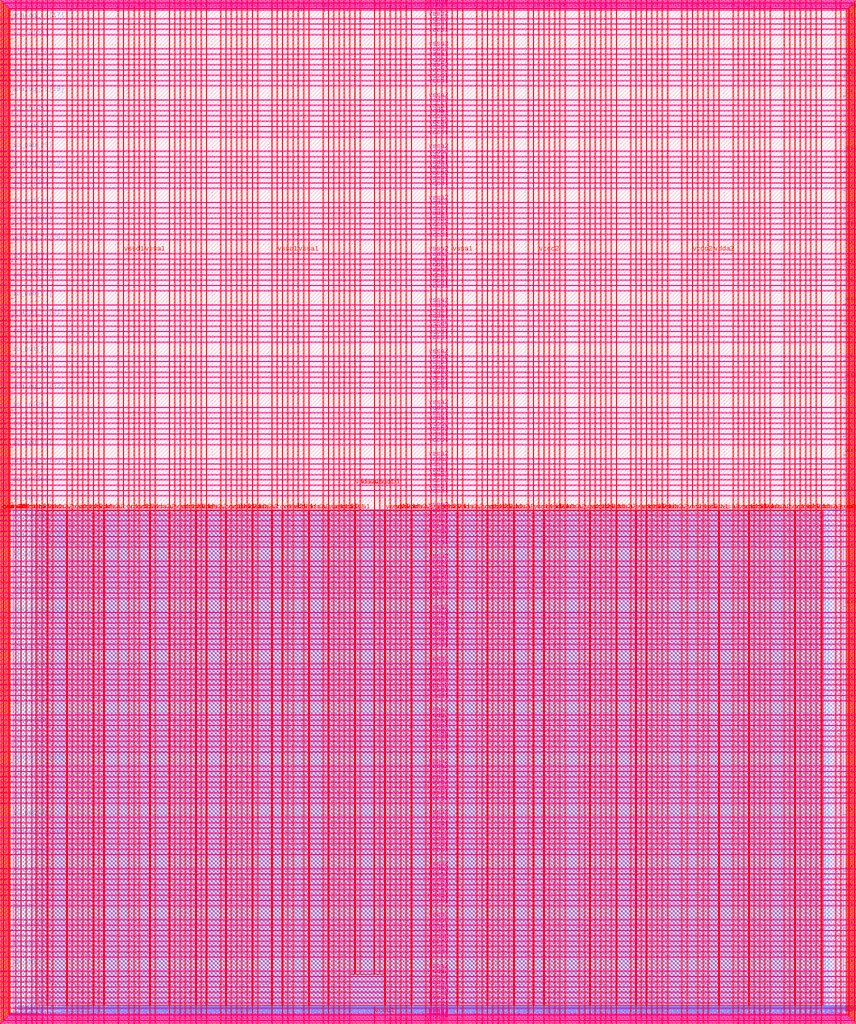
<source format=lef>
VERSION 5.7 ;
  NOWIREEXTENSIONATPIN ON ;
  DIVIDERCHAR "/" ;
  BUSBITCHARS "[]" ;
MACRO user_project_wrapper
  CLASS BLOCK ;
  FOREIGN user_project_wrapper ;
  ORIGIN 0.000 0.000 ;
  SIZE 2920.000 BY 3520.000 ;
  PIN analog_io[0]
    DIRECTION INOUT ;
    USE SIGNAL ;
    PORT
      LAYER met3 ;
        RECT 2917.600 1426.380 2924.800 1427.580 ;
    END
  END analog_io[0]
  PIN analog_io[10]
    DIRECTION INOUT ;
    USE SIGNAL ;
    PORT
      LAYER met2 ;
        RECT 2230.490 3517.600 2231.050 3524.800 ;
    END
  END analog_io[10]
  PIN analog_io[11]
    DIRECTION INOUT ;
    USE SIGNAL ;
    PORT
      LAYER met2 ;
        RECT 1905.730 3517.600 1906.290 3524.800 ;
    END
  END analog_io[11]
  PIN analog_io[12]
    DIRECTION INOUT ;
    USE SIGNAL ;
    PORT
      LAYER met2 ;
        RECT 1581.430 3517.600 1581.990 3524.800 ;
    END
  END analog_io[12]
  PIN analog_io[13]
    DIRECTION INOUT ;
    USE SIGNAL ;
    PORT
      LAYER met2 ;
        RECT 1257.130 3517.600 1257.690 3524.800 ;
    END
  END analog_io[13]
  PIN analog_io[14]
    DIRECTION INOUT ;
    USE SIGNAL ;
    PORT
      LAYER met2 ;
        RECT 932.370 3517.600 932.930 3524.800 ;
    END
  END analog_io[14]
  PIN analog_io[15]
    DIRECTION INOUT ;
    USE SIGNAL ;
    PORT
      LAYER met2 ;
        RECT 608.070 3517.600 608.630 3524.800 ;
    END
  END analog_io[15]
  PIN analog_io[16]
    DIRECTION INOUT ;
    USE SIGNAL ;
    PORT
      LAYER met2 ;
        RECT 283.770 3517.600 284.330 3524.800 ;
    END
  END analog_io[16]
  PIN analog_io[17]
    DIRECTION INOUT ;
    USE SIGNAL ;
    PORT
      LAYER met3 ;
        RECT -4.800 3486.100 2.400 3487.300 ;
    END
  END analog_io[17]
  PIN analog_io[18]
    DIRECTION INOUT ;
    USE SIGNAL ;
    PORT
      LAYER met3 ;
        RECT -4.800 3224.980 2.400 3226.180 ;
    END
  END analog_io[18]
  PIN analog_io[19]
    DIRECTION INOUT ;
    USE SIGNAL ;
    PORT
      LAYER met3 ;
        RECT -4.800 2964.540 2.400 2965.740 ;
    END
  END analog_io[19]
  PIN analog_io[1]
    DIRECTION INOUT ;
    USE SIGNAL ;
    PORT
      LAYER met3 ;
        RECT 2917.600 1692.260 2924.800 1693.460 ;
    END
  END analog_io[1]
  PIN analog_io[20]
    DIRECTION INOUT ;
    USE SIGNAL ;
    PORT
      LAYER met3 ;
        RECT -4.800 2703.420 2.400 2704.620 ;
    END
  END analog_io[20]
  PIN analog_io[21]
    DIRECTION INOUT ;
    USE SIGNAL ;
    PORT
      LAYER met3 ;
        RECT -4.800 2442.980 2.400 2444.180 ;
    END
  END analog_io[21]
  PIN analog_io[22]
    DIRECTION INOUT ;
    USE SIGNAL ;
    PORT
      LAYER met3 ;
        RECT -4.800 2182.540 2.400 2183.740 ;
    END
  END analog_io[22]
  PIN analog_io[23]
    DIRECTION INOUT ;
    USE SIGNAL ;
    PORT
      LAYER met3 ;
        RECT -4.800 1921.420 2.400 1922.620 ;
    END
  END analog_io[23]
  PIN analog_io[24]
    DIRECTION INOUT ;
    USE SIGNAL ;
    PORT
      LAYER met3 ;
        RECT -4.800 1660.980 2.400 1662.180 ;
    END
  END analog_io[24]
  PIN analog_io[25]
    DIRECTION INOUT ;
    USE SIGNAL ;
    PORT
      LAYER met3 ;
        RECT -4.800 1399.860 2.400 1401.060 ;
    END
  END analog_io[25]
  PIN analog_io[26]
    DIRECTION INOUT ;
    USE SIGNAL ;
    PORT
      LAYER met3 ;
        RECT -4.800 1139.420 2.400 1140.620 ;
    END
  END analog_io[26]
  PIN analog_io[27]
    DIRECTION INOUT ;
    USE SIGNAL ;
    PORT
      LAYER met3 ;
        RECT -4.800 878.980 2.400 880.180 ;
    END
  END analog_io[27]
  PIN analog_io[28]
    DIRECTION INOUT ;
    USE SIGNAL ;
    PORT
      LAYER met3 ;
        RECT -4.800 617.860 2.400 619.060 ;
    END
  END analog_io[28]
  PIN analog_io[2]
    DIRECTION INOUT ;
    USE SIGNAL ;
    PORT
      LAYER met3 ;
        RECT 2917.600 1958.140 2924.800 1959.340 ;
    END
  END analog_io[2]
  PIN analog_io[3]
    DIRECTION INOUT ;
    USE SIGNAL ;
    PORT
      LAYER met3 ;
        RECT 2917.600 2223.340 2924.800 2224.540 ;
    END
  END analog_io[3]
  PIN analog_io[4]
    DIRECTION INOUT ;
    USE SIGNAL ;
    PORT
      LAYER met3 ;
        RECT 2917.600 2489.220 2924.800 2490.420 ;
    END
  END analog_io[4]
  PIN analog_io[5]
    DIRECTION INOUT ;
    USE SIGNAL ;
    PORT
      LAYER met3 ;
        RECT 2917.600 2755.100 2924.800 2756.300 ;
    END
  END analog_io[5]
  PIN analog_io[6]
    DIRECTION INOUT ;
    USE SIGNAL ;
    PORT
      LAYER met3 ;
        RECT 2917.600 3020.300 2924.800 3021.500 ;
    END
  END analog_io[6]
  PIN analog_io[7]
    DIRECTION INOUT ;
    USE SIGNAL ;
    PORT
      LAYER met3 ;
        RECT 2917.600 3286.180 2924.800 3287.380 ;
    END
  END analog_io[7]
  PIN analog_io[8]
    DIRECTION INOUT ;
    USE SIGNAL ;
    PORT
      LAYER met2 ;
        RECT 2879.090 3517.600 2879.650 3524.800 ;
    END
  END analog_io[8]
  PIN analog_io[9]
    DIRECTION INOUT ;
    USE SIGNAL ;
    PORT
      LAYER met2 ;
        RECT 2554.790 3517.600 2555.350 3524.800 ;
    END
  END analog_io[9]
  PIN io_in[0]
    DIRECTION INPUT ;
    USE SIGNAL ;
    PORT
      LAYER met3 ;
        RECT 2917.600 32.380 2924.800 33.580 ;
    END
  END io_in[0]
  PIN io_in[10]
    DIRECTION INPUT ;
    USE SIGNAL ;
    PORT
      LAYER met3 ;
        RECT 2917.600 2289.980 2924.800 2291.180 ;
    END
  END io_in[10]
  PIN io_in[11]
    DIRECTION INPUT ;
    USE SIGNAL ;
    PORT
      LAYER met3 ;
        RECT 2917.600 2555.860 2924.800 2557.060 ;
    END
  END io_in[11]
  PIN io_in[12]
    DIRECTION INPUT ;
    USE SIGNAL ;
    PORT
      LAYER met3 ;
        RECT 2917.600 2821.060 2924.800 2822.260 ;
    END
  END io_in[12]
  PIN io_in[13]
    DIRECTION INPUT ;
    USE SIGNAL ;
    PORT
      LAYER met3 ;
        RECT 2917.600 3086.940 2924.800 3088.140 ;
    END
  END io_in[13]
  PIN io_in[14]
    DIRECTION INPUT ;
    USE SIGNAL ;
    PORT
      LAYER met3 ;
        RECT 2917.600 3352.820 2924.800 3354.020 ;
    END
  END io_in[14]
  PIN io_in[15]
    DIRECTION INPUT ;
    USE SIGNAL ;
    PORT
      LAYER met2 ;
        RECT 2798.130 3517.600 2798.690 3524.800 ;
    END
  END io_in[15]
  PIN io_in[16]
    DIRECTION INPUT ;
    USE SIGNAL ;
    PORT
      LAYER met2 ;
        RECT 2473.830 3517.600 2474.390 3524.800 ;
    END
  END io_in[16]
  PIN io_in[17]
    DIRECTION INPUT ;
    USE SIGNAL ;
    PORT
      LAYER met2 ;
        RECT 2149.070 3517.600 2149.630 3524.800 ;
    END
  END io_in[17]
  PIN io_in[18]
    DIRECTION INPUT ;
    USE SIGNAL ;
    PORT
      LAYER met2 ;
        RECT 1824.770 3517.600 1825.330 3524.800 ;
    END
  END io_in[18]
  PIN io_in[19]
    DIRECTION INPUT ;
    USE SIGNAL ;
    PORT
      LAYER met2 ;
        RECT 1500.470 3517.600 1501.030 3524.800 ;
    END
  END io_in[19]
  PIN io_in[1]
    DIRECTION INPUT ;
    USE SIGNAL ;
    PORT
      LAYER met3 ;
        RECT 2917.600 230.940 2924.800 232.140 ;
    END
  END io_in[1]
  PIN io_in[20]
    DIRECTION INPUT ;
    USE SIGNAL ;
    PORT
      LAYER met2 ;
        RECT 1175.710 3517.600 1176.270 3524.800 ;
    END
  END io_in[20]
  PIN io_in[21]
    DIRECTION INPUT ;
    USE SIGNAL ;
    PORT
      LAYER met2 ;
        RECT 851.410 3517.600 851.970 3524.800 ;
    END
  END io_in[21]
  PIN io_in[22]
    DIRECTION INPUT ;
    USE SIGNAL ;
    PORT
      LAYER met2 ;
        RECT 527.110 3517.600 527.670 3524.800 ;
    END
  END io_in[22]
  PIN io_in[23]
    DIRECTION INPUT ;
    USE SIGNAL ;
    PORT
      LAYER met2 ;
        RECT 202.350 3517.600 202.910 3524.800 ;
    END
  END io_in[23]
  PIN io_in[24]
    DIRECTION INPUT ;
    USE SIGNAL ;
    PORT
      LAYER met3 ;
        RECT -4.800 3420.820 2.400 3422.020 ;
    END
  END io_in[24]
  PIN io_in[25]
    DIRECTION INPUT ;
    USE SIGNAL ;
    PORT
      LAYER met3 ;
        RECT -4.800 3159.700 2.400 3160.900 ;
    END
  END io_in[25]
  PIN io_in[26]
    DIRECTION INPUT ;
    USE SIGNAL ;
    PORT
      LAYER met3 ;
        RECT -4.800 2899.260 2.400 2900.460 ;
    END
  END io_in[26]
  PIN io_in[27]
    DIRECTION INPUT ;
    USE SIGNAL ;
    PORT
      LAYER met3 ;
        RECT -4.800 2638.820 2.400 2640.020 ;
    END
  END io_in[27]
  PIN io_in[28]
    DIRECTION INPUT ;
    USE SIGNAL ;
    PORT
      LAYER met3 ;
        RECT -4.800 2377.700 2.400 2378.900 ;
    END
  END io_in[28]
  PIN io_in[29]
    DIRECTION INPUT ;
    USE SIGNAL ;
    PORT
      LAYER met3 ;
        RECT -4.800 2117.260 2.400 2118.460 ;
    END
  END io_in[29]
  PIN io_in[2]
    DIRECTION INPUT ;
    USE SIGNAL ;
    PORT
      LAYER met3 ;
        RECT 2917.600 430.180 2924.800 431.380 ;
    END
  END io_in[2]
  PIN io_in[30]
    DIRECTION INPUT ;
    USE SIGNAL ;
    PORT
      LAYER met3 ;
        RECT -4.800 1856.140 2.400 1857.340 ;
    END
  END io_in[30]
  PIN io_in[31]
    DIRECTION INPUT ;
    USE SIGNAL ;
    PORT
      LAYER met3 ;
        RECT -4.800 1595.700 2.400 1596.900 ;
    END
  END io_in[31]
  PIN io_in[32]
    DIRECTION INPUT ;
    USE SIGNAL ;
    PORT
      LAYER met3 ;
        RECT -4.800 1335.260 2.400 1336.460 ;
    END
  END io_in[32]
  PIN io_in[33]
    DIRECTION INPUT ;
    USE SIGNAL ;
    PORT
      LAYER met3 ;
        RECT -4.800 1074.140 2.400 1075.340 ;
    END
  END io_in[33]
  PIN io_in[34]
    DIRECTION INPUT ;
    USE SIGNAL ;
    PORT
      LAYER met3 ;
        RECT -4.800 813.700 2.400 814.900 ;
    END
  END io_in[34]
  PIN io_in[35]
    DIRECTION INPUT ;
    USE SIGNAL ;
    PORT
      LAYER met3 ;
        RECT -4.800 552.580 2.400 553.780 ;
    END
  END io_in[35]
  PIN io_in[36]
    DIRECTION INPUT ;
    USE SIGNAL ;
    PORT
      LAYER met3 ;
        RECT -4.800 357.420 2.400 358.620 ;
    END
  END io_in[36]
  PIN io_in[37]
    DIRECTION INPUT ;
    USE SIGNAL ;
    PORT
      LAYER met3 ;
        RECT -4.800 161.580 2.400 162.780 ;
    END
  END io_in[37]
  PIN io_in[3]
    DIRECTION INPUT ;
    USE SIGNAL ;
    PORT
      LAYER met3 ;
        RECT 2917.600 629.420 2924.800 630.620 ;
    END
  END io_in[3]
  PIN io_in[4]
    DIRECTION INPUT ;
    USE SIGNAL ;
    PORT
      LAYER met3 ;
        RECT 2917.600 828.660 2924.800 829.860 ;
    END
  END io_in[4]
  PIN io_in[5]
    DIRECTION INPUT ;
    USE SIGNAL ;
    PORT
      LAYER met3 ;
        RECT 2917.600 1027.900 2924.800 1029.100 ;
    END
  END io_in[5]
  PIN io_in[6]
    DIRECTION INPUT ;
    USE SIGNAL ;
    PORT
      LAYER met3 ;
        RECT 2917.600 1227.140 2924.800 1228.340 ;
    END
  END io_in[6]
  PIN io_in[7]
    DIRECTION INPUT ;
    USE SIGNAL ;
    PORT
      LAYER met3 ;
        RECT 2917.600 1493.020 2924.800 1494.220 ;
    END
  END io_in[7]
  PIN io_in[8]
    DIRECTION INPUT ;
    USE SIGNAL ;
    PORT
      LAYER met3 ;
        RECT 2917.600 1758.900 2924.800 1760.100 ;
    END
  END io_in[8]
  PIN io_in[9]
    DIRECTION INPUT ;
    USE SIGNAL ;
    PORT
      LAYER met3 ;
        RECT 2917.600 2024.100 2924.800 2025.300 ;
    END
  END io_in[9]
  PIN io_oeb[0]
    DIRECTION OUTPUT TRISTATE ;
    USE SIGNAL ;
    PORT
      LAYER met3 ;
        RECT 2917.600 164.980 2924.800 166.180 ;
    END
  END io_oeb[0]
  PIN io_oeb[10]
    DIRECTION OUTPUT TRISTATE ;
    USE SIGNAL ;
    PORT
      LAYER met3 ;
        RECT 2917.600 2422.580 2924.800 2423.780 ;
    END
  END io_oeb[10]
  PIN io_oeb[11]
    DIRECTION OUTPUT TRISTATE ;
    USE SIGNAL ;
    PORT
      LAYER met3 ;
        RECT 2917.600 2688.460 2924.800 2689.660 ;
    END
  END io_oeb[11]
  PIN io_oeb[12]
    DIRECTION OUTPUT TRISTATE ;
    USE SIGNAL ;
    PORT
      LAYER met3 ;
        RECT 2917.600 2954.340 2924.800 2955.540 ;
    END
  END io_oeb[12]
  PIN io_oeb[13]
    DIRECTION OUTPUT TRISTATE ;
    USE SIGNAL ;
    PORT
      LAYER met3 ;
        RECT 2917.600 3219.540 2924.800 3220.740 ;
    END
  END io_oeb[13]
  PIN io_oeb[14]
    DIRECTION OUTPUT TRISTATE ;
    USE SIGNAL ;
    PORT
      LAYER met3 ;
        RECT 2917.600 3485.420 2924.800 3486.620 ;
    END
  END io_oeb[14]
  PIN io_oeb[15]
    DIRECTION OUTPUT TRISTATE ;
    USE SIGNAL ;
    PORT
      LAYER met2 ;
        RECT 2635.750 3517.600 2636.310 3524.800 ;
    END
  END io_oeb[15]
  PIN io_oeb[16]
    DIRECTION OUTPUT TRISTATE ;
    USE SIGNAL ;
    PORT
      LAYER met2 ;
        RECT 2311.450 3517.600 2312.010 3524.800 ;
    END
  END io_oeb[16]
  PIN io_oeb[17]
    DIRECTION OUTPUT TRISTATE ;
    USE SIGNAL ;
    PORT
      LAYER met2 ;
        RECT 1987.150 3517.600 1987.710 3524.800 ;
    END
  END io_oeb[17]
  PIN io_oeb[18]
    DIRECTION OUTPUT TRISTATE ;
    USE SIGNAL ;
    PORT
      LAYER met2 ;
        RECT 1662.390 3517.600 1662.950 3524.800 ;
    END
  END io_oeb[18]
  PIN io_oeb[19]
    DIRECTION OUTPUT TRISTATE ;
    USE SIGNAL ;
    PORT
      LAYER met2 ;
        RECT 1338.090 3517.600 1338.650 3524.800 ;
    END
  END io_oeb[19]
  PIN io_oeb[1]
    DIRECTION OUTPUT TRISTATE ;
    USE SIGNAL ;
    PORT
      LAYER met3 ;
        RECT 2917.600 364.220 2924.800 365.420 ;
    END
  END io_oeb[1]
  PIN io_oeb[20]
    DIRECTION OUTPUT TRISTATE ;
    USE SIGNAL ;
    PORT
      LAYER met2 ;
        RECT 1013.790 3517.600 1014.350 3524.800 ;
    END
  END io_oeb[20]
  PIN io_oeb[21]
    DIRECTION OUTPUT TRISTATE ;
    USE SIGNAL ;
    PORT
      LAYER met2 ;
        RECT 689.030 3517.600 689.590 3524.800 ;
    END
  END io_oeb[21]
  PIN io_oeb[22]
    DIRECTION OUTPUT TRISTATE ;
    USE SIGNAL ;
    PORT
      LAYER met2 ;
        RECT 364.730 3517.600 365.290 3524.800 ;
    END
  END io_oeb[22]
  PIN io_oeb[23]
    DIRECTION OUTPUT TRISTATE ;
    USE SIGNAL ;
    PORT
      LAYER met2 ;
        RECT 40.430 3517.600 40.990 3524.800 ;
    END
  END io_oeb[23]
  PIN io_oeb[24]
    DIRECTION OUTPUT TRISTATE ;
    USE SIGNAL ;
    PORT
      LAYER met3 ;
        RECT -4.800 3290.260 2.400 3291.460 ;
    END
  END io_oeb[24]
  PIN io_oeb[25]
    DIRECTION OUTPUT TRISTATE ;
    USE SIGNAL ;
    PORT
      LAYER met3 ;
        RECT -4.800 3029.820 2.400 3031.020 ;
    END
  END io_oeb[25]
  PIN io_oeb[26]
    DIRECTION OUTPUT TRISTATE ;
    USE SIGNAL ;
    PORT
      LAYER met3 ;
        RECT -4.800 2768.700 2.400 2769.900 ;
    END
  END io_oeb[26]
  PIN io_oeb[27]
    DIRECTION OUTPUT TRISTATE ;
    USE SIGNAL ;
    PORT
      LAYER met3 ;
        RECT -4.800 2508.260 2.400 2509.460 ;
    END
  END io_oeb[27]
  PIN io_oeb[28]
    DIRECTION OUTPUT TRISTATE ;
    USE SIGNAL ;
    PORT
      LAYER met3 ;
        RECT -4.800 2247.140 2.400 2248.340 ;
    END
  END io_oeb[28]
  PIN io_oeb[29]
    DIRECTION OUTPUT TRISTATE ;
    USE SIGNAL ;
    PORT
      LAYER met3 ;
        RECT -4.800 1986.700 2.400 1987.900 ;
    END
  END io_oeb[29]
  PIN io_oeb[2]
    DIRECTION OUTPUT TRISTATE ;
    USE SIGNAL ;
    PORT
      LAYER met3 ;
        RECT 2917.600 563.460 2924.800 564.660 ;
    END
  END io_oeb[2]
  PIN io_oeb[30]
    DIRECTION OUTPUT TRISTATE ;
    USE SIGNAL ;
    PORT
      LAYER met3 ;
        RECT -4.800 1726.260 2.400 1727.460 ;
    END
  END io_oeb[30]
  PIN io_oeb[31]
    DIRECTION OUTPUT TRISTATE ;
    USE SIGNAL ;
    PORT
      LAYER met3 ;
        RECT -4.800 1465.140 2.400 1466.340 ;
    END
  END io_oeb[31]
  PIN io_oeb[32]
    DIRECTION OUTPUT TRISTATE ;
    USE SIGNAL ;
    PORT
      LAYER met3 ;
        RECT -4.800 1204.700 2.400 1205.900 ;
    END
  END io_oeb[32]
  PIN io_oeb[33]
    DIRECTION OUTPUT TRISTATE ;
    USE SIGNAL ;
    PORT
      LAYER met3 ;
        RECT -4.800 943.580 2.400 944.780 ;
    END
  END io_oeb[33]
  PIN io_oeb[34]
    DIRECTION OUTPUT TRISTATE ;
    USE SIGNAL ;
    PORT
      LAYER met3 ;
        RECT -4.800 683.140 2.400 684.340 ;
    END
  END io_oeb[34]
  PIN io_oeb[35]
    DIRECTION OUTPUT TRISTATE ;
    USE SIGNAL ;
    PORT
      LAYER met3 ;
        RECT -4.800 422.700 2.400 423.900 ;
    END
  END io_oeb[35]
  PIN io_oeb[36]
    DIRECTION OUTPUT TRISTATE ;
    USE SIGNAL ;
    PORT
      LAYER met3 ;
        RECT -4.800 226.860 2.400 228.060 ;
    END
  END io_oeb[36]
  PIN io_oeb[37]
    DIRECTION OUTPUT TRISTATE ;
    USE SIGNAL ;
    PORT
      LAYER met3 ;
        RECT -4.800 31.700 2.400 32.900 ;
    END
  END io_oeb[37]
  PIN io_oeb[3]
    DIRECTION OUTPUT TRISTATE ;
    USE SIGNAL ;
    PORT
      LAYER met3 ;
        RECT 2917.600 762.700 2924.800 763.900 ;
    END
  END io_oeb[3]
  PIN io_oeb[4]
    DIRECTION OUTPUT TRISTATE ;
    USE SIGNAL ;
    PORT
      LAYER met3 ;
        RECT 2917.600 961.940 2924.800 963.140 ;
    END
  END io_oeb[4]
  PIN io_oeb[5]
    DIRECTION OUTPUT TRISTATE ;
    USE SIGNAL ;
    PORT
      LAYER met3 ;
        RECT 2917.600 1161.180 2924.800 1162.380 ;
    END
  END io_oeb[5]
  PIN io_oeb[6]
    DIRECTION OUTPUT TRISTATE ;
    USE SIGNAL ;
    PORT
      LAYER met3 ;
        RECT 2917.600 1360.420 2924.800 1361.620 ;
    END
  END io_oeb[6]
  PIN io_oeb[7]
    DIRECTION OUTPUT TRISTATE ;
    USE SIGNAL ;
    PORT
      LAYER met3 ;
        RECT 2917.600 1625.620 2924.800 1626.820 ;
    END
  END io_oeb[7]
  PIN io_oeb[8]
    DIRECTION OUTPUT TRISTATE ;
    USE SIGNAL ;
    PORT
      LAYER met3 ;
        RECT 2917.600 1891.500 2924.800 1892.700 ;
    END
  END io_oeb[8]
  PIN io_oeb[9]
    DIRECTION OUTPUT TRISTATE ;
    USE SIGNAL ;
    PORT
      LAYER met3 ;
        RECT 2917.600 2157.380 2924.800 2158.580 ;
    END
  END io_oeb[9]
  PIN io_out[0]
    DIRECTION OUTPUT TRISTATE ;
    USE SIGNAL ;
    PORT
      LAYER met3 ;
        RECT 2917.600 98.340 2924.800 99.540 ;
    END
  END io_out[0]
  PIN io_out[10]
    DIRECTION OUTPUT TRISTATE ;
    USE SIGNAL ;
    PORT
      LAYER met3 ;
        RECT 2917.600 2356.620 2924.800 2357.820 ;
    END
  END io_out[10]
  PIN io_out[11]
    DIRECTION OUTPUT TRISTATE ;
    USE SIGNAL ;
    PORT
      LAYER met3 ;
        RECT 2917.600 2621.820 2924.800 2623.020 ;
    END
  END io_out[11]
  PIN io_out[12]
    DIRECTION OUTPUT TRISTATE ;
    USE SIGNAL ;
    PORT
      LAYER met3 ;
        RECT 2917.600 2887.700 2924.800 2888.900 ;
    END
  END io_out[12]
  PIN io_out[13]
    DIRECTION OUTPUT TRISTATE ;
    USE SIGNAL ;
    PORT
      LAYER met3 ;
        RECT 2917.600 3153.580 2924.800 3154.780 ;
    END
  END io_out[13]
  PIN io_out[14]
    DIRECTION OUTPUT TRISTATE ;
    USE SIGNAL ;
    PORT
      LAYER met3 ;
        RECT 2917.600 3418.780 2924.800 3419.980 ;
    END
  END io_out[14]
  PIN io_out[15]
    DIRECTION OUTPUT TRISTATE ;
    USE SIGNAL ;
    PORT
      LAYER met2 ;
        RECT 2717.170 3517.600 2717.730 3524.800 ;
    END
  END io_out[15]
  PIN io_out[16]
    DIRECTION OUTPUT TRISTATE ;
    USE SIGNAL ;
    PORT
      LAYER met2 ;
        RECT 2392.410 3517.600 2392.970 3524.800 ;
    END
  END io_out[16]
  PIN io_out[17]
    DIRECTION OUTPUT TRISTATE ;
    USE SIGNAL ;
    PORT
      LAYER met2 ;
        RECT 2068.110 3517.600 2068.670 3524.800 ;
    END
  END io_out[17]
  PIN io_out[18]
    DIRECTION OUTPUT TRISTATE ;
    USE SIGNAL ;
    PORT
      LAYER met2 ;
        RECT 1743.810 3517.600 1744.370 3524.800 ;
    END
  END io_out[18]
  PIN io_out[19]
    DIRECTION OUTPUT TRISTATE ;
    USE SIGNAL ;
    PORT
      LAYER met2 ;
        RECT 1419.050 3517.600 1419.610 3524.800 ;
    END
  END io_out[19]
  PIN io_out[1]
    DIRECTION OUTPUT TRISTATE ;
    USE SIGNAL ;
    PORT
      LAYER met3 ;
        RECT 2917.600 297.580 2924.800 298.780 ;
    END
  END io_out[1]
  PIN io_out[20]
    DIRECTION OUTPUT TRISTATE ;
    USE SIGNAL ;
    PORT
      LAYER met2 ;
        RECT 1094.750 3517.600 1095.310 3524.800 ;
    END
  END io_out[20]
  PIN io_out[21]
    DIRECTION OUTPUT TRISTATE ;
    USE SIGNAL ;
    PORT
      LAYER met2 ;
        RECT 770.450 3517.600 771.010 3524.800 ;
    END
  END io_out[21]
  PIN io_out[22]
    DIRECTION OUTPUT TRISTATE ;
    USE SIGNAL ;
    PORT
      LAYER met2 ;
        RECT 445.690 3517.600 446.250 3524.800 ;
    END
  END io_out[22]
  PIN io_out[23]
    DIRECTION OUTPUT TRISTATE ;
    USE SIGNAL ;
    PORT
      LAYER met2 ;
        RECT 121.390 3517.600 121.950 3524.800 ;
    END
  END io_out[23]
  PIN io_out[24]
    DIRECTION OUTPUT TRISTATE ;
    USE SIGNAL ;
    PORT
      LAYER met3 ;
        RECT -4.800 3355.540 2.400 3356.740 ;
    END
  END io_out[24]
  PIN io_out[25]
    DIRECTION OUTPUT TRISTATE ;
    USE SIGNAL ;
    PORT
      LAYER met3 ;
        RECT -4.800 3095.100 2.400 3096.300 ;
    END
  END io_out[25]
  PIN io_out[26]
    DIRECTION OUTPUT TRISTATE ;
    USE SIGNAL ;
    PORT
      LAYER met3 ;
        RECT -4.800 2833.980 2.400 2835.180 ;
    END
  END io_out[26]
  PIN io_out[27]
    DIRECTION OUTPUT TRISTATE ;
    USE SIGNAL ;
    PORT
      LAYER met3 ;
        RECT -4.800 2573.540 2.400 2574.740 ;
    END
  END io_out[27]
  PIN io_out[28]
    DIRECTION OUTPUT TRISTATE ;
    USE SIGNAL ;
    PORT
      LAYER met3 ;
        RECT -4.800 2312.420 2.400 2313.620 ;
    END
  END io_out[28]
  PIN io_out[29]
    DIRECTION OUTPUT TRISTATE ;
    USE SIGNAL ;
    PORT
      LAYER met3 ;
        RECT -4.800 2051.980 2.400 2053.180 ;
    END
  END io_out[29]
  PIN io_out[2]
    DIRECTION OUTPUT TRISTATE ;
    USE SIGNAL ;
    PORT
      LAYER met3 ;
        RECT 2917.600 496.820 2924.800 498.020 ;
    END
  END io_out[2]
  PIN io_out[30]
    DIRECTION OUTPUT TRISTATE ;
    USE SIGNAL ;
    PORT
      LAYER met3 ;
        RECT -4.800 1791.540 2.400 1792.740 ;
    END
  END io_out[30]
  PIN io_out[31]
    DIRECTION OUTPUT TRISTATE ;
    USE SIGNAL ;
    PORT
      LAYER met3 ;
        RECT -4.800 1530.420 2.400 1531.620 ;
    END
  END io_out[31]
  PIN io_out[32]
    DIRECTION OUTPUT TRISTATE ;
    USE SIGNAL ;
    PORT
      LAYER met3 ;
        RECT -4.800 1269.980 2.400 1271.180 ;
    END
  END io_out[32]
  PIN io_out[33]
    DIRECTION OUTPUT TRISTATE ;
    USE SIGNAL ;
    PORT
      LAYER met3 ;
        RECT -4.800 1008.860 2.400 1010.060 ;
    END
  END io_out[33]
  PIN io_out[34]
    DIRECTION OUTPUT TRISTATE ;
    USE SIGNAL ;
    PORT
      LAYER met3 ;
        RECT -4.800 748.420 2.400 749.620 ;
    END
  END io_out[34]
  PIN io_out[35]
    DIRECTION OUTPUT TRISTATE ;
    USE SIGNAL ;
    PORT
      LAYER met3 ;
        RECT -4.800 487.300 2.400 488.500 ;
    END
  END io_out[35]
  PIN io_out[36]
    DIRECTION OUTPUT TRISTATE ;
    USE SIGNAL ;
    PORT
      LAYER met3 ;
        RECT -4.800 292.140 2.400 293.340 ;
    END
  END io_out[36]
  PIN io_out[37]
    DIRECTION OUTPUT TRISTATE ;
    USE SIGNAL ;
    PORT
      LAYER met3 ;
        RECT -4.800 96.300 2.400 97.500 ;
    END
  END io_out[37]
  PIN io_out[3]
    DIRECTION OUTPUT TRISTATE ;
    USE SIGNAL ;
    PORT
      LAYER met3 ;
        RECT 2917.600 696.060 2924.800 697.260 ;
    END
  END io_out[3]
  PIN io_out[4]
    DIRECTION OUTPUT TRISTATE ;
    USE SIGNAL ;
    PORT
      LAYER met3 ;
        RECT 2917.600 895.300 2924.800 896.500 ;
    END
  END io_out[4]
  PIN io_out[5]
    DIRECTION OUTPUT TRISTATE ;
    USE SIGNAL ;
    PORT
      LAYER met3 ;
        RECT 2917.600 1094.540 2924.800 1095.740 ;
    END
  END io_out[5]
  PIN io_out[6]
    DIRECTION OUTPUT TRISTATE ;
    USE SIGNAL ;
    PORT
      LAYER met3 ;
        RECT 2917.600 1293.780 2924.800 1294.980 ;
    END
  END io_out[6]
  PIN io_out[7]
    DIRECTION OUTPUT TRISTATE ;
    USE SIGNAL ;
    PORT
      LAYER met3 ;
        RECT 2917.600 1559.660 2924.800 1560.860 ;
    END
  END io_out[7]
  PIN io_out[8]
    DIRECTION OUTPUT TRISTATE ;
    USE SIGNAL ;
    PORT
      LAYER met3 ;
        RECT 2917.600 1824.860 2924.800 1826.060 ;
    END
  END io_out[8]
  PIN io_out[9]
    DIRECTION OUTPUT TRISTATE ;
    USE SIGNAL ;
    PORT
      LAYER met3 ;
        RECT 2917.600 2090.740 2924.800 2091.940 ;
    END
  END io_out[9]
  PIN la_data_in[0]
    DIRECTION INPUT ;
    USE SIGNAL ;
    PORT
      LAYER met2 ;
        RECT 629.230 -4.800 629.790 2.400 ;
    END
  END la_data_in[0]
  PIN la_data_in[100]
    DIRECTION INPUT ;
    USE SIGNAL ;
    PORT
      LAYER met2 ;
        RECT 2402.530 -4.800 2403.090 2.400 ;
    END
  END la_data_in[100]
  PIN la_data_in[101]
    DIRECTION INPUT ;
    USE SIGNAL ;
    PORT
      LAYER met2 ;
        RECT 2420.010 -4.800 2420.570 2.400 ;
    END
  END la_data_in[101]
  PIN la_data_in[102]
    DIRECTION INPUT ;
    USE SIGNAL ;
    PORT
      LAYER met2 ;
        RECT 2437.950 -4.800 2438.510 2.400 ;
    END
  END la_data_in[102]
  PIN la_data_in[103]
    DIRECTION INPUT ;
    USE SIGNAL ;
    PORT
      LAYER met2 ;
        RECT 2455.430 -4.800 2455.990 2.400 ;
    END
  END la_data_in[103]
  PIN la_data_in[104]
    DIRECTION INPUT ;
    USE SIGNAL ;
    PORT
      LAYER met2 ;
        RECT 2473.370 -4.800 2473.930 2.400 ;
    END
  END la_data_in[104]
  PIN la_data_in[105]
    DIRECTION INPUT ;
    USE SIGNAL ;
    PORT
      LAYER met2 ;
        RECT 2490.850 -4.800 2491.410 2.400 ;
    END
  END la_data_in[105]
  PIN la_data_in[106]
    DIRECTION INPUT ;
    USE SIGNAL ;
    PORT
      LAYER met2 ;
        RECT 2508.790 -4.800 2509.350 2.400 ;
    END
  END la_data_in[106]
  PIN la_data_in[107]
    DIRECTION INPUT ;
    USE SIGNAL ;
    PORT
      LAYER met2 ;
        RECT 2526.730 -4.800 2527.290 2.400 ;
    END
  END la_data_in[107]
  PIN la_data_in[108]
    DIRECTION INPUT ;
    USE SIGNAL ;
    PORT
      LAYER met2 ;
        RECT 2544.210 -4.800 2544.770 2.400 ;
    END
  END la_data_in[108]
  PIN la_data_in[109]
    DIRECTION INPUT ;
    USE SIGNAL ;
    PORT
      LAYER met2 ;
        RECT 2562.150 -4.800 2562.710 2.400 ;
    END
  END la_data_in[109]
  PIN la_data_in[10]
    DIRECTION INPUT ;
    USE SIGNAL ;
    PORT
      LAYER met2 ;
        RECT 806.330 -4.800 806.890 2.400 ;
    END
  END la_data_in[10]
  PIN la_data_in[110]
    DIRECTION INPUT ;
    USE SIGNAL ;
    PORT
      LAYER met2 ;
        RECT 2579.630 -4.800 2580.190 2.400 ;
    END
  END la_data_in[110]
  PIN la_data_in[111]
    DIRECTION INPUT ;
    USE SIGNAL ;
    PORT
      LAYER met2 ;
        RECT 2597.570 -4.800 2598.130 2.400 ;
    END
  END la_data_in[111]
  PIN la_data_in[112]
    DIRECTION INPUT ;
    USE SIGNAL ;
    PORT
      LAYER met2 ;
        RECT 2615.050 -4.800 2615.610 2.400 ;
    END
  END la_data_in[112]
  PIN la_data_in[113]
    DIRECTION INPUT ;
    USE SIGNAL ;
    PORT
      LAYER met2 ;
        RECT 2632.990 -4.800 2633.550 2.400 ;
    END
  END la_data_in[113]
  PIN la_data_in[114]
    DIRECTION INPUT ;
    USE SIGNAL ;
    PORT
      LAYER met2 ;
        RECT 2650.470 -4.800 2651.030 2.400 ;
    END
  END la_data_in[114]
  PIN la_data_in[115]
    DIRECTION INPUT ;
    USE SIGNAL ;
    PORT
      LAYER met2 ;
        RECT 2668.410 -4.800 2668.970 2.400 ;
    END
  END la_data_in[115]
  PIN la_data_in[116]
    DIRECTION INPUT ;
    USE SIGNAL ;
    PORT
      LAYER met2 ;
        RECT 2685.890 -4.800 2686.450 2.400 ;
    END
  END la_data_in[116]
  PIN la_data_in[117]
    DIRECTION INPUT ;
    USE SIGNAL ;
    PORT
      LAYER met2 ;
        RECT 2703.830 -4.800 2704.390 2.400 ;
    END
  END la_data_in[117]
  PIN la_data_in[118]
    DIRECTION INPUT ;
    USE SIGNAL ;
    PORT
      LAYER met2 ;
        RECT 2721.770 -4.800 2722.330 2.400 ;
    END
  END la_data_in[118]
  PIN la_data_in[119]
    DIRECTION INPUT ;
    USE SIGNAL ;
    PORT
      LAYER met2 ;
        RECT 2739.250 -4.800 2739.810 2.400 ;
    END
  END la_data_in[119]
  PIN la_data_in[11]
    DIRECTION INPUT ;
    USE SIGNAL ;
    PORT
      LAYER met2 ;
        RECT 824.270 -4.800 824.830 2.400 ;
    END
  END la_data_in[11]
  PIN la_data_in[120]
    DIRECTION INPUT ;
    USE SIGNAL ;
    PORT
      LAYER met2 ;
        RECT 2757.190 -4.800 2757.750 2.400 ;
    END
  END la_data_in[120]
  PIN la_data_in[121]
    DIRECTION INPUT ;
    USE SIGNAL ;
    PORT
      LAYER met2 ;
        RECT 2774.670 -4.800 2775.230 2.400 ;
    END
  END la_data_in[121]
  PIN la_data_in[122]
    DIRECTION INPUT ;
    USE SIGNAL ;
    PORT
      LAYER met2 ;
        RECT 2792.610 -4.800 2793.170 2.400 ;
    END
  END la_data_in[122]
  PIN la_data_in[123]
    DIRECTION INPUT ;
    USE SIGNAL ;
    PORT
      LAYER met2 ;
        RECT 2810.090 -4.800 2810.650 2.400 ;
    END
  END la_data_in[123]
  PIN la_data_in[124]
    DIRECTION INPUT ;
    USE SIGNAL ;
    PORT
      LAYER met2 ;
        RECT 2828.030 -4.800 2828.590 2.400 ;
    END
  END la_data_in[124]
  PIN la_data_in[125]
    DIRECTION INPUT ;
    USE SIGNAL ;
    PORT
      LAYER met2 ;
        RECT 2845.510 -4.800 2846.070 2.400 ;
    END
  END la_data_in[125]
  PIN la_data_in[126]
    DIRECTION INPUT ;
    USE SIGNAL ;
    PORT
      LAYER met2 ;
        RECT 2863.450 -4.800 2864.010 2.400 ;
    END
  END la_data_in[126]
  PIN la_data_in[127]
    DIRECTION INPUT ;
    USE SIGNAL ;
    PORT
      LAYER met2 ;
        RECT 2881.390 -4.800 2881.950 2.400 ;
    END
  END la_data_in[127]
  PIN la_data_in[12]
    DIRECTION INPUT ;
    USE SIGNAL ;
    PORT
      LAYER met2 ;
        RECT 841.750 -4.800 842.310 2.400 ;
    END
  END la_data_in[12]
  PIN la_data_in[13]
    DIRECTION INPUT ;
    USE SIGNAL ;
    PORT
      LAYER met2 ;
        RECT 859.690 -4.800 860.250 2.400 ;
    END
  END la_data_in[13]
  PIN la_data_in[14]
    DIRECTION INPUT ;
    USE SIGNAL ;
    PORT
      LAYER met2 ;
        RECT 877.170 -4.800 877.730 2.400 ;
    END
  END la_data_in[14]
  PIN la_data_in[15]
    DIRECTION INPUT ;
    USE SIGNAL ;
    PORT
      LAYER met2 ;
        RECT 895.110 -4.800 895.670 2.400 ;
    END
  END la_data_in[15]
  PIN la_data_in[16]
    DIRECTION INPUT ;
    USE SIGNAL ;
    PORT
      LAYER met2 ;
        RECT 912.590 -4.800 913.150 2.400 ;
    END
  END la_data_in[16]
  PIN la_data_in[17]
    DIRECTION INPUT ;
    USE SIGNAL ;
    PORT
      LAYER met2 ;
        RECT 930.530 -4.800 931.090 2.400 ;
    END
  END la_data_in[17]
  PIN la_data_in[18]
    DIRECTION INPUT ;
    USE SIGNAL ;
    PORT
      LAYER met2 ;
        RECT 948.470 -4.800 949.030 2.400 ;
    END
  END la_data_in[18]
  PIN la_data_in[19]
    DIRECTION INPUT ;
    USE SIGNAL ;
    PORT
      LAYER met2 ;
        RECT 965.950 -4.800 966.510 2.400 ;
    END
  END la_data_in[19]
  PIN la_data_in[1]
    DIRECTION INPUT ;
    USE SIGNAL ;
    PORT
      LAYER met2 ;
        RECT 646.710 -4.800 647.270 2.400 ;
    END
  END la_data_in[1]
  PIN la_data_in[20]
    DIRECTION INPUT ;
    USE SIGNAL ;
    PORT
      LAYER met2 ;
        RECT 983.890 -4.800 984.450 2.400 ;
    END
  END la_data_in[20]
  PIN la_data_in[21]
    DIRECTION INPUT ;
    USE SIGNAL ;
    PORT
      LAYER met2 ;
        RECT 1001.370 -4.800 1001.930 2.400 ;
    END
  END la_data_in[21]
  PIN la_data_in[22]
    DIRECTION INPUT ;
    USE SIGNAL ;
    PORT
      LAYER met2 ;
        RECT 1019.310 -4.800 1019.870 2.400 ;
    END
  END la_data_in[22]
  PIN la_data_in[23]
    DIRECTION INPUT ;
    USE SIGNAL ;
    PORT
      LAYER met2 ;
        RECT 1036.790 -4.800 1037.350 2.400 ;
    END
  END la_data_in[23]
  PIN la_data_in[24]
    DIRECTION INPUT ;
    USE SIGNAL ;
    PORT
      LAYER met2 ;
        RECT 1054.730 -4.800 1055.290 2.400 ;
    END
  END la_data_in[24]
  PIN la_data_in[25]
    DIRECTION INPUT ;
    USE SIGNAL ;
    PORT
      LAYER met2 ;
        RECT 1072.210 -4.800 1072.770 2.400 ;
    END
  END la_data_in[25]
  PIN la_data_in[26]
    DIRECTION INPUT ;
    USE SIGNAL ;
    PORT
      LAYER met2 ;
        RECT 1090.150 -4.800 1090.710 2.400 ;
    END
  END la_data_in[26]
  PIN la_data_in[27]
    DIRECTION INPUT ;
    USE SIGNAL ;
    PORT
      LAYER met2 ;
        RECT 1107.630 -4.800 1108.190 2.400 ;
    END
  END la_data_in[27]
  PIN la_data_in[28]
    DIRECTION INPUT ;
    USE SIGNAL ;
    PORT
      LAYER met2 ;
        RECT 1125.570 -4.800 1126.130 2.400 ;
    END
  END la_data_in[28]
  PIN la_data_in[29]
    DIRECTION INPUT ;
    USE SIGNAL ;
    PORT
      LAYER met2 ;
        RECT 1143.510 -4.800 1144.070 2.400 ;
    END
  END la_data_in[29]
  PIN la_data_in[2]
    DIRECTION INPUT ;
    USE SIGNAL ;
    PORT
      LAYER met2 ;
        RECT 664.650 -4.800 665.210 2.400 ;
    END
  END la_data_in[2]
  PIN la_data_in[30]
    DIRECTION INPUT ;
    USE SIGNAL ;
    PORT
      LAYER met2 ;
        RECT 1160.990 -4.800 1161.550 2.400 ;
    END
  END la_data_in[30]
  PIN la_data_in[31]
    DIRECTION INPUT ;
    USE SIGNAL ;
    PORT
      LAYER met2 ;
        RECT 1178.930 -4.800 1179.490 2.400 ;
    END
  END la_data_in[31]
  PIN la_data_in[32]
    DIRECTION INPUT ;
    USE SIGNAL ;
    PORT
      LAYER met2 ;
        RECT 1196.410 -4.800 1196.970 2.400 ;
    END
  END la_data_in[32]
  PIN la_data_in[33]
    DIRECTION INPUT ;
    USE SIGNAL ;
    PORT
      LAYER met2 ;
        RECT 1214.350 -4.800 1214.910 2.400 ;
    END
  END la_data_in[33]
  PIN la_data_in[34]
    DIRECTION INPUT ;
    USE SIGNAL ;
    PORT
      LAYER met2 ;
        RECT 1231.830 -4.800 1232.390 2.400 ;
    END
  END la_data_in[34]
  PIN la_data_in[35]
    DIRECTION INPUT ;
    USE SIGNAL ;
    PORT
      LAYER met2 ;
        RECT 1249.770 -4.800 1250.330 2.400 ;
    END
  END la_data_in[35]
  PIN la_data_in[36]
    DIRECTION INPUT ;
    USE SIGNAL ;
    PORT
      LAYER met2 ;
        RECT 1267.250 -4.800 1267.810 2.400 ;
    END
  END la_data_in[36]
  PIN la_data_in[37]
    DIRECTION INPUT ;
    USE SIGNAL ;
    PORT
      LAYER met2 ;
        RECT 1285.190 -4.800 1285.750 2.400 ;
    END
  END la_data_in[37]
  PIN la_data_in[38]
    DIRECTION INPUT ;
    USE SIGNAL ;
    PORT
      LAYER met2 ;
        RECT 1303.130 -4.800 1303.690 2.400 ;
    END
  END la_data_in[38]
  PIN la_data_in[39]
    DIRECTION INPUT ;
    USE SIGNAL ;
    PORT
      LAYER met2 ;
        RECT 1320.610 -4.800 1321.170 2.400 ;
    END
  END la_data_in[39]
  PIN la_data_in[3]
    DIRECTION INPUT ;
    USE SIGNAL ;
    PORT
      LAYER met2 ;
        RECT 682.130 -4.800 682.690 2.400 ;
    END
  END la_data_in[3]
  PIN la_data_in[40]
    DIRECTION INPUT ;
    USE SIGNAL ;
    PORT
      LAYER met2 ;
        RECT 1338.550 -4.800 1339.110 2.400 ;
    END
  END la_data_in[40]
  PIN la_data_in[41]
    DIRECTION INPUT ;
    USE SIGNAL ;
    PORT
      LAYER met2 ;
        RECT 1356.030 -4.800 1356.590 2.400 ;
    END
  END la_data_in[41]
  PIN la_data_in[42]
    DIRECTION INPUT ;
    USE SIGNAL ;
    PORT
      LAYER met2 ;
        RECT 1373.970 -4.800 1374.530 2.400 ;
    END
  END la_data_in[42]
  PIN la_data_in[43]
    DIRECTION INPUT ;
    USE SIGNAL ;
    PORT
      LAYER met2 ;
        RECT 1391.450 -4.800 1392.010 2.400 ;
    END
  END la_data_in[43]
  PIN la_data_in[44]
    DIRECTION INPUT ;
    USE SIGNAL ;
    PORT
      LAYER met2 ;
        RECT 1409.390 -4.800 1409.950 2.400 ;
    END
  END la_data_in[44]
  PIN la_data_in[45]
    DIRECTION INPUT ;
    USE SIGNAL ;
    PORT
      LAYER met2 ;
        RECT 1426.870 -4.800 1427.430 2.400 ;
    END
  END la_data_in[45]
  PIN la_data_in[46]
    DIRECTION INPUT ;
    USE SIGNAL ;
    PORT
      LAYER met2 ;
        RECT 1444.810 -4.800 1445.370 2.400 ;
    END
  END la_data_in[46]
  PIN la_data_in[47]
    DIRECTION INPUT ;
    USE SIGNAL ;
    PORT
      LAYER met2 ;
        RECT 1462.750 -4.800 1463.310 2.400 ;
    END
  END la_data_in[47]
  PIN la_data_in[48]
    DIRECTION INPUT ;
    USE SIGNAL ;
    PORT
      LAYER met2 ;
        RECT 1480.230 -4.800 1480.790 2.400 ;
    END
  END la_data_in[48]
  PIN la_data_in[49]
    DIRECTION INPUT ;
    USE SIGNAL ;
    PORT
      LAYER met2 ;
        RECT 1498.170 -4.800 1498.730 2.400 ;
    END
  END la_data_in[49]
  PIN la_data_in[4]
    DIRECTION INPUT ;
    USE SIGNAL ;
    PORT
      LAYER met2 ;
        RECT 700.070 -4.800 700.630 2.400 ;
    END
  END la_data_in[4]
  PIN la_data_in[50]
    DIRECTION INPUT ;
    USE SIGNAL ;
    PORT
      LAYER met2 ;
        RECT 1515.650 -4.800 1516.210 2.400 ;
    END
  END la_data_in[50]
  PIN la_data_in[51]
    DIRECTION INPUT ;
    USE SIGNAL ;
    PORT
      LAYER met2 ;
        RECT 1533.590 -4.800 1534.150 2.400 ;
    END
  END la_data_in[51]
  PIN la_data_in[52]
    DIRECTION INPUT ;
    USE SIGNAL ;
    PORT
      LAYER met2 ;
        RECT 1551.070 -4.800 1551.630 2.400 ;
    END
  END la_data_in[52]
  PIN la_data_in[53]
    DIRECTION INPUT ;
    USE SIGNAL ;
    PORT
      LAYER met2 ;
        RECT 1569.010 -4.800 1569.570 2.400 ;
    END
  END la_data_in[53]
  PIN la_data_in[54]
    DIRECTION INPUT ;
    USE SIGNAL ;
    PORT
      LAYER met2 ;
        RECT 1586.490 -4.800 1587.050 2.400 ;
    END
  END la_data_in[54]
  PIN la_data_in[55]
    DIRECTION INPUT ;
    USE SIGNAL ;
    PORT
      LAYER met2 ;
        RECT 1604.430 -4.800 1604.990 2.400 ;
    END
  END la_data_in[55]
  PIN la_data_in[56]
    DIRECTION INPUT ;
    USE SIGNAL ;
    PORT
      LAYER met2 ;
        RECT 1621.910 -4.800 1622.470 2.400 ;
    END
  END la_data_in[56]
  PIN la_data_in[57]
    DIRECTION INPUT ;
    USE SIGNAL ;
    PORT
      LAYER met2 ;
        RECT 1639.850 -4.800 1640.410 2.400 ;
    END
  END la_data_in[57]
  PIN la_data_in[58]
    DIRECTION INPUT ;
    USE SIGNAL ;
    PORT
      LAYER met2 ;
        RECT 1657.790 -4.800 1658.350 2.400 ;
    END
  END la_data_in[58]
  PIN la_data_in[59]
    DIRECTION INPUT ;
    USE SIGNAL ;
    PORT
      LAYER met2 ;
        RECT 1675.270 -4.800 1675.830 2.400 ;
    END
  END la_data_in[59]
  PIN la_data_in[5]
    DIRECTION INPUT ;
    USE SIGNAL ;
    PORT
      LAYER met2 ;
        RECT 717.550 -4.800 718.110 2.400 ;
    END
  END la_data_in[5]
  PIN la_data_in[60]
    DIRECTION INPUT ;
    USE SIGNAL ;
    PORT
      LAYER met2 ;
        RECT 1693.210 -4.800 1693.770 2.400 ;
    END
  END la_data_in[60]
  PIN la_data_in[61]
    DIRECTION INPUT ;
    USE SIGNAL ;
    PORT
      LAYER met2 ;
        RECT 1710.690 -4.800 1711.250 2.400 ;
    END
  END la_data_in[61]
  PIN la_data_in[62]
    DIRECTION INPUT ;
    USE SIGNAL ;
    PORT
      LAYER met2 ;
        RECT 1728.630 -4.800 1729.190 2.400 ;
    END
  END la_data_in[62]
  PIN la_data_in[63]
    DIRECTION INPUT ;
    USE SIGNAL ;
    PORT
      LAYER met2 ;
        RECT 1746.110 -4.800 1746.670 2.400 ;
    END
  END la_data_in[63]
  PIN la_data_in[64]
    DIRECTION INPUT ;
    USE SIGNAL ;
    PORT
      LAYER met2 ;
        RECT 1764.050 -4.800 1764.610 2.400 ;
    END
  END la_data_in[64]
  PIN la_data_in[65]
    DIRECTION INPUT ;
    USE SIGNAL ;
    PORT
      LAYER met2 ;
        RECT 1781.530 -4.800 1782.090 2.400 ;
    END
  END la_data_in[65]
  PIN la_data_in[66]
    DIRECTION INPUT ;
    USE SIGNAL ;
    PORT
      LAYER met2 ;
        RECT 1799.470 -4.800 1800.030 2.400 ;
    END
  END la_data_in[66]
  PIN la_data_in[67]
    DIRECTION INPUT ;
    USE SIGNAL ;
    PORT
      LAYER met2 ;
        RECT 1817.410 -4.800 1817.970 2.400 ;
    END
  END la_data_in[67]
  PIN la_data_in[68]
    DIRECTION INPUT ;
    USE SIGNAL ;
    PORT
      LAYER met2 ;
        RECT 1834.890 -4.800 1835.450 2.400 ;
    END
  END la_data_in[68]
  PIN la_data_in[69]
    DIRECTION INPUT ;
    USE SIGNAL ;
    PORT
      LAYER met2 ;
        RECT 1852.830 -4.800 1853.390 2.400 ;
    END
  END la_data_in[69]
  PIN la_data_in[6]
    DIRECTION INPUT ;
    USE SIGNAL ;
    PORT
      LAYER met2 ;
        RECT 735.490 -4.800 736.050 2.400 ;
    END
  END la_data_in[6]
  PIN la_data_in[70]
    DIRECTION INPUT ;
    USE SIGNAL ;
    PORT
      LAYER met2 ;
        RECT 1870.310 -4.800 1870.870 2.400 ;
    END
  END la_data_in[70]
  PIN la_data_in[71]
    DIRECTION INPUT ;
    USE SIGNAL ;
    PORT
      LAYER met2 ;
        RECT 1888.250 -4.800 1888.810 2.400 ;
    END
  END la_data_in[71]
  PIN la_data_in[72]
    DIRECTION INPUT ;
    USE SIGNAL ;
    PORT
      LAYER met2 ;
        RECT 1905.730 -4.800 1906.290 2.400 ;
    END
  END la_data_in[72]
  PIN la_data_in[73]
    DIRECTION INPUT ;
    USE SIGNAL ;
    PORT
      LAYER met2 ;
        RECT 1923.670 -4.800 1924.230 2.400 ;
    END
  END la_data_in[73]
  PIN la_data_in[74]
    DIRECTION INPUT ;
    USE SIGNAL ;
    PORT
      LAYER met2 ;
        RECT 1941.150 -4.800 1941.710 2.400 ;
    END
  END la_data_in[74]
  PIN la_data_in[75]
    DIRECTION INPUT ;
    USE SIGNAL ;
    PORT
      LAYER met2 ;
        RECT 1959.090 -4.800 1959.650 2.400 ;
    END
  END la_data_in[75]
  PIN la_data_in[76]
    DIRECTION INPUT ;
    USE SIGNAL ;
    PORT
      LAYER met2 ;
        RECT 1976.570 -4.800 1977.130 2.400 ;
    END
  END la_data_in[76]
  PIN la_data_in[77]
    DIRECTION INPUT ;
    USE SIGNAL ;
    PORT
      LAYER met2 ;
        RECT 1994.510 -4.800 1995.070 2.400 ;
    END
  END la_data_in[77]
  PIN la_data_in[78]
    DIRECTION INPUT ;
    USE SIGNAL ;
    PORT
      LAYER met2 ;
        RECT 2012.450 -4.800 2013.010 2.400 ;
    END
  END la_data_in[78]
  PIN la_data_in[79]
    DIRECTION INPUT ;
    USE SIGNAL ;
    PORT
      LAYER met2 ;
        RECT 2029.930 -4.800 2030.490 2.400 ;
    END
  END la_data_in[79]
  PIN la_data_in[7]
    DIRECTION INPUT ;
    USE SIGNAL ;
    PORT
      LAYER met2 ;
        RECT 752.970 -4.800 753.530 2.400 ;
    END
  END la_data_in[7]
  PIN la_data_in[80]
    DIRECTION INPUT ;
    USE SIGNAL ;
    PORT
      LAYER met2 ;
        RECT 2047.870 -4.800 2048.430 2.400 ;
    END
  END la_data_in[80]
  PIN la_data_in[81]
    DIRECTION INPUT ;
    USE SIGNAL ;
    PORT
      LAYER met2 ;
        RECT 2065.350 -4.800 2065.910 2.400 ;
    END
  END la_data_in[81]
  PIN la_data_in[82]
    DIRECTION INPUT ;
    USE SIGNAL ;
    PORT
      LAYER met2 ;
        RECT 2083.290 -4.800 2083.850 2.400 ;
    END
  END la_data_in[82]
  PIN la_data_in[83]
    DIRECTION INPUT ;
    USE SIGNAL ;
    PORT
      LAYER met2 ;
        RECT 2100.770 -4.800 2101.330 2.400 ;
    END
  END la_data_in[83]
  PIN la_data_in[84]
    DIRECTION INPUT ;
    USE SIGNAL ;
    PORT
      LAYER met2 ;
        RECT 2118.710 -4.800 2119.270 2.400 ;
    END
  END la_data_in[84]
  PIN la_data_in[85]
    DIRECTION INPUT ;
    USE SIGNAL ;
    PORT
      LAYER met2 ;
        RECT 2136.190 -4.800 2136.750 2.400 ;
    END
  END la_data_in[85]
  PIN la_data_in[86]
    DIRECTION INPUT ;
    USE SIGNAL ;
    PORT
      LAYER met2 ;
        RECT 2154.130 -4.800 2154.690 2.400 ;
    END
  END la_data_in[86]
  PIN la_data_in[87]
    DIRECTION INPUT ;
    USE SIGNAL ;
    PORT
      LAYER met2 ;
        RECT 2172.070 -4.800 2172.630 2.400 ;
    END
  END la_data_in[87]
  PIN la_data_in[88]
    DIRECTION INPUT ;
    USE SIGNAL ;
    PORT
      LAYER met2 ;
        RECT 2189.550 -4.800 2190.110 2.400 ;
    END
  END la_data_in[88]
  PIN la_data_in[89]
    DIRECTION INPUT ;
    USE SIGNAL ;
    PORT
      LAYER met2 ;
        RECT 2207.490 -4.800 2208.050 2.400 ;
    END
  END la_data_in[89]
  PIN la_data_in[8]
    DIRECTION INPUT ;
    USE SIGNAL ;
    PORT
      LAYER met2 ;
        RECT 770.910 -4.800 771.470 2.400 ;
    END
  END la_data_in[8]
  PIN la_data_in[90]
    DIRECTION INPUT ;
    USE SIGNAL ;
    PORT
      LAYER met2 ;
        RECT 2224.970 -4.800 2225.530 2.400 ;
    END
  END la_data_in[90]
  PIN la_data_in[91]
    DIRECTION INPUT ;
    USE SIGNAL ;
    PORT
      LAYER met2 ;
        RECT 2242.910 -4.800 2243.470 2.400 ;
    END
  END la_data_in[91]
  PIN la_data_in[92]
    DIRECTION INPUT ;
    USE SIGNAL ;
    PORT
      LAYER met2 ;
        RECT 2260.390 -4.800 2260.950 2.400 ;
    END
  END la_data_in[92]
  PIN la_data_in[93]
    DIRECTION INPUT ;
    USE SIGNAL ;
    PORT
      LAYER met2 ;
        RECT 2278.330 -4.800 2278.890 2.400 ;
    END
  END la_data_in[93]
  PIN la_data_in[94]
    DIRECTION INPUT ;
    USE SIGNAL ;
    PORT
      LAYER met2 ;
        RECT 2295.810 -4.800 2296.370 2.400 ;
    END
  END la_data_in[94]
  PIN la_data_in[95]
    DIRECTION INPUT ;
    USE SIGNAL ;
    PORT
      LAYER met2 ;
        RECT 2313.750 -4.800 2314.310 2.400 ;
    END
  END la_data_in[95]
  PIN la_data_in[96]
    DIRECTION INPUT ;
    USE SIGNAL ;
    PORT
      LAYER met2 ;
        RECT 2331.230 -4.800 2331.790 2.400 ;
    END
  END la_data_in[96]
  PIN la_data_in[97]
    DIRECTION INPUT ;
    USE SIGNAL ;
    PORT
      LAYER met2 ;
        RECT 2349.170 -4.800 2349.730 2.400 ;
    END
  END la_data_in[97]
  PIN la_data_in[98]
    DIRECTION INPUT ;
    USE SIGNAL ;
    PORT
      LAYER met2 ;
        RECT 2367.110 -4.800 2367.670 2.400 ;
    END
  END la_data_in[98]
  PIN la_data_in[99]
    DIRECTION INPUT ;
    USE SIGNAL ;
    PORT
      LAYER met2 ;
        RECT 2384.590 -4.800 2385.150 2.400 ;
    END
  END la_data_in[99]
  PIN la_data_in[9]
    DIRECTION INPUT ;
    USE SIGNAL ;
    PORT
      LAYER met2 ;
        RECT 788.850 -4.800 789.410 2.400 ;
    END
  END la_data_in[9]
  PIN la_data_out[0]
    DIRECTION OUTPUT TRISTATE ;
    USE SIGNAL ;
    PORT
      LAYER met2 ;
        RECT 634.750 -4.800 635.310 2.400 ;
    END
  END la_data_out[0]
  PIN la_data_out[100]
    DIRECTION OUTPUT TRISTATE ;
    USE SIGNAL ;
    PORT
      LAYER met2 ;
        RECT 2408.510 -4.800 2409.070 2.400 ;
    END
  END la_data_out[100]
  PIN la_data_out[101]
    DIRECTION OUTPUT TRISTATE ;
    USE SIGNAL ;
    PORT
      LAYER met2 ;
        RECT 2425.990 -4.800 2426.550 2.400 ;
    END
  END la_data_out[101]
  PIN la_data_out[102]
    DIRECTION OUTPUT TRISTATE ;
    USE SIGNAL ;
    PORT
      LAYER met2 ;
        RECT 2443.930 -4.800 2444.490 2.400 ;
    END
  END la_data_out[102]
  PIN la_data_out[103]
    DIRECTION OUTPUT TRISTATE ;
    USE SIGNAL ;
    PORT
      LAYER met2 ;
        RECT 2461.410 -4.800 2461.970 2.400 ;
    END
  END la_data_out[103]
  PIN la_data_out[104]
    DIRECTION OUTPUT TRISTATE ;
    USE SIGNAL ;
    PORT
      LAYER met2 ;
        RECT 2479.350 -4.800 2479.910 2.400 ;
    END
  END la_data_out[104]
  PIN la_data_out[105]
    DIRECTION OUTPUT TRISTATE ;
    USE SIGNAL ;
    PORT
      LAYER met2 ;
        RECT 2496.830 -4.800 2497.390 2.400 ;
    END
  END la_data_out[105]
  PIN la_data_out[106]
    DIRECTION OUTPUT TRISTATE ;
    USE SIGNAL ;
    PORT
      LAYER met2 ;
        RECT 2514.770 -4.800 2515.330 2.400 ;
    END
  END la_data_out[106]
  PIN la_data_out[107]
    DIRECTION OUTPUT TRISTATE ;
    USE SIGNAL ;
    PORT
      LAYER met2 ;
        RECT 2532.250 -4.800 2532.810 2.400 ;
    END
  END la_data_out[107]
  PIN la_data_out[108]
    DIRECTION OUTPUT TRISTATE ;
    USE SIGNAL ;
    PORT
      LAYER met2 ;
        RECT 2550.190 -4.800 2550.750 2.400 ;
    END
  END la_data_out[108]
  PIN la_data_out[109]
    DIRECTION OUTPUT TRISTATE ;
    USE SIGNAL ;
    PORT
      LAYER met2 ;
        RECT 2567.670 -4.800 2568.230 2.400 ;
    END
  END la_data_out[109]
  PIN la_data_out[10]
    DIRECTION OUTPUT TRISTATE ;
    USE SIGNAL ;
    PORT
      LAYER met2 ;
        RECT 812.310 -4.800 812.870 2.400 ;
    END
  END la_data_out[10]
  PIN la_data_out[110]
    DIRECTION OUTPUT TRISTATE ;
    USE SIGNAL ;
    PORT
      LAYER met2 ;
        RECT 2585.610 -4.800 2586.170 2.400 ;
    END
  END la_data_out[110]
  PIN la_data_out[111]
    DIRECTION OUTPUT TRISTATE ;
    USE SIGNAL ;
    PORT
      LAYER met2 ;
        RECT 2603.550 -4.800 2604.110 2.400 ;
    END
  END la_data_out[111]
  PIN la_data_out[112]
    DIRECTION OUTPUT TRISTATE ;
    USE SIGNAL ;
    PORT
      LAYER met2 ;
        RECT 2621.030 -4.800 2621.590 2.400 ;
    END
  END la_data_out[112]
  PIN la_data_out[113]
    DIRECTION OUTPUT TRISTATE ;
    USE SIGNAL ;
    PORT
      LAYER met2 ;
        RECT 2638.970 -4.800 2639.530 2.400 ;
    END
  END la_data_out[113]
  PIN la_data_out[114]
    DIRECTION OUTPUT TRISTATE ;
    USE SIGNAL ;
    PORT
      LAYER met2 ;
        RECT 2656.450 -4.800 2657.010 2.400 ;
    END
  END la_data_out[114]
  PIN la_data_out[115]
    DIRECTION OUTPUT TRISTATE ;
    USE SIGNAL ;
    PORT
      LAYER met2 ;
        RECT 2674.390 -4.800 2674.950 2.400 ;
    END
  END la_data_out[115]
  PIN la_data_out[116]
    DIRECTION OUTPUT TRISTATE ;
    USE SIGNAL ;
    PORT
      LAYER met2 ;
        RECT 2691.870 -4.800 2692.430 2.400 ;
    END
  END la_data_out[116]
  PIN la_data_out[117]
    DIRECTION OUTPUT TRISTATE ;
    USE SIGNAL ;
    PORT
      LAYER met2 ;
        RECT 2709.810 -4.800 2710.370 2.400 ;
    END
  END la_data_out[117]
  PIN la_data_out[118]
    DIRECTION OUTPUT TRISTATE ;
    USE SIGNAL ;
    PORT
      LAYER met2 ;
        RECT 2727.290 -4.800 2727.850 2.400 ;
    END
  END la_data_out[118]
  PIN la_data_out[119]
    DIRECTION OUTPUT TRISTATE ;
    USE SIGNAL ;
    PORT
      LAYER met2 ;
        RECT 2745.230 -4.800 2745.790 2.400 ;
    END
  END la_data_out[119]
  PIN la_data_out[11]
    DIRECTION OUTPUT TRISTATE ;
    USE SIGNAL ;
    PORT
      LAYER met2 ;
        RECT 830.250 -4.800 830.810 2.400 ;
    END
  END la_data_out[11]
  PIN la_data_out[120]
    DIRECTION OUTPUT TRISTATE ;
    USE SIGNAL ;
    PORT
      LAYER met2 ;
        RECT 2763.170 -4.800 2763.730 2.400 ;
    END
  END la_data_out[120]
  PIN la_data_out[121]
    DIRECTION OUTPUT TRISTATE ;
    USE SIGNAL ;
    PORT
      LAYER met2 ;
        RECT 2780.650 -4.800 2781.210 2.400 ;
    END
  END la_data_out[121]
  PIN la_data_out[122]
    DIRECTION OUTPUT TRISTATE ;
    USE SIGNAL ;
    PORT
      LAYER met2 ;
        RECT 2798.590 -4.800 2799.150 2.400 ;
    END
  END la_data_out[122]
  PIN la_data_out[123]
    DIRECTION OUTPUT TRISTATE ;
    USE SIGNAL ;
    PORT
      LAYER met2 ;
        RECT 2816.070 -4.800 2816.630 2.400 ;
    END
  END la_data_out[123]
  PIN la_data_out[124]
    DIRECTION OUTPUT TRISTATE ;
    USE SIGNAL ;
    PORT
      LAYER met2 ;
        RECT 2834.010 -4.800 2834.570 2.400 ;
    END
  END la_data_out[124]
  PIN la_data_out[125]
    DIRECTION OUTPUT TRISTATE ;
    USE SIGNAL ;
    PORT
      LAYER met2 ;
        RECT 2851.490 -4.800 2852.050 2.400 ;
    END
  END la_data_out[125]
  PIN la_data_out[126]
    DIRECTION OUTPUT TRISTATE ;
    USE SIGNAL ;
    PORT
      LAYER met2 ;
        RECT 2869.430 -4.800 2869.990 2.400 ;
    END
  END la_data_out[126]
  PIN la_data_out[127]
    DIRECTION OUTPUT TRISTATE ;
    USE SIGNAL ;
    PORT
      LAYER met2 ;
        RECT 2886.910 -4.800 2887.470 2.400 ;
    END
  END la_data_out[127]
  PIN la_data_out[12]
    DIRECTION OUTPUT TRISTATE ;
    USE SIGNAL ;
    PORT
      LAYER met2 ;
        RECT 847.730 -4.800 848.290 2.400 ;
    END
  END la_data_out[12]
  PIN la_data_out[13]
    DIRECTION OUTPUT TRISTATE ;
    USE SIGNAL ;
    PORT
      LAYER met2 ;
        RECT 865.670 -4.800 866.230 2.400 ;
    END
  END la_data_out[13]
  PIN la_data_out[14]
    DIRECTION OUTPUT TRISTATE ;
    USE SIGNAL ;
    PORT
      LAYER met2 ;
        RECT 883.150 -4.800 883.710 2.400 ;
    END
  END la_data_out[14]
  PIN la_data_out[15]
    DIRECTION OUTPUT TRISTATE ;
    USE SIGNAL ;
    PORT
      LAYER met2 ;
        RECT 901.090 -4.800 901.650 2.400 ;
    END
  END la_data_out[15]
  PIN la_data_out[16]
    DIRECTION OUTPUT TRISTATE ;
    USE SIGNAL ;
    PORT
      LAYER met2 ;
        RECT 918.570 -4.800 919.130 2.400 ;
    END
  END la_data_out[16]
  PIN la_data_out[17]
    DIRECTION OUTPUT TRISTATE ;
    USE SIGNAL ;
    PORT
      LAYER met2 ;
        RECT 936.510 -4.800 937.070 2.400 ;
    END
  END la_data_out[17]
  PIN la_data_out[18]
    DIRECTION OUTPUT TRISTATE ;
    USE SIGNAL ;
    PORT
      LAYER met2 ;
        RECT 953.990 -4.800 954.550 2.400 ;
    END
  END la_data_out[18]
  PIN la_data_out[19]
    DIRECTION OUTPUT TRISTATE ;
    USE SIGNAL ;
    PORT
      LAYER met2 ;
        RECT 971.930 -4.800 972.490 2.400 ;
    END
  END la_data_out[19]
  PIN la_data_out[1]
    DIRECTION OUTPUT TRISTATE ;
    USE SIGNAL ;
    PORT
      LAYER met2 ;
        RECT 652.690 -4.800 653.250 2.400 ;
    END
  END la_data_out[1]
  PIN la_data_out[20]
    DIRECTION OUTPUT TRISTATE ;
    USE SIGNAL ;
    PORT
      LAYER met2 ;
        RECT 989.410 -4.800 989.970 2.400 ;
    END
  END la_data_out[20]
  PIN la_data_out[21]
    DIRECTION OUTPUT TRISTATE ;
    USE SIGNAL ;
    PORT
      LAYER met2 ;
        RECT 1007.350 -4.800 1007.910 2.400 ;
    END
  END la_data_out[21]
  PIN la_data_out[22]
    DIRECTION OUTPUT TRISTATE ;
    USE SIGNAL ;
    PORT
      LAYER met2 ;
        RECT 1025.290 -4.800 1025.850 2.400 ;
    END
  END la_data_out[22]
  PIN la_data_out[23]
    DIRECTION OUTPUT TRISTATE ;
    USE SIGNAL ;
    PORT
      LAYER met2 ;
        RECT 1042.770 -4.800 1043.330 2.400 ;
    END
  END la_data_out[23]
  PIN la_data_out[24]
    DIRECTION OUTPUT TRISTATE ;
    USE SIGNAL ;
    PORT
      LAYER met2 ;
        RECT 1060.710 -4.800 1061.270 2.400 ;
    END
  END la_data_out[24]
  PIN la_data_out[25]
    DIRECTION OUTPUT TRISTATE ;
    USE SIGNAL ;
    PORT
      LAYER met2 ;
        RECT 1078.190 -4.800 1078.750 2.400 ;
    END
  END la_data_out[25]
  PIN la_data_out[26]
    DIRECTION OUTPUT TRISTATE ;
    USE SIGNAL ;
    PORT
      LAYER met2 ;
        RECT 1096.130 -4.800 1096.690 2.400 ;
    END
  END la_data_out[26]
  PIN la_data_out[27]
    DIRECTION OUTPUT TRISTATE ;
    USE SIGNAL ;
    PORT
      LAYER met2 ;
        RECT 1113.610 -4.800 1114.170 2.400 ;
    END
  END la_data_out[27]
  PIN la_data_out[28]
    DIRECTION OUTPUT TRISTATE ;
    USE SIGNAL ;
    PORT
      LAYER met2 ;
        RECT 1131.550 -4.800 1132.110 2.400 ;
    END
  END la_data_out[28]
  PIN la_data_out[29]
    DIRECTION OUTPUT TRISTATE ;
    USE SIGNAL ;
    PORT
      LAYER met2 ;
        RECT 1149.030 -4.800 1149.590 2.400 ;
    END
  END la_data_out[29]
  PIN la_data_out[2]
    DIRECTION OUTPUT TRISTATE ;
    USE SIGNAL ;
    PORT
      LAYER met2 ;
        RECT 670.630 -4.800 671.190 2.400 ;
    END
  END la_data_out[2]
  PIN la_data_out[30]
    DIRECTION OUTPUT TRISTATE ;
    USE SIGNAL ;
    PORT
      LAYER met2 ;
        RECT 1166.970 -4.800 1167.530 2.400 ;
    END
  END la_data_out[30]
  PIN la_data_out[31]
    DIRECTION OUTPUT TRISTATE ;
    USE SIGNAL ;
    PORT
      LAYER met2 ;
        RECT 1184.910 -4.800 1185.470 2.400 ;
    END
  END la_data_out[31]
  PIN la_data_out[32]
    DIRECTION OUTPUT TRISTATE ;
    USE SIGNAL ;
    PORT
      LAYER met2 ;
        RECT 1202.390 -4.800 1202.950 2.400 ;
    END
  END la_data_out[32]
  PIN la_data_out[33]
    DIRECTION OUTPUT TRISTATE ;
    USE SIGNAL ;
    PORT
      LAYER met2 ;
        RECT 1220.330 -4.800 1220.890 2.400 ;
    END
  END la_data_out[33]
  PIN la_data_out[34]
    DIRECTION OUTPUT TRISTATE ;
    USE SIGNAL ;
    PORT
      LAYER met2 ;
        RECT 1237.810 -4.800 1238.370 2.400 ;
    END
  END la_data_out[34]
  PIN la_data_out[35]
    DIRECTION OUTPUT TRISTATE ;
    USE SIGNAL ;
    PORT
      LAYER met2 ;
        RECT 1255.750 -4.800 1256.310 2.400 ;
    END
  END la_data_out[35]
  PIN la_data_out[36]
    DIRECTION OUTPUT TRISTATE ;
    USE SIGNAL ;
    PORT
      LAYER met2 ;
        RECT 1273.230 -4.800 1273.790 2.400 ;
    END
  END la_data_out[36]
  PIN la_data_out[37]
    DIRECTION OUTPUT TRISTATE ;
    USE SIGNAL ;
    PORT
      LAYER met2 ;
        RECT 1291.170 -4.800 1291.730 2.400 ;
    END
  END la_data_out[37]
  PIN la_data_out[38]
    DIRECTION OUTPUT TRISTATE ;
    USE SIGNAL ;
    PORT
      LAYER met2 ;
        RECT 1308.650 -4.800 1309.210 2.400 ;
    END
  END la_data_out[38]
  PIN la_data_out[39]
    DIRECTION OUTPUT TRISTATE ;
    USE SIGNAL ;
    PORT
      LAYER met2 ;
        RECT 1326.590 -4.800 1327.150 2.400 ;
    END
  END la_data_out[39]
  PIN la_data_out[3]
    DIRECTION OUTPUT TRISTATE ;
    USE SIGNAL ;
    PORT
      LAYER met2 ;
        RECT 688.110 -4.800 688.670 2.400 ;
    END
  END la_data_out[3]
  PIN la_data_out[40]
    DIRECTION OUTPUT TRISTATE ;
    USE SIGNAL ;
    PORT
      LAYER met2 ;
        RECT 1344.070 -4.800 1344.630 2.400 ;
    END
  END la_data_out[40]
  PIN la_data_out[41]
    DIRECTION OUTPUT TRISTATE ;
    USE SIGNAL ;
    PORT
      LAYER met2 ;
        RECT 1362.010 -4.800 1362.570 2.400 ;
    END
  END la_data_out[41]
  PIN la_data_out[42]
    DIRECTION OUTPUT TRISTATE ;
    USE SIGNAL ;
    PORT
      LAYER met2 ;
        RECT 1379.950 -4.800 1380.510 2.400 ;
    END
  END la_data_out[42]
  PIN la_data_out[43]
    DIRECTION OUTPUT TRISTATE ;
    USE SIGNAL ;
    PORT
      LAYER met2 ;
        RECT 1397.430 -4.800 1397.990 2.400 ;
    END
  END la_data_out[43]
  PIN la_data_out[44]
    DIRECTION OUTPUT TRISTATE ;
    USE SIGNAL ;
    PORT
      LAYER met2 ;
        RECT 1415.370 -4.800 1415.930 2.400 ;
    END
  END la_data_out[44]
  PIN la_data_out[45]
    DIRECTION OUTPUT TRISTATE ;
    USE SIGNAL ;
    PORT
      LAYER met2 ;
        RECT 1432.850 -4.800 1433.410 2.400 ;
    END
  END la_data_out[45]
  PIN la_data_out[46]
    DIRECTION OUTPUT TRISTATE ;
    USE SIGNAL ;
    PORT
      LAYER met2 ;
        RECT 1450.790 -4.800 1451.350 2.400 ;
    END
  END la_data_out[46]
  PIN la_data_out[47]
    DIRECTION OUTPUT TRISTATE ;
    USE SIGNAL ;
    PORT
      LAYER met2 ;
        RECT 1468.270 -4.800 1468.830 2.400 ;
    END
  END la_data_out[47]
  PIN la_data_out[48]
    DIRECTION OUTPUT TRISTATE ;
    USE SIGNAL ;
    PORT
      LAYER met2 ;
        RECT 1486.210 -4.800 1486.770 2.400 ;
    END
  END la_data_out[48]
  PIN la_data_out[49]
    DIRECTION OUTPUT TRISTATE ;
    USE SIGNAL ;
    PORT
      LAYER met2 ;
        RECT 1503.690 -4.800 1504.250 2.400 ;
    END
  END la_data_out[49]
  PIN la_data_out[4]
    DIRECTION OUTPUT TRISTATE ;
    USE SIGNAL ;
    PORT
      LAYER met2 ;
        RECT 706.050 -4.800 706.610 2.400 ;
    END
  END la_data_out[4]
  PIN la_data_out[50]
    DIRECTION OUTPUT TRISTATE ;
    USE SIGNAL ;
    PORT
      LAYER met2 ;
        RECT 1521.630 -4.800 1522.190 2.400 ;
    END
  END la_data_out[50]
  PIN la_data_out[51]
    DIRECTION OUTPUT TRISTATE ;
    USE SIGNAL ;
    PORT
      LAYER met2 ;
        RECT 1539.570 -4.800 1540.130 2.400 ;
    END
  END la_data_out[51]
  PIN la_data_out[52]
    DIRECTION OUTPUT TRISTATE ;
    USE SIGNAL ;
    PORT
      LAYER met2 ;
        RECT 1557.050 -4.800 1557.610 2.400 ;
    END
  END la_data_out[52]
  PIN la_data_out[53]
    DIRECTION OUTPUT TRISTATE ;
    USE SIGNAL ;
    PORT
      LAYER met2 ;
        RECT 1574.990 -4.800 1575.550 2.400 ;
    END
  END la_data_out[53]
  PIN la_data_out[54]
    DIRECTION OUTPUT TRISTATE ;
    USE SIGNAL ;
    PORT
      LAYER met2 ;
        RECT 1592.470 -4.800 1593.030 2.400 ;
    END
  END la_data_out[54]
  PIN la_data_out[55]
    DIRECTION OUTPUT TRISTATE ;
    USE SIGNAL ;
    PORT
      LAYER met2 ;
        RECT 1610.410 -4.800 1610.970 2.400 ;
    END
  END la_data_out[55]
  PIN la_data_out[56]
    DIRECTION OUTPUT TRISTATE ;
    USE SIGNAL ;
    PORT
      LAYER met2 ;
        RECT 1627.890 -4.800 1628.450 2.400 ;
    END
  END la_data_out[56]
  PIN la_data_out[57]
    DIRECTION OUTPUT TRISTATE ;
    USE SIGNAL ;
    PORT
      LAYER met2 ;
        RECT 1645.830 -4.800 1646.390 2.400 ;
    END
  END la_data_out[57]
  PIN la_data_out[58]
    DIRECTION OUTPUT TRISTATE ;
    USE SIGNAL ;
    PORT
      LAYER met2 ;
        RECT 1663.310 -4.800 1663.870 2.400 ;
    END
  END la_data_out[58]
  PIN la_data_out[59]
    DIRECTION OUTPUT TRISTATE ;
    USE SIGNAL ;
    PORT
      LAYER met2 ;
        RECT 1681.250 -4.800 1681.810 2.400 ;
    END
  END la_data_out[59]
  PIN la_data_out[5]
    DIRECTION OUTPUT TRISTATE ;
    USE SIGNAL ;
    PORT
      LAYER met2 ;
        RECT 723.530 -4.800 724.090 2.400 ;
    END
  END la_data_out[5]
  PIN la_data_out[60]
    DIRECTION OUTPUT TRISTATE ;
    USE SIGNAL ;
    PORT
      LAYER met2 ;
        RECT 1699.190 -4.800 1699.750 2.400 ;
    END
  END la_data_out[60]
  PIN la_data_out[61]
    DIRECTION OUTPUT TRISTATE ;
    USE SIGNAL ;
    PORT
      LAYER met2 ;
        RECT 1716.670 -4.800 1717.230 2.400 ;
    END
  END la_data_out[61]
  PIN la_data_out[62]
    DIRECTION OUTPUT TRISTATE ;
    USE SIGNAL ;
    PORT
      LAYER met2 ;
        RECT 1734.610 -4.800 1735.170 2.400 ;
    END
  END la_data_out[62]
  PIN la_data_out[63]
    DIRECTION OUTPUT TRISTATE ;
    USE SIGNAL ;
    PORT
      LAYER met2 ;
        RECT 1752.090 -4.800 1752.650 2.400 ;
    END
  END la_data_out[63]
  PIN la_data_out[64]
    DIRECTION OUTPUT TRISTATE ;
    USE SIGNAL ;
    PORT
      LAYER met2 ;
        RECT 1770.030 -4.800 1770.590 2.400 ;
    END
  END la_data_out[64]
  PIN la_data_out[65]
    DIRECTION OUTPUT TRISTATE ;
    USE SIGNAL ;
    PORT
      LAYER met2 ;
        RECT 1787.510 -4.800 1788.070 2.400 ;
    END
  END la_data_out[65]
  PIN la_data_out[66]
    DIRECTION OUTPUT TRISTATE ;
    USE SIGNAL ;
    PORT
      LAYER met2 ;
        RECT 1805.450 -4.800 1806.010 2.400 ;
    END
  END la_data_out[66]
  PIN la_data_out[67]
    DIRECTION OUTPUT TRISTATE ;
    USE SIGNAL ;
    PORT
      LAYER met2 ;
        RECT 1822.930 -4.800 1823.490 2.400 ;
    END
  END la_data_out[67]
  PIN la_data_out[68]
    DIRECTION OUTPUT TRISTATE ;
    USE SIGNAL ;
    PORT
      LAYER met2 ;
        RECT 1840.870 -4.800 1841.430 2.400 ;
    END
  END la_data_out[68]
  PIN la_data_out[69]
    DIRECTION OUTPUT TRISTATE ;
    USE SIGNAL ;
    PORT
      LAYER met2 ;
        RECT 1858.350 -4.800 1858.910 2.400 ;
    END
  END la_data_out[69]
  PIN la_data_out[6]
    DIRECTION OUTPUT TRISTATE ;
    USE SIGNAL ;
    PORT
      LAYER met2 ;
        RECT 741.470 -4.800 742.030 2.400 ;
    END
  END la_data_out[6]
  PIN la_data_out[70]
    DIRECTION OUTPUT TRISTATE ;
    USE SIGNAL ;
    PORT
      LAYER met2 ;
        RECT 1876.290 -4.800 1876.850 2.400 ;
    END
  END la_data_out[70]
  PIN la_data_out[71]
    DIRECTION OUTPUT TRISTATE ;
    USE SIGNAL ;
    PORT
      LAYER met2 ;
        RECT 1894.230 -4.800 1894.790 2.400 ;
    END
  END la_data_out[71]
  PIN la_data_out[72]
    DIRECTION OUTPUT TRISTATE ;
    USE SIGNAL ;
    PORT
      LAYER met2 ;
        RECT 1911.710 -4.800 1912.270 2.400 ;
    END
  END la_data_out[72]
  PIN la_data_out[73]
    DIRECTION OUTPUT TRISTATE ;
    USE SIGNAL ;
    PORT
      LAYER met2 ;
        RECT 1929.650 -4.800 1930.210 2.400 ;
    END
  END la_data_out[73]
  PIN la_data_out[74]
    DIRECTION OUTPUT TRISTATE ;
    USE SIGNAL ;
    PORT
      LAYER met2 ;
        RECT 1947.130 -4.800 1947.690 2.400 ;
    END
  END la_data_out[74]
  PIN la_data_out[75]
    DIRECTION OUTPUT TRISTATE ;
    USE SIGNAL ;
    PORT
      LAYER met2 ;
        RECT 1965.070 -4.800 1965.630 2.400 ;
    END
  END la_data_out[75]
  PIN la_data_out[76]
    DIRECTION OUTPUT TRISTATE ;
    USE SIGNAL ;
    PORT
      LAYER met2 ;
        RECT 1982.550 -4.800 1983.110 2.400 ;
    END
  END la_data_out[76]
  PIN la_data_out[77]
    DIRECTION OUTPUT TRISTATE ;
    USE SIGNAL ;
    PORT
      LAYER met2 ;
        RECT 2000.490 -4.800 2001.050 2.400 ;
    END
  END la_data_out[77]
  PIN la_data_out[78]
    DIRECTION OUTPUT TRISTATE ;
    USE SIGNAL ;
    PORT
      LAYER met2 ;
        RECT 2017.970 -4.800 2018.530 2.400 ;
    END
  END la_data_out[78]
  PIN la_data_out[79]
    DIRECTION OUTPUT TRISTATE ;
    USE SIGNAL ;
    PORT
      LAYER met2 ;
        RECT 2035.910 -4.800 2036.470 2.400 ;
    END
  END la_data_out[79]
  PIN la_data_out[7]
    DIRECTION OUTPUT TRISTATE ;
    USE SIGNAL ;
    PORT
      LAYER met2 ;
        RECT 758.950 -4.800 759.510 2.400 ;
    END
  END la_data_out[7]
  PIN la_data_out[80]
    DIRECTION OUTPUT TRISTATE ;
    USE SIGNAL ;
    PORT
      LAYER met2 ;
        RECT 2053.850 -4.800 2054.410 2.400 ;
    END
  END la_data_out[80]
  PIN la_data_out[81]
    DIRECTION OUTPUT TRISTATE ;
    USE SIGNAL ;
    PORT
      LAYER met2 ;
        RECT 2071.330 -4.800 2071.890 2.400 ;
    END
  END la_data_out[81]
  PIN la_data_out[82]
    DIRECTION OUTPUT TRISTATE ;
    USE SIGNAL ;
    PORT
      LAYER met2 ;
        RECT 2089.270 -4.800 2089.830 2.400 ;
    END
  END la_data_out[82]
  PIN la_data_out[83]
    DIRECTION OUTPUT TRISTATE ;
    USE SIGNAL ;
    PORT
      LAYER met2 ;
        RECT 2106.750 -4.800 2107.310 2.400 ;
    END
  END la_data_out[83]
  PIN la_data_out[84]
    DIRECTION OUTPUT TRISTATE ;
    USE SIGNAL ;
    PORT
      LAYER met2 ;
        RECT 2124.690 -4.800 2125.250 2.400 ;
    END
  END la_data_out[84]
  PIN la_data_out[85]
    DIRECTION OUTPUT TRISTATE ;
    USE SIGNAL ;
    PORT
      LAYER met2 ;
        RECT 2142.170 -4.800 2142.730 2.400 ;
    END
  END la_data_out[85]
  PIN la_data_out[86]
    DIRECTION OUTPUT TRISTATE ;
    USE SIGNAL ;
    PORT
      LAYER met2 ;
        RECT 2160.110 -4.800 2160.670 2.400 ;
    END
  END la_data_out[86]
  PIN la_data_out[87]
    DIRECTION OUTPUT TRISTATE ;
    USE SIGNAL ;
    PORT
      LAYER met2 ;
        RECT 2177.590 -4.800 2178.150 2.400 ;
    END
  END la_data_out[87]
  PIN la_data_out[88]
    DIRECTION OUTPUT TRISTATE ;
    USE SIGNAL ;
    PORT
      LAYER met2 ;
        RECT 2195.530 -4.800 2196.090 2.400 ;
    END
  END la_data_out[88]
  PIN la_data_out[89]
    DIRECTION OUTPUT TRISTATE ;
    USE SIGNAL ;
    PORT
      LAYER met2 ;
        RECT 2213.010 -4.800 2213.570 2.400 ;
    END
  END la_data_out[89]
  PIN la_data_out[8]
    DIRECTION OUTPUT TRISTATE ;
    USE SIGNAL ;
    PORT
      LAYER met2 ;
        RECT 776.890 -4.800 777.450 2.400 ;
    END
  END la_data_out[8]
  PIN la_data_out[90]
    DIRECTION OUTPUT TRISTATE ;
    USE SIGNAL ;
    PORT
      LAYER met2 ;
        RECT 2230.950 -4.800 2231.510 2.400 ;
    END
  END la_data_out[90]
  PIN la_data_out[91]
    DIRECTION OUTPUT TRISTATE ;
    USE SIGNAL ;
    PORT
      LAYER met2 ;
        RECT 2248.890 -4.800 2249.450 2.400 ;
    END
  END la_data_out[91]
  PIN la_data_out[92]
    DIRECTION OUTPUT TRISTATE ;
    USE SIGNAL ;
    PORT
      LAYER met2 ;
        RECT 2266.370 -4.800 2266.930 2.400 ;
    END
  END la_data_out[92]
  PIN la_data_out[93]
    DIRECTION OUTPUT TRISTATE ;
    USE SIGNAL ;
    PORT
      LAYER met2 ;
        RECT 2284.310 -4.800 2284.870 2.400 ;
    END
  END la_data_out[93]
  PIN la_data_out[94]
    DIRECTION OUTPUT TRISTATE ;
    USE SIGNAL ;
    PORT
      LAYER met2 ;
        RECT 2301.790 -4.800 2302.350 2.400 ;
    END
  END la_data_out[94]
  PIN la_data_out[95]
    DIRECTION OUTPUT TRISTATE ;
    USE SIGNAL ;
    PORT
      LAYER met2 ;
        RECT 2319.730 -4.800 2320.290 2.400 ;
    END
  END la_data_out[95]
  PIN la_data_out[96]
    DIRECTION OUTPUT TRISTATE ;
    USE SIGNAL ;
    PORT
      LAYER met2 ;
        RECT 2337.210 -4.800 2337.770 2.400 ;
    END
  END la_data_out[96]
  PIN la_data_out[97]
    DIRECTION OUTPUT TRISTATE ;
    USE SIGNAL ;
    PORT
      LAYER met2 ;
        RECT 2355.150 -4.800 2355.710 2.400 ;
    END
  END la_data_out[97]
  PIN la_data_out[98]
    DIRECTION OUTPUT TRISTATE ;
    USE SIGNAL ;
    PORT
      LAYER met2 ;
        RECT 2372.630 -4.800 2373.190 2.400 ;
    END
  END la_data_out[98]
  PIN la_data_out[99]
    DIRECTION OUTPUT TRISTATE ;
    USE SIGNAL ;
    PORT
      LAYER met2 ;
        RECT 2390.570 -4.800 2391.130 2.400 ;
    END
  END la_data_out[99]
  PIN la_data_out[9]
    DIRECTION OUTPUT TRISTATE ;
    USE SIGNAL ;
    PORT
      LAYER met2 ;
        RECT 794.370 -4.800 794.930 2.400 ;
    END
  END la_data_out[9]
  PIN la_oenb[0]
    DIRECTION INPUT ;
    USE SIGNAL ;
    PORT
      LAYER met2 ;
        RECT 640.730 -4.800 641.290 2.400 ;
    END
  END la_oenb[0]
  PIN la_oenb[100]
    DIRECTION INPUT ;
    USE SIGNAL ;
    PORT
      LAYER met2 ;
        RECT 2414.030 -4.800 2414.590 2.400 ;
    END
  END la_oenb[100]
  PIN la_oenb[101]
    DIRECTION INPUT ;
    USE SIGNAL ;
    PORT
      LAYER met2 ;
        RECT 2431.970 -4.800 2432.530 2.400 ;
    END
  END la_oenb[101]
  PIN la_oenb[102]
    DIRECTION INPUT ;
    USE SIGNAL ;
    PORT
      LAYER met2 ;
        RECT 2449.450 -4.800 2450.010 2.400 ;
    END
  END la_oenb[102]
  PIN la_oenb[103]
    DIRECTION INPUT ;
    USE SIGNAL ;
    PORT
      LAYER met2 ;
        RECT 2467.390 -4.800 2467.950 2.400 ;
    END
  END la_oenb[103]
  PIN la_oenb[104]
    DIRECTION INPUT ;
    USE SIGNAL ;
    PORT
      LAYER met2 ;
        RECT 2485.330 -4.800 2485.890 2.400 ;
    END
  END la_oenb[104]
  PIN la_oenb[105]
    DIRECTION INPUT ;
    USE SIGNAL ;
    PORT
      LAYER met2 ;
        RECT 2502.810 -4.800 2503.370 2.400 ;
    END
  END la_oenb[105]
  PIN la_oenb[106]
    DIRECTION INPUT ;
    USE SIGNAL ;
    PORT
      LAYER met2 ;
        RECT 2520.750 -4.800 2521.310 2.400 ;
    END
  END la_oenb[106]
  PIN la_oenb[107]
    DIRECTION INPUT ;
    USE SIGNAL ;
    PORT
      LAYER met2 ;
        RECT 2538.230 -4.800 2538.790 2.400 ;
    END
  END la_oenb[107]
  PIN la_oenb[108]
    DIRECTION INPUT ;
    USE SIGNAL ;
    PORT
      LAYER met2 ;
        RECT 2556.170 -4.800 2556.730 2.400 ;
    END
  END la_oenb[108]
  PIN la_oenb[109]
    DIRECTION INPUT ;
    USE SIGNAL ;
    PORT
      LAYER met2 ;
        RECT 2573.650 -4.800 2574.210 2.400 ;
    END
  END la_oenb[109]
  PIN la_oenb[10]
    DIRECTION INPUT ;
    USE SIGNAL ;
    PORT
      LAYER met2 ;
        RECT 818.290 -4.800 818.850 2.400 ;
    END
  END la_oenb[10]
  PIN la_oenb[110]
    DIRECTION INPUT ;
    USE SIGNAL ;
    PORT
      LAYER met2 ;
        RECT 2591.590 -4.800 2592.150 2.400 ;
    END
  END la_oenb[110]
  PIN la_oenb[111]
    DIRECTION INPUT ;
    USE SIGNAL ;
    PORT
      LAYER met2 ;
        RECT 2609.070 -4.800 2609.630 2.400 ;
    END
  END la_oenb[111]
  PIN la_oenb[112]
    DIRECTION INPUT ;
    USE SIGNAL ;
    PORT
      LAYER met2 ;
        RECT 2627.010 -4.800 2627.570 2.400 ;
    END
  END la_oenb[112]
  PIN la_oenb[113]
    DIRECTION INPUT ;
    USE SIGNAL ;
    PORT
      LAYER met2 ;
        RECT 2644.950 -4.800 2645.510 2.400 ;
    END
  END la_oenb[113]
  PIN la_oenb[114]
    DIRECTION INPUT ;
    USE SIGNAL ;
    PORT
      LAYER met2 ;
        RECT 2662.430 -4.800 2662.990 2.400 ;
    END
  END la_oenb[114]
  PIN la_oenb[115]
    DIRECTION INPUT ;
    USE SIGNAL ;
    PORT
      LAYER met2 ;
        RECT 2680.370 -4.800 2680.930 2.400 ;
    END
  END la_oenb[115]
  PIN la_oenb[116]
    DIRECTION INPUT ;
    USE SIGNAL ;
    PORT
      LAYER met2 ;
        RECT 2697.850 -4.800 2698.410 2.400 ;
    END
  END la_oenb[116]
  PIN la_oenb[117]
    DIRECTION INPUT ;
    USE SIGNAL ;
    PORT
      LAYER met2 ;
        RECT 2715.790 -4.800 2716.350 2.400 ;
    END
  END la_oenb[117]
  PIN la_oenb[118]
    DIRECTION INPUT ;
    USE SIGNAL ;
    PORT
      LAYER met2 ;
        RECT 2733.270 -4.800 2733.830 2.400 ;
    END
  END la_oenb[118]
  PIN la_oenb[119]
    DIRECTION INPUT ;
    USE SIGNAL ;
    PORT
      LAYER met2 ;
        RECT 2751.210 -4.800 2751.770 2.400 ;
    END
  END la_oenb[119]
  PIN la_oenb[11]
    DIRECTION INPUT ;
    USE SIGNAL ;
    PORT
      LAYER met2 ;
        RECT 835.770 -4.800 836.330 2.400 ;
    END
  END la_oenb[11]
  PIN la_oenb[120]
    DIRECTION INPUT ;
    USE SIGNAL ;
    PORT
      LAYER met2 ;
        RECT 2768.690 -4.800 2769.250 2.400 ;
    END
  END la_oenb[120]
  PIN la_oenb[121]
    DIRECTION INPUT ;
    USE SIGNAL ;
    PORT
      LAYER met2 ;
        RECT 2786.630 -4.800 2787.190 2.400 ;
    END
  END la_oenb[121]
  PIN la_oenb[122]
    DIRECTION INPUT ;
    USE SIGNAL ;
    PORT
      LAYER met2 ;
        RECT 2804.110 -4.800 2804.670 2.400 ;
    END
  END la_oenb[122]
  PIN la_oenb[123]
    DIRECTION INPUT ;
    USE SIGNAL ;
    PORT
      LAYER met2 ;
        RECT 2822.050 -4.800 2822.610 2.400 ;
    END
  END la_oenb[123]
  PIN la_oenb[124]
    DIRECTION INPUT ;
    USE SIGNAL ;
    PORT
      LAYER met2 ;
        RECT 2839.990 -4.800 2840.550 2.400 ;
    END
  END la_oenb[124]
  PIN la_oenb[125]
    DIRECTION INPUT ;
    USE SIGNAL ;
    PORT
      LAYER met2 ;
        RECT 2857.470 -4.800 2858.030 2.400 ;
    END
  END la_oenb[125]
  PIN la_oenb[126]
    DIRECTION INPUT ;
    USE SIGNAL ;
    PORT
      LAYER met2 ;
        RECT 2875.410 -4.800 2875.970 2.400 ;
    END
  END la_oenb[126]
  PIN la_oenb[127]
    DIRECTION INPUT ;
    USE SIGNAL ;
    PORT
      LAYER met2 ;
        RECT 2892.890 -4.800 2893.450 2.400 ;
    END
  END la_oenb[127]
  PIN la_oenb[12]
    DIRECTION INPUT ;
    USE SIGNAL ;
    PORT
      LAYER met2 ;
        RECT 853.710 -4.800 854.270 2.400 ;
    END
  END la_oenb[12]
  PIN la_oenb[13]
    DIRECTION INPUT ;
    USE SIGNAL ;
    PORT
      LAYER met2 ;
        RECT 871.190 -4.800 871.750 2.400 ;
    END
  END la_oenb[13]
  PIN la_oenb[14]
    DIRECTION INPUT ;
    USE SIGNAL ;
    PORT
      LAYER met2 ;
        RECT 889.130 -4.800 889.690 2.400 ;
    END
  END la_oenb[14]
  PIN la_oenb[15]
    DIRECTION INPUT ;
    USE SIGNAL ;
    PORT
      LAYER met2 ;
        RECT 907.070 -4.800 907.630 2.400 ;
    END
  END la_oenb[15]
  PIN la_oenb[16]
    DIRECTION INPUT ;
    USE SIGNAL ;
    PORT
      LAYER met2 ;
        RECT 924.550 -4.800 925.110 2.400 ;
    END
  END la_oenb[16]
  PIN la_oenb[17]
    DIRECTION INPUT ;
    USE SIGNAL ;
    PORT
      LAYER met2 ;
        RECT 942.490 -4.800 943.050 2.400 ;
    END
  END la_oenb[17]
  PIN la_oenb[18]
    DIRECTION INPUT ;
    USE SIGNAL ;
    PORT
      LAYER met2 ;
        RECT 959.970 -4.800 960.530 2.400 ;
    END
  END la_oenb[18]
  PIN la_oenb[19]
    DIRECTION INPUT ;
    USE SIGNAL ;
    PORT
      LAYER met2 ;
        RECT 977.910 -4.800 978.470 2.400 ;
    END
  END la_oenb[19]
  PIN la_oenb[1]
    DIRECTION INPUT ;
    USE SIGNAL ;
    PORT
      LAYER met2 ;
        RECT 658.670 -4.800 659.230 2.400 ;
    END
  END la_oenb[1]
  PIN la_oenb[20]
    DIRECTION INPUT ;
    USE SIGNAL ;
    PORT
      LAYER met2 ;
        RECT 995.390 -4.800 995.950 2.400 ;
    END
  END la_oenb[20]
  PIN la_oenb[21]
    DIRECTION INPUT ;
    USE SIGNAL ;
    PORT
      LAYER met2 ;
        RECT 1013.330 -4.800 1013.890 2.400 ;
    END
  END la_oenb[21]
  PIN la_oenb[22]
    DIRECTION INPUT ;
    USE SIGNAL ;
    PORT
      LAYER met2 ;
        RECT 1030.810 -4.800 1031.370 2.400 ;
    END
  END la_oenb[22]
  PIN la_oenb[23]
    DIRECTION INPUT ;
    USE SIGNAL ;
    PORT
      LAYER met2 ;
        RECT 1048.750 -4.800 1049.310 2.400 ;
    END
  END la_oenb[23]
  PIN la_oenb[24]
    DIRECTION INPUT ;
    USE SIGNAL ;
    PORT
      LAYER met2 ;
        RECT 1066.690 -4.800 1067.250 2.400 ;
    END
  END la_oenb[24]
  PIN la_oenb[25]
    DIRECTION INPUT ;
    USE SIGNAL ;
    PORT
      LAYER met2 ;
        RECT 1084.170 -4.800 1084.730 2.400 ;
    END
  END la_oenb[25]
  PIN la_oenb[26]
    DIRECTION INPUT ;
    USE SIGNAL ;
    PORT
      LAYER met2 ;
        RECT 1102.110 -4.800 1102.670 2.400 ;
    END
  END la_oenb[26]
  PIN la_oenb[27]
    DIRECTION INPUT ;
    USE SIGNAL ;
    PORT
      LAYER met2 ;
        RECT 1119.590 -4.800 1120.150 2.400 ;
    END
  END la_oenb[27]
  PIN la_oenb[28]
    DIRECTION INPUT ;
    USE SIGNAL ;
    PORT
      LAYER met2 ;
        RECT 1137.530 -4.800 1138.090 2.400 ;
    END
  END la_oenb[28]
  PIN la_oenb[29]
    DIRECTION INPUT ;
    USE SIGNAL ;
    PORT
      LAYER met2 ;
        RECT 1155.010 -4.800 1155.570 2.400 ;
    END
  END la_oenb[29]
  PIN la_oenb[2]
    DIRECTION INPUT ;
    USE SIGNAL ;
    PORT
      LAYER met2 ;
        RECT 676.150 -4.800 676.710 2.400 ;
    END
  END la_oenb[2]
  PIN la_oenb[30]
    DIRECTION INPUT ;
    USE SIGNAL ;
    PORT
      LAYER met2 ;
        RECT 1172.950 -4.800 1173.510 2.400 ;
    END
  END la_oenb[30]
  PIN la_oenb[31]
    DIRECTION INPUT ;
    USE SIGNAL ;
    PORT
      LAYER met2 ;
        RECT 1190.430 -4.800 1190.990 2.400 ;
    END
  END la_oenb[31]
  PIN la_oenb[32]
    DIRECTION INPUT ;
    USE SIGNAL ;
    PORT
      LAYER met2 ;
        RECT 1208.370 -4.800 1208.930 2.400 ;
    END
  END la_oenb[32]
  PIN la_oenb[33]
    DIRECTION INPUT ;
    USE SIGNAL ;
    PORT
      LAYER met2 ;
        RECT 1225.850 -4.800 1226.410 2.400 ;
    END
  END la_oenb[33]
  PIN la_oenb[34]
    DIRECTION INPUT ;
    USE SIGNAL ;
    PORT
      LAYER met2 ;
        RECT 1243.790 -4.800 1244.350 2.400 ;
    END
  END la_oenb[34]
  PIN la_oenb[35]
    DIRECTION INPUT ;
    USE SIGNAL ;
    PORT
      LAYER met2 ;
        RECT 1261.730 -4.800 1262.290 2.400 ;
    END
  END la_oenb[35]
  PIN la_oenb[36]
    DIRECTION INPUT ;
    USE SIGNAL ;
    PORT
      LAYER met2 ;
        RECT 1279.210 -4.800 1279.770 2.400 ;
    END
  END la_oenb[36]
  PIN la_oenb[37]
    DIRECTION INPUT ;
    USE SIGNAL ;
    PORT
      LAYER met2 ;
        RECT 1297.150 -4.800 1297.710 2.400 ;
    END
  END la_oenb[37]
  PIN la_oenb[38]
    DIRECTION INPUT ;
    USE SIGNAL ;
    PORT
      LAYER met2 ;
        RECT 1314.630 -4.800 1315.190 2.400 ;
    END
  END la_oenb[38]
  PIN la_oenb[39]
    DIRECTION INPUT ;
    USE SIGNAL ;
    PORT
      LAYER met2 ;
        RECT 1332.570 -4.800 1333.130 2.400 ;
    END
  END la_oenb[39]
  PIN la_oenb[3]
    DIRECTION INPUT ;
    USE SIGNAL ;
    PORT
      LAYER met2 ;
        RECT 694.090 -4.800 694.650 2.400 ;
    END
  END la_oenb[3]
  PIN la_oenb[40]
    DIRECTION INPUT ;
    USE SIGNAL ;
    PORT
      LAYER met2 ;
        RECT 1350.050 -4.800 1350.610 2.400 ;
    END
  END la_oenb[40]
  PIN la_oenb[41]
    DIRECTION INPUT ;
    USE SIGNAL ;
    PORT
      LAYER met2 ;
        RECT 1367.990 -4.800 1368.550 2.400 ;
    END
  END la_oenb[41]
  PIN la_oenb[42]
    DIRECTION INPUT ;
    USE SIGNAL ;
    PORT
      LAYER met2 ;
        RECT 1385.470 -4.800 1386.030 2.400 ;
    END
  END la_oenb[42]
  PIN la_oenb[43]
    DIRECTION INPUT ;
    USE SIGNAL ;
    PORT
      LAYER met2 ;
        RECT 1403.410 -4.800 1403.970 2.400 ;
    END
  END la_oenb[43]
  PIN la_oenb[44]
    DIRECTION INPUT ;
    USE SIGNAL ;
    PORT
      LAYER met2 ;
        RECT 1421.350 -4.800 1421.910 2.400 ;
    END
  END la_oenb[44]
  PIN la_oenb[45]
    DIRECTION INPUT ;
    USE SIGNAL ;
    PORT
      LAYER met2 ;
        RECT 1438.830 -4.800 1439.390 2.400 ;
    END
  END la_oenb[45]
  PIN la_oenb[46]
    DIRECTION INPUT ;
    USE SIGNAL ;
    PORT
      LAYER met2 ;
        RECT 1456.770 -4.800 1457.330 2.400 ;
    END
  END la_oenb[46]
  PIN la_oenb[47]
    DIRECTION INPUT ;
    USE SIGNAL ;
    PORT
      LAYER met2 ;
        RECT 1474.250 -4.800 1474.810 2.400 ;
    END
  END la_oenb[47]
  PIN la_oenb[48]
    DIRECTION INPUT ;
    USE SIGNAL ;
    PORT
      LAYER met2 ;
        RECT 1492.190 -4.800 1492.750 2.400 ;
    END
  END la_oenb[48]
  PIN la_oenb[49]
    DIRECTION INPUT ;
    USE SIGNAL ;
    PORT
      LAYER met2 ;
        RECT 1509.670 -4.800 1510.230 2.400 ;
    END
  END la_oenb[49]
  PIN la_oenb[4]
    DIRECTION INPUT ;
    USE SIGNAL ;
    PORT
      LAYER met2 ;
        RECT 712.030 -4.800 712.590 2.400 ;
    END
  END la_oenb[4]
  PIN la_oenb[50]
    DIRECTION INPUT ;
    USE SIGNAL ;
    PORT
      LAYER met2 ;
        RECT 1527.610 -4.800 1528.170 2.400 ;
    END
  END la_oenb[50]
  PIN la_oenb[51]
    DIRECTION INPUT ;
    USE SIGNAL ;
    PORT
      LAYER met2 ;
        RECT 1545.090 -4.800 1545.650 2.400 ;
    END
  END la_oenb[51]
  PIN la_oenb[52]
    DIRECTION INPUT ;
    USE SIGNAL ;
    PORT
      LAYER met2 ;
        RECT 1563.030 -4.800 1563.590 2.400 ;
    END
  END la_oenb[52]
  PIN la_oenb[53]
    DIRECTION INPUT ;
    USE SIGNAL ;
    PORT
      LAYER met2 ;
        RECT 1580.970 -4.800 1581.530 2.400 ;
    END
  END la_oenb[53]
  PIN la_oenb[54]
    DIRECTION INPUT ;
    USE SIGNAL ;
    PORT
      LAYER met2 ;
        RECT 1598.450 -4.800 1599.010 2.400 ;
    END
  END la_oenb[54]
  PIN la_oenb[55]
    DIRECTION INPUT ;
    USE SIGNAL ;
    PORT
      LAYER met2 ;
        RECT 1616.390 -4.800 1616.950 2.400 ;
    END
  END la_oenb[55]
  PIN la_oenb[56]
    DIRECTION INPUT ;
    USE SIGNAL ;
    PORT
      LAYER met2 ;
        RECT 1633.870 -4.800 1634.430 2.400 ;
    END
  END la_oenb[56]
  PIN la_oenb[57]
    DIRECTION INPUT ;
    USE SIGNAL ;
    PORT
      LAYER met2 ;
        RECT 1651.810 -4.800 1652.370 2.400 ;
    END
  END la_oenb[57]
  PIN la_oenb[58]
    DIRECTION INPUT ;
    USE SIGNAL ;
    PORT
      LAYER met2 ;
        RECT 1669.290 -4.800 1669.850 2.400 ;
    END
  END la_oenb[58]
  PIN la_oenb[59]
    DIRECTION INPUT ;
    USE SIGNAL ;
    PORT
      LAYER met2 ;
        RECT 1687.230 -4.800 1687.790 2.400 ;
    END
  END la_oenb[59]
  PIN la_oenb[5]
    DIRECTION INPUT ;
    USE SIGNAL ;
    PORT
      LAYER met2 ;
        RECT 729.510 -4.800 730.070 2.400 ;
    END
  END la_oenb[5]
  PIN la_oenb[60]
    DIRECTION INPUT ;
    USE SIGNAL ;
    PORT
      LAYER met2 ;
        RECT 1704.710 -4.800 1705.270 2.400 ;
    END
  END la_oenb[60]
  PIN la_oenb[61]
    DIRECTION INPUT ;
    USE SIGNAL ;
    PORT
      LAYER met2 ;
        RECT 1722.650 -4.800 1723.210 2.400 ;
    END
  END la_oenb[61]
  PIN la_oenb[62]
    DIRECTION INPUT ;
    USE SIGNAL ;
    PORT
      LAYER met2 ;
        RECT 1740.130 -4.800 1740.690 2.400 ;
    END
  END la_oenb[62]
  PIN la_oenb[63]
    DIRECTION INPUT ;
    USE SIGNAL ;
    PORT
      LAYER met2 ;
        RECT 1758.070 -4.800 1758.630 2.400 ;
    END
  END la_oenb[63]
  PIN la_oenb[64]
    DIRECTION INPUT ;
    USE SIGNAL ;
    PORT
      LAYER met2 ;
        RECT 1776.010 -4.800 1776.570 2.400 ;
    END
  END la_oenb[64]
  PIN la_oenb[65]
    DIRECTION INPUT ;
    USE SIGNAL ;
    PORT
      LAYER met2 ;
        RECT 1793.490 -4.800 1794.050 2.400 ;
    END
  END la_oenb[65]
  PIN la_oenb[66]
    DIRECTION INPUT ;
    USE SIGNAL ;
    PORT
      LAYER met2 ;
        RECT 1811.430 -4.800 1811.990 2.400 ;
    END
  END la_oenb[66]
  PIN la_oenb[67]
    DIRECTION INPUT ;
    USE SIGNAL ;
    PORT
      LAYER met2 ;
        RECT 1828.910 -4.800 1829.470 2.400 ;
    END
  END la_oenb[67]
  PIN la_oenb[68]
    DIRECTION INPUT ;
    USE SIGNAL ;
    PORT
      LAYER met2 ;
        RECT 1846.850 -4.800 1847.410 2.400 ;
    END
  END la_oenb[68]
  PIN la_oenb[69]
    DIRECTION INPUT ;
    USE SIGNAL ;
    PORT
      LAYER met2 ;
        RECT 1864.330 -4.800 1864.890 2.400 ;
    END
  END la_oenb[69]
  PIN la_oenb[6]
    DIRECTION INPUT ;
    USE SIGNAL ;
    PORT
      LAYER met2 ;
        RECT 747.450 -4.800 748.010 2.400 ;
    END
  END la_oenb[6]
  PIN la_oenb[70]
    DIRECTION INPUT ;
    USE SIGNAL ;
    PORT
      LAYER met2 ;
        RECT 1882.270 -4.800 1882.830 2.400 ;
    END
  END la_oenb[70]
  PIN la_oenb[71]
    DIRECTION INPUT ;
    USE SIGNAL ;
    PORT
      LAYER met2 ;
        RECT 1899.750 -4.800 1900.310 2.400 ;
    END
  END la_oenb[71]
  PIN la_oenb[72]
    DIRECTION INPUT ;
    USE SIGNAL ;
    PORT
      LAYER met2 ;
        RECT 1917.690 -4.800 1918.250 2.400 ;
    END
  END la_oenb[72]
  PIN la_oenb[73]
    DIRECTION INPUT ;
    USE SIGNAL ;
    PORT
      LAYER met2 ;
        RECT 1935.630 -4.800 1936.190 2.400 ;
    END
  END la_oenb[73]
  PIN la_oenb[74]
    DIRECTION INPUT ;
    USE SIGNAL ;
    PORT
      LAYER met2 ;
        RECT 1953.110 -4.800 1953.670 2.400 ;
    END
  END la_oenb[74]
  PIN la_oenb[75]
    DIRECTION INPUT ;
    USE SIGNAL ;
    PORT
      LAYER met2 ;
        RECT 1971.050 -4.800 1971.610 2.400 ;
    END
  END la_oenb[75]
  PIN la_oenb[76]
    DIRECTION INPUT ;
    USE SIGNAL ;
    PORT
      LAYER met2 ;
        RECT 1988.530 -4.800 1989.090 2.400 ;
    END
  END la_oenb[76]
  PIN la_oenb[77]
    DIRECTION INPUT ;
    USE SIGNAL ;
    PORT
      LAYER met2 ;
        RECT 2006.470 -4.800 2007.030 2.400 ;
    END
  END la_oenb[77]
  PIN la_oenb[78]
    DIRECTION INPUT ;
    USE SIGNAL ;
    PORT
      LAYER met2 ;
        RECT 2023.950 -4.800 2024.510 2.400 ;
    END
  END la_oenb[78]
  PIN la_oenb[79]
    DIRECTION INPUT ;
    USE SIGNAL ;
    PORT
      LAYER met2 ;
        RECT 2041.890 -4.800 2042.450 2.400 ;
    END
  END la_oenb[79]
  PIN la_oenb[7]
    DIRECTION INPUT ;
    USE SIGNAL ;
    PORT
      LAYER met2 ;
        RECT 764.930 -4.800 765.490 2.400 ;
    END
  END la_oenb[7]
  PIN la_oenb[80]
    DIRECTION INPUT ;
    USE SIGNAL ;
    PORT
      LAYER met2 ;
        RECT 2059.370 -4.800 2059.930 2.400 ;
    END
  END la_oenb[80]
  PIN la_oenb[81]
    DIRECTION INPUT ;
    USE SIGNAL ;
    PORT
      LAYER met2 ;
        RECT 2077.310 -4.800 2077.870 2.400 ;
    END
  END la_oenb[81]
  PIN la_oenb[82]
    DIRECTION INPUT ;
    USE SIGNAL ;
    PORT
      LAYER met2 ;
        RECT 2094.790 -4.800 2095.350 2.400 ;
    END
  END la_oenb[82]
  PIN la_oenb[83]
    DIRECTION INPUT ;
    USE SIGNAL ;
    PORT
      LAYER met2 ;
        RECT 2112.730 -4.800 2113.290 2.400 ;
    END
  END la_oenb[83]
  PIN la_oenb[84]
    DIRECTION INPUT ;
    USE SIGNAL ;
    PORT
      LAYER met2 ;
        RECT 2130.670 -4.800 2131.230 2.400 ;
    END
  END la_oenb[84]
  PIN la_oenb[85]
    DIRECTION INPUT ;
    USE SIGNAL ;
    PORT
      LAYER met2 ;
        RECT 2148.150 -4.800 2148.710 2.400 ;
    END
  END la_oenb[85]
  PIN la_oenb[86]
    DIRECTION INPUT ;
    USE SIGNAL ;
    PORT
      LAYER met2 ;
        RECT 2166.090 -4.800 2166.650 2.400 ;
    END
  END la_oenb[86]
  PIN la_oenb[87]
    DIRECTION INPUT ;
    USE SIGNAL ;
    PORT
      LAYER met2 ;
        RECT 2183.570 -4.800 2184.130 2.400 ;
    END
  END la_oenb[87]
  PIN la_oenb[88]
    DIRECTION INPUT ;
    USE SIGNAL ;
    PORT
      LAYER met2 ;
        RECT 2201.510 -4.800 2202.070 2.400 ;
    END
  END la_oenb[88]
  PIN la_oenb[89]
    DIRECTION INPUT ;
    USE SIGNAL ;
    PORT
      LAYER met2 ;
        RECT 2218.990 -4.800 2219.550 2.400 ;
    END
  END la_oenb[89]
  PIN la_oenb[8]
    DIRECTION INPUT ;
    USE SIGNAL ;
    PORT
      LAYER met2 ;
        RECT 782.870 -4.800 783.430 2.400 ;
    END
  END la_oenb[8]
  PIN la_oenb[90]
    DIRECTION INPUT ;
    USE SIGNAL ;
    PORT
      LAYER met2 ;
        RECT 2236.930 -4.800 2237.490 2.400 ;
    END
  END la_oenb[90]
  PIN la_oenb[91]
    DIRECTION INPUT ;
    USE SIGNAL ;
    PORT
      LAYER met2 ;
        RECT 2254.410 -4.800 2254.970 2.400 ;
    END
  END la_oenb[91]
  PIN la_oenb[92]
    DIRECTION INPUT ;
    USE SIGNAL ;
    PORT
      LAYER met2 ;
        RECT 2272.350 -4.800 2272.910 2.400 ;
    END
  END la_oenb[92]
  PIN la_oenb[93]
    DIRECTION INPUT ;
    USE SIGNAL ;
    PORT
      LAYER met2 ;
        RECT 2290.290 -4.800 2290.850 2.400 ;
    END
  END la_oenb[93]
  PIN la_oenb[94]
    DIRECTION INPUT ;
    USE SIGNAL ;
    PORT
      LAYER met2 ;
        RECT 2307.770 -4.800 2308.330 2.400 ;
    END
  END la_oenb[94]
  PIN la_oenb[95]
    DIRECTION INPUT ;
    USE SIGNAL ;
    PORT
      LAYER met2 ;
        RECT 2325.710 -4.800 2326.270 2.400 ;
    END
  END la_oenb[95]
  PIN la_oenb[96]
    DIRECTION INPUT ;
    USE SIGNAL ;
    PORT
      LAYER met2 ;
        RECT 2343.190 -4.800 2343.750 2.400 ;
    END
  END la_oenb[96]
  PIN la_oenb[97]
    DIRECTION INPUT ;
    USE SIGNAL ;
    PORT
      LAYER met2 ;
        RECT 2361.130 -4.800 2361.690 2.400 ;
    END
  END la_oenb[97]
  PIN la_oenb[98]
    DIRECTION INPUT ;
    USE SIGNAL ;
    PORT
      LAYER met2 ;
        RECT 2378.610 -4.800 2379.170 2.400 ;
    END
  END la_oenb[98]
  PIN la_oenb[99]
    DIRECTION INPUT ;
    USE SIGNAL ;
    PORT
      LAYER met2 ;
        RECT 2396.550 -4.800 2397.110 2.400 ;
    END
  END la_oenb[99]
  PIN la_oenb[9]
    DIRECTION INPUT ;
    USE SIGNAL ;
    PORT
      LAYER met2 ;
        RECT 800.350 -4.800 800.910 2.400 ;
    END
  END la_oenb[9]
  PIN user_clock2
    DIRECTION INPUT ;
    USE SIGNAL ;
    PORT
      LAYER met2 ;
        RECT 2898.870 -4.800 2899.430 2.400 ;
    END
  END user_clock2
  PIN user_irq[0]
    DIRECTION OUTPUT TRISTATE ;
    USE SIGNAL ;
    PORT
      LAYER met2 ;
        RECT 2904.850 -4.800 2905.410 2.400 ;
    END
  END user_irq[0]
  PIN user_irq[1]
    DIRECTION OUTPUT TRISTATE ;
    USE SIGNAL ;
    PORT
      LAYER met2 ;
        RECT 2910.830 -4.800 2911.390 2.400 ;
    END
  END user_irq[1]
  PIN user_irq[2]
    DIRECTION OUTPUT TRISTATE ;
    USE SIGNAL ;
    PORT
      LAYER met2 ;
        RECT 2916.810 -4.800 2917.370 2.400 ;
    END
  END user_irq[2]
  PIN vccd1
    DIRECTION INOUT ;
    USE POWER ;
    PORT
      LAYER met4 ;
        RECT -10.030 -4.670 -6.930 3524.350 ;
    END
    PORT
      LAYER met5 ;
        RECT -10.030 -4.670 2929.650 -1.570 ;
    END
    PORT
      LAYER met5 ;
        RECT -10.030 3521.250 2929.650 3524.350 ;
    END
    PORT
      LAYER met4 ;
        RECT 2926.550 -4.670 2929.650 3524.350 ;
    END
    PORT
      LAYER met4 ;
        RECT 8.970 -38.270 12.070 3557.950 ;
    END
    PORT
      LAYER met4 ;
        RECT 188.970 -38.270 192.070 3557.950 ;
    END
    PORT
      LAYER met4 ;
        RECT 368.970 -38.270 372.070 3557.950 ;
    END
    PORT
      LAYER met4 ;
        RECT 548.970 -38.270 552.070 3557.950 ;
    END
    PORT
      LAYER met4 ;
        RECT 728.970 -38.270 732.070 3557.950 ;
    END
    PORT
      LAYER met4 ;
        RECT 908.970 -38.270 912.070 3557.950 ;
    END
    PORT
      LAYER met4 ;
        RECT 1088.970 -38.270 1092.070 3557.950 ;
    END
    PORT
      LAYER met4 ;
        RECT 1268.970 -38.270 1272.070 20.515 ;
    END
    PORT
      LAYER met4 ;
        RECT 1268.970 135.965 1272.070 3557.950 ;
    END
    PORT
      LAYER met4 ;
        RECT 1448.970 -38.270 1452.070 3557.950 ;
    END
    PORT
      LAYER met4 ;
        RECT 1628.970 -38.270 1632.070 3557.950 ;
    END
    PORT
      LAYER met4 ;
        RECT 1808.970 -38.270 1812.070 3557.950 ;
    END
    PORT
      LAYER met4 ;
        RECT 1988.970 -38.270 1992.070 3557.950 ;
    END
    PORT
      LAYER met4 ;
        RECT 2168.970 -38.270 2172.070 3557.950 ;
    END
    PORT
      LAYER met4 ;
        RECT 2348.970 -38.270 2352.070 3557.950 ;
    END
    PORT
      LAYER met4 ;
        RECT 2528.970 -38.270 2532.070 3557.950 ;
    END
    PORT
      LAYER met4 ;
        RECT 2708.970 -38.270 2712.070 3557.950 ;
    END
    PORT
      LAYER met4 ;
        RECT 2888.970 -38.270 2892.070 3557.950 ;
    END
    PORT
      LAYER met5 ;
        RECT -43.630 14.330 2963.250 17.430 ;
    END
    PORT
      LAYER met5 ;
        RECT -43.630 194.330 2963.250 197.430 ;
    END
    PORT
      LAYER met5 ;
        RECT -43.630 374.330 2963.250 377.430 ;
    END
    PORT
      LAYER met5 ;
        RECT -43.630 554.330 2963.250 557.430 ;
    END
    PORT
      LAYER met5 ;
        RECT -43.630 734.330 2963.250 737.430 ;
    END
    PORT
      LAYER met5 ;
        RECT -43.630 914.330 2963.250 917.430 ;
    END
    PORT
      LAYER met5 ;
        RECT -43.630 1094.330 2963.250 1097.430 ;
    END
    PORT
      LAYER met5 ;
        RECT -43.630 1274.330 2963.250 1277.430 ;
    END
    PORT
      LAYER met5 ;
        RECT -43.630 1454.330 2963.250 1457.430 ;
    END
    PORT
      LAYER met5 ;
        RECT -43.630 1634.330 2963.250 1637.430 ;
    END
    PORT
      LAYER met5 ;
        RECT -43.630 1814.330 2963.250 1817.430 ;
    END
    PORT
      LAYER met5 ;
        RECT -43.630 1994.330 2963.250 1997.430 ;
    END
    PORT
      LAYER met5 ;
        RECT -43.630 2174.330 2963.250 2177.430 ;
    END
    PORT
      LAYER met5 ;
        RECT -43.630 2354.330 2963.250 2357.430 ;
    END
    PORT
      LAYER met5 ;
        RECT -43.630 2534.330 2963.250 2537.430 ;
    END
    PORT
      LAYER met5 ;
        RECT -43.630 2714.330 2963.250 2717.430 ;
    END
    PORT
      LAYER met5 ;
        RECT -43.630 2894.330 2963.250 2897.430 ;
    END
    PORT
      LAYER met5 ;
        RECT -43.630 3074.330 2963.250 3077.430 ;
    END
    PORT
      LAYER met5 ;
        RECT -43.630 3254.330 2963.250 3257.430 ;
    END
    PORT
      LAYER met5 ;
        RECT -43.630 3434.330 2963.250 3437.430 ;
    END
  END vccd1
  PIN vccd2
    DIRECTION INOUT ;
    USE POWER ;
    PORT
      LAYER met4 ;
        RECT -19.630 -14.270 -16.530 3533.950 ;
    END
    PORT
      LAYER met5 ;
        RECT -19.630 -14.270 2939.250 -11.170 ;
    END
    PORT
      LAYER met5 ;
        RECT -19.630 3530.850 2939.250 3533.950 ;
    END
    PORT
      LAYER met4 ;
        RECT 2936.150 -14.270 2939.250 3533.950 ;
    END
    PORT
      LAYER met4 ;
        RECT 46.170 -38.270 49.270 3557.950 ;
    END
    PORT
      LAYER met4 ;
        RECT 226.170 -38.270 229.270 3557.950 ;
    END
    PORT
      LAYER met4 ;
        RECT 406.170 -38.270 409.270 3557.950 ;
    END
    PORT
      LAYER met4 ;
        RECT 586.170 -38.270 589.270 3557.950 ;
    END
    PORT
      LAYER met4 ;
        RECT 766.170 -38.270 769.270 3557.950 ;
    END
    PORT
      LAYER met4 ;
        RECT 946.170 -38.270 949.270 3557.950 ;
    END
    PORT
      LAYER met4 ;
        RECT 1126.170 -38.270 1129.270 3557.950 ;
    END
    PORT
      LAYER met4 ;
        RECT 1306.170 -38.270 1309.270 3557.950 ;
    END
    PORT
      LAYER met4 ;
        RECT 1486.170 -38.270 1489.270 3557.950 ;
    END
    PORT
      LAYER met4 ;
        RECT 1666.170 -38.270 1669.270 3557.950 ;
    END
    PORT
      LAYER met4 ;
        RECT 1846.170 1774.500 1849.270 3557.950 ;
    END
    PORT
      LAYER met4 ;
        RECT 2026.170 -38.270 2029.270 3557.950 ;
    END
    PORT
      LAYER met4 ;
        RECT 2206.170 -38.270 2209.270 3557.950 ;
    END
    PORT
      LAYER met4 ;
        RECT 2386.170 1774.500 2389.270 3557.950 ;
    END
    PORT
      LAYER met4 ;
        RECT 2566.170 -38.270 2569.270 3557.950 ;
    END
    PORT
      LAYER met4 ;
        RECT 2746.170 -38.270 2749.270 3557.950 ;
    END
    PORT
      LAYER met5 ;
        RECT -43.630 51.530 2963.250 54.630 ;
    END
    PORT
      LAYER met5 ;
        RECT -43.630 231.530 2963.250 234.630 ;
    END
    PORT
      LAYER met5 ;
        RECT -43.630 411.530 2963.250 414.630 ;
    END
    PORT
      LAYER met5 ;
        RECT -43.630 591.530 2963.250 594.630 ;
    END
    PORT
      LAYER met5 ;
        RECT -43.630 771.530 2963.250 774.630 ;
    END
    PORT
      LAYER met5 ;
        RECT -43.630 951.530 2963.250 954.630 ;
    END
    PORT
      LAYER met5 ;
        RECT -43.630 1131.530 2963.250 1134.630 ;
    END
    PORT
      LAYER met5 ;
        RECT -43.630 1311.530 2963.250 1314.630 ;
    END
    PORT
      LAYER met5 ;
        RECT -43.630 1491.530 2963.250 1494.630 ;
    END
    PORT
      LAYER met5 ;
        RECT -43.630 1671.530 2963.250 1674.630 ;
    END
    PORT
      LAYER met5 ;
        RECT -43.630 1851.530 2963.250 1854.630 ;
    END
    PORT
      LAYER met5 ;
        RECT -43.630 2031.530 2963.250 2034.630 ;
    END
    PORT
      LAYER met5 ;
        RECT -43.630 2211.530 2963.250 2214.630 ;
    END
    PORT
      LAYER met5 ;
        RECT -43.630 2391.530 2963.250 2394.630 ;
    END
    PORT
      LAYER met5 ;
        RECT -43.630 2571.530 2963.250 2574.630 ;
    END
    PORT
      LAYER met5 ;
        RECT -43.630 2751.530 2963.250 2754.630 ;
    END
    PORT
      LAYER met5 ;
        RECT -43.630 2931.530 2963.250 2934.630 ;
    END
    PORT
      LAYER met5 ;
        RECT -43.630 3111.530 2963.250 3114.630 ;
    END
    PORT
      LAYER met5 ;
        RECT -43.630 3291.530 2963.250 3294.630 ;
    END
    PORT
      LAYER met5 ;
        RECT -43.630 3471.530 2963.250 3474.630 ;
    END
  END vccd2
  PIN vdda1
    DIRECTION INOUT ;
    USE POWER ;
    PORT
      LAYER met4 ;
        RECT -29.230 -23.870 -26.130 3543.550 ;
    END
    PORT
      LAYER met5 ;
        RECT -29.230 -23.870 2948.850 -20.770 ;
    END
    PORT
      LAYER met5 ;
        RECT -29.230 3540.450 2948.850 3543.550 ;
    END
    PORT
      LAYER met4 ;
        RECT 2945.750 -23.870 2948.850 3543.550 ;
    END
    PORT
      LAYER met4 ;
        RECT 83.370 -38.270 86.470 3557.950 ;
    END
    PORT
      LAYER met4 ;
        RECT 263.370 -38.270 266.470 3557.950 ;
    END
    PORT
      LAYER met4 ;
        RECT 443.370 -38.270 446.470 3557.950 ;
    END
    PORT
      LAYER met4 ;
        RECT 623.370 -38.270 626.470 3557.950 ;
    END
    PORT
      LAYER met4 ;
        RECT 803.370 -38.270 806.470 3557.950 ;
    END
    PORT
      LAYER met4 ;
        RECT 983.370 -38.270 986.470 3557.950 ;
    END
    PORT
      LAYER met4 ;
        RECT 1163.370 -38.270 1166.470 3557.950 ;
    END
    PORT
      LAYER met4 ;
        RECT 1343.370 -38.270 1346.470 3557.950 ;
    END
    PORT
      LAYER met4 ;
        RECT 1523.370 -38.270 1526.470 3557.950 ;
    END
    PORT
      LAYER met4 ;
        RECT 1703.370 -38.270 1706.470 3557.950 ;
    END
    PORT
      LAYER met4 ;
        RECT 1883.370 -38.270 1886.470 3557.950 ;
    END
    PORT
      LAYER met4 ;
        RECT 2063.370 -38.270 2066.470 3557.950 ;
    END
    PORT
      LAYER met4 ;
        RECT 2243.370 -38.270 2246.470 3557.950 ;
    END
    PORT
      LAYER met4 ;
        RECT 2423.370 -38.270 2426.470 3557.950 ;
    END
    PORT
      LAYER met4 ;
        RECT 2603.370 -38.270 2606.470 3557.950 ;
    END
    PORT
      LAYER met4 ;
        RECT 2783.370 -38.270 2786.470 3557.950 ;
    END
    PORT
      LAYER met5 ;
        RECT -43.630 88.730 2963.250 91.830 ;
    END
    PORT
      LAYER met5 ;
        RECT -43.630 268.730 2963.250 271.830 ;
    END
    PORT
      LAYER met5 ;
        RECT -43.630 448.730 2963.250 451.830 ;
    END
    PORT
      LAYER met5 ;
        RECT -43.630 628.730 2963.250 631.830 ;
    END
    PORT
      LAYER met5 ;
        RECT -43.630 808.730 2963.250 811.830 ;
    END
    PORT
      LAYER met5 ;
        RECT -43.630 988.730 2963.250 991.830 ;
    END
    PORT
      LAYER met5 ;
        RECT -43.630 1168.730 2963.250 1171.830 ;
    END
    PORT
      LAYER met5 ;
        RECT -43.630 1348.730 2963.250 1351.830 ;
    END
    PORT
      LAYER met5 ;
        RECT -43.630 1528.730 2963.250 1531.830 ;
    END
    PORT
      LAYER met5 ;
        RECT -43.630 1708.730 2963.250 1711.830 ;
    END
    PORT
      LAYER met5 ;
        RECT -43.630 1888.730 2963.250 1891.830 ;
    END
    PORT
      LAYER met5 ;
        RECT -43.630 2068.730 2963.250 2071.830 ;
    END
    PORT
      LAYER met5 ;
        RECT -43.630 2248.730 2963.250 2251.830 ;
    END
    PORT
      LAYER met5 ;
        RECT -43.630 2428.730 2963.250 2431.830 ;
    END
    PORT
      LAYER met5 ;
        RECT -43.630 2608.730 2963.250 2611.830 ;
    END
    PORT
      LAYER met5 ;
        RECT -43.630 2788.730 2963.250 2791.830 ;
    END
    PORT
      LAYER met5 ;
        RECT -43.630 2968.730 2963.250 2971.830 ;
    END
    PORT
      LAYER met5 ;
        RECT -43.630 3148.730 2963.250 3151.830 ;
    END
    PORT
      LAYER met5 ;
        RECT -43.630 3328.730 2963.250 3331.830 ;
    END
  END vdda1
  PIN vdda2
    DIRECTION INOUT ;
    USE POWER ;
    PORT
      LAYER met4 ;
        RECT -38.830 -33.470 -35.730 3553.150 ;
    END
    PORT
      LAYER met5 ;
        RECT -38.830 -33.470 2958.450 -30.370 ;
    END
    PORT
      LAYER met5 ;
        RECT -38.830 3550.050 2958.450 3553.150 ;
    END
    PORT
      LAYER met4 ;
        RECT 2955.350 -33.470 2958.450 3553.150 ;
    END
    PORT
      LAYER met4 ;
        RECT 120.570 -38.270 123.670 3557.950 ;
    END
    PORT
      LAYER met4 ;
        RECT 300.570 -38.270 303.670 3557.950 ;
    END
    PORT
      LAYER met4 ;
        RECT 480.570 -38.270 483.670 3557.950 ;
    END
    PORT
      LAYER met4 ;
        RECT 660.570 -38.270 663.670 3557.950 ;
    END
    PORT
      LAYER met4 ;
        RECT 840.570 -38.270 843.670 3557.950 ;
    END
    PORT
      LAYER met4 ;
        RECT 1020.570 -38.270 1023.670 3557.950 ;
    END
    PORT
      LAYER met4 ;
        RECT 1200.570 135.965 1203.670 3557.950 ;
    END
    PORT
      LAYER met4 ;
        RECT 1380.570 -38.270 1383.670 3557.950 ;
    END
    PORT
      LAYER met4 ;
        RECT 1560.570 -38.270 1563.670 3557.950 ;
    END
    PORT
      LAYER met4 ;
        RECT 1740.570 -38.270 1743.670 3557.950 ;
    END
    PORT
      LAYER met4 ;
        RECT 1920.570 -38.270 1923.670 3557.950 ;
    END
    PORT
      LAYER met4 ;
        RECT 2100.570 -38.270 2103.670 3557.950 ;
    END
    PORT
      LAYER met4 ;
        RECT 2280.570 -38.270 2283.670 3557.950 ;
    END
    PORT
      LAYER met4 ;
        RECT 2460.570 1774.500 2463.670 3557.950 ;
    END
    PORT
      LAYER met4 ;
        RECT 2640.570 -38.270 2643.670 3557.950 ;
    END
    PORT
      LAYER met4 ;
        RECT 2820.570 -38.270 2823.670 3557.950 ;
    END
    PORT
      LAYER met5 ;
        RECT -43.630 125.930 2963.250 129.030 ;
    END
    PORT
      LAYER met5 ;
        RECT -43.630 305.930 2963.250 309.030 ;
    END
    PORT
      LAYER met5 ;
        RECT -43.630 485.930 2963.250 489.030 ;
    END
    PORT
      LAYER met5 ;
        RECT -43.630 665.930 2963.250 669.030 ;
    END
    PORT
      LAYER met5 ;
        RECT -43.630 845.930 2963.250 849.030 ;
    END
    PORT
      LAYER met5 ;
        RECT -43.630 1025.930 2963.250 1029.030 ;
    END
    PORT
      LAYER met5 ;
        RECT -43.630 1205.930 2963.250 1209.030 ;
    END
    PORT
      LAYER met5 ;
        RECT -43.630 1385.930 2963.250 1389.030 ;
    END
    PORT
      LAYER met5 ;
        RECT -43.630 1565.930 2963.250 1569.030 ;
    END
    PORT
      LAYER met5 ;
        RECT -43.630 1745.930 2963.250 1749.030 ;
    END
    PORT
      LAYER met5 ;
        RECT -43.630 1925.930 2963.250 1929.030 ;
    END
    PORT
      LAYER met5 ;
        RECT -43.630 2105.930 2963.250 2109.030 ;
    END
    PORT
      LAYER met5 ;
        RECT -43.630 2285.930 2963.250 2289.030 ;
    END
    PORT
      LAYER met5 ;
        RECT -43.630 2465.930 2963.250 2469.030 ;
    END
    PORT
      LAYER met5 ;
        RECT -43.630 2645.930 2963.250 2649.030 ;
    END
    PORT
      LAYER met5 ;
        RECT -43.630 2825.930 2963.250 2829.030 ;
    END
    PORT
      LAYER met5 ;
        RECT -43.630 3005.930 2963.250 3009.030 ;
    END
    PORT
      LAYER met5 ;
        RECT -43.630 3185.930 2963.250 3189.030 ;
    END
    PORT
      LAYER met5 ;
        RECT -43.630 3365.930 2963.250 3369.030 ;
    END
  END vdda2
  PIN vssa1
    DIRECTION INOUT ;
    USE GROUND ;
    PORT
      LAYER met4 ;
        RECT -34.030 -28.670 -30.930 3548.350 ;
    END
    PORT
      LAYER met5 ;
        RECT -34.030 -28.670 2953.650 -25.570 ;
    END
    PORT
      LAYER met5 ;
        RECT -34.030 3545.250 2953.650 3548.350 ;
    END
    PORT
      LAYER met4 ;
        RECT 2950.550 -28.670 2953.650 3548.350 ;
    END
    PORT
      LAYER met4 ;
        RECT 101.970 -38.270 105.070 3557.950 ;
    END
    PORT
      LAYER met4 ;
        RECT 281.970 -38.270 285.070 3557.950 ;
    END
    PORT
      LAYER met4 ;
        RECT 461.970 1774.500 465.070 3557.950 ;
    END
    PORT
      LAYER met4 ;
        RECT 641.970 -38.270 645.070 3557.950 ;
    END
    PORT
      LAYER met4 ;
        RECT 821.970 -38.270 825.070 3557.950 ;
    END
    PORT
      LAYER met4 ;
        RECT 1001.970 1774.500 1005.070 3557.950 ;
    END
    PORT
      LAYER met4 ;
        RECT 1181.970 -38.270 1185.070 3557.950 ;
    END
    PORT
      LAYER met4 ;
        RECT 1361.970 -38.270 1365.070 3557.950 ;
    END
    PORT
      LAYER met4 ;
        RECT 1541.970 1774.500 1545.070 3557.950 ;
    END
    PORT
      LAYER met4 ;
        RECT 1721.970 -38.270 1725.070 3557.950 ;
    END
    PORT
      LAYER met4 ;
        RECT 1901.970 -38.270 1905.070 3557.950 ;
    END
    PORT
      LAYER met4 ;
        RECT 2081.970 -38.270 2085.070 3557.950 ;
    END
    PORT
      LAYER met4 ;
        RECT 2261.970 -38.270 2265.070 3557.950 ;
    END
    PORT
      LAYER met4 ;
        RECT 2441.970 -38.270 2445.070 3557.950 ;
    END
    PORT
      LAYER met4 ;
        RECT 2621.970 -38.270 2625.070 3557.950 ;
    END
    PORT
      LAYER met4 ;
        RECT 2801.970 -38.270 2805.070 3557.950 ;
    END
    PORT
      LAYER met5 ;
        RECT -43.630 107.330 2963.250 110.430 ;
    END
    PORT
      LAYER met5 ;
        RECT -43.630 287.330 2963.250 290.430 ;
    END
    PORT
      LAYER met5 ;
        RECT -43.630 467.330 2963.250 470.430 ;
    END
    PORT
      LAYER met5 ;
        RECT -43.630 647.330 2963.250 650.430 ;
    END
    PORT
      LAYER met5 ;
        RECT -43.630 827.330 2963.250 830.430 ;
    END
    PORT
      LAYER met5 ;
        RECT -43.630 1007.330 2963.250 1010.430 ;
    END
    PORT
      LAYER met5 ;
        RECT -43.630 1187.330 2963.250 1190.430 ;
    END
    PORT
      LAYER met5 ;
        RECT -43.630 1367.330 2963.250 1370.430 ;
    END
    PORT
      LAYER met5 ;
        RECT -43.630 1547.330 2963.250 1550.430 ;
    END
    PORT
      LAYER met5 ;
        RECT -43.630 1727.330 2963.250 1730.430 ;
    END
    PORT
      LAYER met5 ;
        RECT -43.630 1907.330 2963.250 1910.430 ;
    END
    PORT
      LAYER met5 ;
        RECT -43.630 2087.330 2963.250 2090.430 ;
    END
    PORT
      LAYER met5 ;
        RECT -43.630 2267.330 2963.250 2270.430 ;
    END
    PORT
      LAYER met5 ;
        RECT -43.630 2447.330 2963.250 2450.430 ;
    END
    PORT
      LAYER met5 ;
        RECT -43.630 2627.330 2963.250 2630.430 ;
    END
    PORT
      LAYER met5 ;
        RECT -43.630 2807.330 2963.250 2810.430 ;
    END
    PORT
      LAYER met5 ;
        RECT -43.630 2987.330 2963.250 2990.430 ;
    END
    PORT
      LAYER met5 ;
        RECT -43.630 3167.330 2963.250 3170.430 ;
    END
    PORT
      LAYER met5 ;
        RECT -43.630 3347.330 2963.250 3350.430 ;
    END
  END vssa1
  PIN vssa2
    DIRECTION INOUT ;
    USE GROUND ;
    PORT
      LAYER met4 ;
        RECT -43.630 -38.270 -40.530 3557.950 ;
    END
    PORT
      LAYER met5 ;
        RECT -43.630 -38.270 2963.250 -35.170 ;
    END
    PORT
      LAYER met5 ;
        RECT -43.630 3554.850 2963.250 3557.950 ;
    END
    PORT
      LAYER met4 ;
        RECT 2960.150 -38.270 2963.250 3557.950 ;
    END
    PORT
      LAYER met4 ;
        RECT 139.170 -38.270 142.270 3557.950 ;
    END
    PORT
      LAYER met4 ;
        RECT 319.170 -38.270 322.270 3557.950 ;
    END
    PORT
      LAYER met4 ;
        RECT 499.170 -38.270 502.270 3557.950 ;
    END
    PORT
      LAYER met4 ;
        RECT 679.170 -38.270 682.270 3557.950 ;
    END
    PORT
      LAYER met4 ;
        RECT 859.170 -38.270 862.270 3557.950 ;
    END
    PORT
      LAYER met4 ;
        RECT 1039.170 -38.270 1042.270 3557.950 ;
    END
    PORT
      LAYER met4 ;
        RECT 1219.170 135.965 1222.270 3557.950 ;
    END
    PORT
      LAYER met4 ;
        RECT 1399.170 -38.270 1402.270 3557.950 ;
    END
    PORT
      LAYER met4 ;
        RECT 1579.170 -38.270 1582.270 3557.950 ;
    END
    PORT
      LAYER met4 ;
        RECT 1759.170 -38.270 1762.270 3557.950 ;
    END
    PORT
      LAYER met4 ;
        RECT 1939.170 -38.270 1942.270 3557.950 ;
    END
    PORT
      LAYER met4 ;
        RECT 2119.170 -38.270 2122.270 3557.950 ;
    END
    PORT
      LAYER met4 ;
        RECT 2299.170 -38.270 2302.270 3557.950 ;
    END
    PORT
      LAYER met4 ;
        RECT 2479.170 -38.270 2482.270 3557.950 ;
    END
    PORT
      LAYER met4 ;
        RECT 2659.170 -38.270 2662.270 3557.950 ;
    END
    PORT
      LAYER met4 ;
        RECT 2839.170 -38.270 2842.270 3557.950 ;
    END
    PORT
      LAYER met5 ;
        RECT -43.630 144.530 2963.250 147.630 ;
    END
    PORT
      LAYER met5 ;
        RECT -43.630 324.530 2963.250 327.630 ;
    END
    PORT
      LAYER met5 ;
        RECT -43.630 504.530 2963.250 507.630 ;
    END
    PORT
      LAYER met5 ;
        RECT -43.630 684.530 2963.250 687.630 ;
    END
    PORT
      LAYER met5 ;
        RECT -43.630 864.530 2963.250 867.630 ;
    END
    PORT
      LAYER met5 ;
        RECT -43.630 1044.530 2963.250 1047.630 ;
    END
    PORT
      LAYER met5 ;
        RECT -43.630 1224.530 2963.250 1227.630 ;
    END
    PORT
      LAYER met5 ;
        RECT -43.630 1404.530 2963.250 1407.630 ;
    END
    PORT
      LAYER met5 ;
        RECT -43.630 1584.530 2963.250 1587.630 ;
    END
    PORT
      LAYER met5 ;
        RECT -43.630 1764.530 2963.250 1767.630 ;
    END
    PORT
      LAYER met5 ;
        RECT -43.630 1944.530 2963.250 1947.630 ;
    END
    PORT
      LAYER met5 ;
        RECT -43.630 2124.530 2963.250 2127.630 ;
    END
    PORT
      LAYER met5 ;
        RECT -43.630 2304.530 2963.250 2307.630 ;
    END
    PORT
      LAYER met5 ;
        RECT -43.630 2484.530 2963.250 2487.630 ;
    END
    PORT
      LAYER met5 ;
        RECT -43.630 2664.530 2963.250 2667.630 ;
    END
    PORT
      LAYER met5 ;
        RECT -43.630 2844.530 2963.250 2847.630 ;
    END
    PORT
      LAYER met5 ;
        RECT -43.630 3024.530 2963.250 3027.630 ;
    END
    PORT
      LAYER met5 ;
        RECT -43.630 3204.530 2963.250 3207.630 ;
    END
    PORT
      LAYER met5 ;
        RECT -43.630 3384.530 2963.250 3387.630 ;
    END
  END vssa2
  PIN vssd1
    DIRECTION INOUT ;
    USE GROUND ;
    PORT
      LAYER met4 ;
        RECT -14.830 -9.470 -11.730 3529.150 ;
    END
    PORT
      LAYER met5 ;
        RECT -14.830 -9.470 2934.450 -6.370 ;
    END
    PORT
      LAYER met5 ;
        RECT -14.830 3526.050 2934.450 3529.150 ;
    END
    PORT
      LAYER met4 ;
        RECT 2931.350 -9.470 2934.450 3529.150 ;
    END
    PORT
      LAYER met4 ;
        RECT 27.570 -38.270 30.670 3557.950 ;
    END
    PORT
      LAYER met4 ;
        RECT 207.570 -38.270 210.670 3557.950 ;
    END
    PORT
      LAYER met4 ;
        RECT 387.570 1774.500 390.670 3557.950 ;
    END
    PORT
      LAYER met4 ;
        RECT 567.570 -38.270 570.670 3557.950 ;
    END
    PORT
      LAYER met4 ;
        RECT 747.570 -38.270 750.670 3557.950 ;
    END
    PORT
      LAYER met4 ;
        RECT 927.570 1774.500 930.670 3557.950 ;
    END
    PORT
      LAYER met4 ;
        RECT 1107.570 -38.270 1110.670 3557.950 ;
    END
    PORT
      LAYER met4 ;
        RECT 1287.570 135.965 1290.670 3557.950 ;
    END
    PORT
      LAYER met4 ;
        RECT 1467.570 -38.270 1470.670 3557.950 ;
    END
    PORT
      LAYER met4 ;
        RECT 1647.570 -38.270 1650.670 3557.950 ;
    END
    PORT
      LAYER met4 ;
        RECT 1827.570 -38.270 1830.670 3557.950 ;
    END
    PORT
      LAYER met4 ;
        RECT 2007.570 -38.270 2010.670 3557.950 ;
    END
    PORT
      LAYER met4 ;
        RECT 2187.570 -38.270 2190.670 3557.950 ;
    END
    PORT
      LAYER met4 ;
        RECT 2367.570 -38.270 2370.670 3557.950 ;
    END
    PORT
      LAYER met4 ;
        RECT 2547.570 -38.270 2550.670 3557.950 ;
    END
    PORT
      LAYER met4 ;
        RECT 2727.570 -38.270 2730.670 3557.950 ;
    END
    PORT
      LAYER met4 ;
        RECT 2907.570 -38.270 2910.670 3557.950 ;
    END
    PORT
      LAYER met5 ;
        RECT -43.630 32.930 2963.250 36.030 ;
    END
    PORT
      LAYER met5 ;
        RECT -43.630 212.930 2963.250 216.030 ;
    END
    PORT
      LAYER met5 ;
        RECT -43.630 392.930 2963.250 396.030 ;
    END
    PORT
      LAYER met5 ;
        RECT -43.630 572.930 2963.250 576.030 ;
    END
    PORT
      LAYER met5 ;
        RECT -43.630 752.930 2963.250 756.030 ;
    END
    PORT
      LAYER met5 ;
        RECT -43.630 932.930 2963.250 936.030 ;
    END
    PORT
      LAYER met5 ;
        RECT -43.630 1112.930 2963.250 1116.030 ;
    END
    PORT
      LAYER met5 ;
        RECT -43.630 1292.930 2963.250 1296.030 ;
    END
    PORT
      LAYER met5 ;
        RECT -43.630 1472.930 2963.250 1476.030 ;
    END
    PORT
      LAYER met5 ;
        RECT -43.630 1652.930 2963.250 1656.030 ;
    END
    PORT
      LAYER met5 ;
        RECT -43.630 1832.930 2963.250 1836.030 ;
    END
    PORT
      LAYER met5 ;
        RECT -43.630 2012.930 2963.250 2016.030 ;
    END
    PORT
      LAYER met5 ;
        RECT -43.630 2192.930 2963.250 2196.030 ;
    END
    PORT
      LAYER met5 ;
        RECT -43.630 2372.930 2963.250 2376.030 ;
    END
    PORT
      LAYER met5 ;
        RECT -43.630 2552.930 2963.250 2556.030 ;
    END
    PORT
      LAYER met5 ;
        RECT -43.630 2732.930 2963.250 2736.030 ;
    END
    PORT
      LAYER met5 ;
        RECT -43.630 2912.930 2963.250 2916.030 ;
    END
    PORT
      LAYER met5 ;
        RECT -43.630 3092.930 2963.250 3096.030 ;
    END
    PORT
      LAYER met5 ;
        RECT -43.630 3272.930 2963.250 3276.030 ;
    END
    PORT
      LAYER met5 ;
        RECT -43.630 3452.930 2963.250 3456.030 ;
    END
  END vssd1
  PIN vssd2
    DIRECTION INOUT ;
    USE GROUND ;
    PORT
      LAYER met4 ;
        RECT -24.430 -19.070 -21.330 3538.750 ;
    END
    PORT
      LAYER met5 ;
        RECT -24.430 -19.070 2944.050 -15.970 ;
    END
    PORT
      LAYER met5 ;
        RECT -24.430 3535.650 2944.050 3538.750 ;
    END
    PORT
      LAYER met4 ;
        RECT 2940.950 -19.070 2944.050 3538.750 ;
    END
    PORT
      LAYER met4 ;
        RECT 64.770 -38.270 67.870 3557.950 ;
    END
    PORT
      LAYER met4 ;
        RECT 244.770 -38.270 247.870 3557.950 ;
    END
    PORT
      LAYER met4 ;
        RECT 424.770 -38.270 427.870 3557.950 ;
    END
    PORT
      LAYER met4 ;
        RECT 604.770 -38.270 607.870 3557.950 ;
    END
    PORT
      LAYER met4 ;
        RECT 784.770 -38.270 787.870 3557.950 ;
    END
    PORT
      LAYER met4 ;
        RECT 964.770 -38.270 967.870 3557.950 ;
    END
    PORT
      LAYER met4 ;
        RECT 1144.770 -38.270 1147.870 3557.950 ;
    END
    PORT
      LAYER met4 ;
        RECT 1324.770 -38.270 1327.870 3557.950 ;
    END
    PORT
      LAYER met4 ;
        RECT 1504.770 -38.270 1507.870 3557.950 ;
    END
    PORT
      LAYER met4 ;
        RECT 1684.770 -38.270 1687.870 3557.950 ;
    END
    PORT
      LAYER met4 ;
        RECT 1864.770 -38.270 1867.870 3557.950 ;
    END
    PORT
      LAYER met4 ;
        RECT 2044.770 -38.270 2047.870 3557.950 ;
    END
    PORT
      LAYER met4 ;
        RECT 2224.770 -38.270 2227.870 3557.950 ;
    END
    PORT
      LAYER met4 ;
        RECT 2404.770 -38.270 2407.870 3557.950 ;
    END
    PORT
      LAYER met4 ;
        RECT 2584.770 -38.270 2587.870 3557.950 ;
    END
    PORT
      LAYER met4 ;
        RECT 2764.770 -38.270 2767.870 3557.950 ;
    END
    PORT
      LAYER met5 ;
        RECT -43.630 70.130 2963.250 73.230 ;
    END
    PORT
      LAYER met5 ;
        RECT -43.630 250.130 2963.250 253.230 ;
    END
    PORT
      LAYER met5 ;
        RECT -43.630 430.130 2963.250 433.230 ;
    END
    PORT
      LAYER met5 ;
        RECT -43.630 610.130 2963.250 613.230 ;
    END
    PORT
      LAYER met5 ;
        RECT -43.630 790.130 2963.250 793.230 ;
    END
    PORT
      LAYER met5 ;
        RECT -43.630 970.130 2963.250 973.230 ;
    END
    PORT
      LAYER met5 ;
        RECT -43.630 1150.130 2963.250 1153.230 ;
    END
    PORT
      LAYER met5 ;
        RECT -43.630 1330.130 2963.250 1333.230 ;
    END
    PORT
      LAYER met5 ;
        RECT -43.630 1510.130 2963.250 1513.230 ;
    END
    PORT
      LAYER met5 ;
        RECT -43.630 1690.130 2963.250 1693.230 ;
    END
    PORT
      LAYER met5 ;
        RECT -43.630 1870.130 2963.250 1873.230 ;
    END
    PORT
      LAYER met5 ;
        RECT -43.630 2050.130 2963.250 2053.230 ;
    END
    PORT
      LAYER met5 ;
        RECT -43.630 2230.130 2963.250 2233.230 ;
    END
    PORT
      LAYER met5 ;
        RECT -43.630 2410.130 2963.250 2413.230 ;
    END
    PORT
      LAYER met5 ;
        RECT -43.630 2590.130 2963.250 2593.230 ;
    END
    PORT
      LAYER met5 ;
        RECT -43.630 2770.130 2963.250 2773.230 ;
    END
    PORT
      LAYER met5 ;
        RECT -43.630 2950.130 2963.250 2953.230 ;
    END
    PORT
      LAYER met5 ;
        RECT -43.630 3130.130 2963.250 3133.230 ;
    END
    PORT
      LAYER met5 ;
        RECT -43.630 3310.130 2963.250 3313.230 ;
    END
    PORT
      LAYER met5 ;
        RECT -43.630 3490.130 2963.250 3493.230 ;
    END
  END vssd2
  PIN wb_clk_i
    DIRECTION INPUT ;
    USE SIGNAL ;
    PORT
      LAYER met2 ;
        RECT 2.710 -4.800 3.270 2.400 ;
    END
  END wb_clk_i
  PIN wb_rst_i
    DIRECTION INPUT ;
    USE SIGNAL ;
    PORT
      LAYER met2 ;
        RECT 8.230 -4.800 8.790 2.400 ;
    END
  END wb_rst_i
  PIN wbs_ack_o
    DIRECTION OUTPUT TRISTATE ;
    USE SIGNAL ;
    PORT
      LAYER met2 ;
        RECT 14.210 -4.800 14.770 2.400 ;
    END
  END wbs_ack_o
  PIN wbs_adr_i[0]
    DIRECTION INPUT ;
    USE SIGNAL ;
    PORT
      LAYER met2 ;
        RECT 38.130 -4.800 38.690 2.400 ;
    END
  END wbs_adr_i[0]
  PIN wbs_adr_i[10]
    DIRECTION INPUT ;
    USE SIGNAL ;
    PORT
      LAYER met2 ;
        RECT 239.150 -4.800 239.710 2.400 ;
    END
  END wbs_adr_i[10]
  PIN wbs_adr_i[11]
    DIRECTION INPUT ;
    USE SIGNAL ;
    PORT
      LAYER met2 ;
        RECT 256.630 -4.800 257.190 2.400 ;
    END
  END wbs_adr_i[11]
  PIN wbs_adr_i[12]
    DIRECTION INPUT ;
    USE SIGNAL ;
    PORT
      LAYER met2 ;
        RECT 274.570 -4.800 275.130 2.400 ;
    END
  END wbs_adr_i[12]
  PIN wbs_adr_i[13]
    DIRECTION INPUT ;
    USE SIGNAL ;
    PORT
      LAYER met2 ;
        RECT 292.050 -4.800 292.610 2.400 ;
    END
  END wbs_adr_i[13]
  PIN wbs_adr_i[14]
    DIRECTION INPUT ;
    USE SIGNAL ;
    PORT
      LAYER met2 ;
        RECT 309.990 -4.800 310.550 2.400 ;
    END
  END wbs_adr_i[14]
  PIN wbs_adr_i[15]
    DIRECTION INPUT ;
    USE SIGNAL ;
    PORT
      LAYER met2 ;
        RECT 327.470 -4.800 328.030 2.400 ;
    END
  END wbs_adr_i[15]
  PIN wbs_adr_i[16]
    DIRECTION INPUT ;
    USE SIGNAL ;
    PORT
      LAYER met2 ;
        RECT 345.410 -4.800 345.970 2.400 ;
    END
  END wbs_adr_i[16]
  PIN wbs_adr_i[17]
    DIRECTION INPUT ;
    USE SIGNAL ;
    PORT
      LAYER met2 ;
        RECT 362.890 -4.800 363.450 2.400 ;
    END
  END wbs_adr_i[17]
  PIN wbs_adr_i[18]
    DIRECTION INPUT ;
    USE SIGNAL ;
    PORT
      LAYER met2 ;
        RECT 380.830 -4.800 381.390 2.400 ;
    END
  END wbs_adr_i[18]
  PIN wbs_adr_i[19]
    DIRECTION INPUT ;
    USE SIGNAL ;
    PORT
      LAYER met2 ;
        RECT 398.310 -4.800 398.870 2.400 ;
    END
  END wbs_adr_i[19]
  PIN wbs_adr_i[1]
    DIRECTION INPUT ;
    USE SIGNAL ;
    PORT
      LAYER met2 ;
        RECT 61.590 -4.800 62.150 2.400 ;
    END
  END wbs_adr_i[1]
  PIN wbs_adr_i[20]
    DIRECTION INPUT ;
    USE SIGNAL ;
    PORT
      LAYER met2 ;
        RECT 416.250 -4.800 416.810 2.400 ;
    END
  END wbs_adr_i[20]
  PIN wbs_adr_i[21]
    DIRECTION INPUT ;
    USE SIGNAL ;
    PORT
      LAYER met2 ;
        RECT 434.190 -4.800 434.750 2.400 ;
    END
  END wbs_adr_i[21]
  PIN wbs_adr_i[22]
    DIRECTION INPUT ;
    USE SIGNAL ;
    PORT
      LAYER met2 ;
        RECT 451.670 -4.800 452.230 2.400 ;
    END
  END wbs_adr_i[22]
  PIN wbs_adr_i[23]
    DIRECTION INPUT ;
    USE SIGNAL ;
    PORT
      LAYER met2 ;
        RECT 469.610 -4.800 470.170 2.400 ;
    END
  END wbs_adr_i[23]
  PIN wbs_adr_i[24]
    DIRECTION INPUT ;
    USE SIGNAL ;
    PORT
      LAYER met2 ;
        RECT 487.090 -4.800 487.650 2.400 ;
    END
  END wbs_adr_i[24]
  PIN wbs_adr_i[25]
    DIRECTION INPUT ;
    USE SIGNAL ;
    PORT
      LAYER met2 ;
        RECT 505.030 -4.800 505.590 2.400 ;
    END
  END wbs_adr_i[25]
  PIN wbs_adr_i[26]
    DIRECTION INPUT ;
    USE SIGNAL ;
    PORT
      LAYER met2 ;
        RECT 522.510 -4.800 523.070 2.400 ;
    END
  END wbs_adr_i[26]
  PIN wbs_adr_i[27]
    DIRECTION INPUT ;
    USE SIGNAL ;
    PORT
      LAYER met2 ;
        RECT 540.450 -4.800 541.010 2.400 ;
    END
  END wbs_adr_i[27]
  PIN wbs_adr_i[28]
    DIRECTION INPUT ;
    USE SIGNAL ;
    PORT
      LAYER met2 ;
        RECT 557.930 -4.800 558.490 2.400 ;
    END
  END wbs_adr_i[28]
  PIN wbs_adr_i[29]
    DIRECTION INPUT ;
    USE SIGNAL ;
    PORT
      LAYER met2 ;
        RECT 575.870 -4.800 576.430 2.400 ;
    END
  END wbs_adr_i[29]
  PIN wbs_adr_i[2]
    DIRECTION INPUT ;
    USE SIGNAL ;
    PORT
      LAYER met2 ;
        RECT 85.050 -4.800 85.610 2.400 ;
    END
  END wbs_adr_i[2]
  PIN wbs_adr_i[30]
    DIRECTION INPUT ;
    USE SIGNAL ;
    PORT
      LAYER met2 ;
        RECT 593.810 -4.800 594.370 2.400 ;
    END
  END wbs_adr_i[30]
  PIN wbs_adr_i[31]
    DIRECTION INPUT ;
    USE SIGNAL ;
    PORT
      LAYER met2 ;
        RECT 611.290 -4.800 611.850 2.400 ;
    END
  END wbs_adr_i[31]
  PIN wbs_adr_i[3]
    DIRECTION INPUT ;
    USE SIGNAL ;
    PORT
      LAYER met2 ;
        RECT 108.970 -4.800 109.530 2.400 ;
    END
  END wbs_adr_i[3]
  PIN wbs_adr_i[4]
    DIRECTION INPUT ;
    USE SIGNAL ;
    PORT
      LAYER met2 ;
        RECT 132.430 -4.800 132.990 2.400 ;
    END
  END wbs_adr_i[4]
  PIN wbs_adr_i[5]
    DIRECTION INPUT ;
    USE SIGNAL ;
    PORT
      LAYER met2 ;
        RECT 150.370 -4.800 150.930 2.400 ;
    END
  END wbs_adr_i[5]
  PIN wbs_adr_i[6]
    DIRECTION INPUT ;
    USE SIGNAL ;
    PORT
      LAYER met2 ;
        RECT 167.850 -4.800 168.410 2.400 ;
    END
  END wbs_adr_i[6]
  PIN wbs_adr_i[7]
    DIRECTION INPUT ;
    USE SIGNAL ;
    PORT
      LAYER met2 ;
        RECT 185.790 -4.800 186.350 2.400 ;
    END
  END wbs_adr_i[7]
  PIN wbs_adr_i[8]
    DIRECTION INPUT ;
    USE SIGNAL ;
    PORT
      LAYER met2 ;
        RECT 203.270 -4.800 203.830 2.400 ;
    END
  END wbs_adr_i[8]
  PIN wbs_adr_i[9]
    DIRECTION INPUT ;
    USE SIGNAL ;
    PORT
      LAYER met2 ;
        RECT 221.210 -4.800 221.770 2.400 ;
    END
  END wbs_adr_i[9]
  PIN wbs_cyc_i
    DIRECTION INPUT ;
    USE SIGNAL ;
    PORT
      LAYER met2 ;
        RECT 20.190 -4.800 20.750 2.400 ;
    END
  END wbs_cyc_i
  PIN wbs_dat_i[0]
    DIRECTION INPUT ;
    USE SIGNAL ;
    PORT
      LAYER met2 ;
        RECT 43.650 -4.800 44.210 2.400 ;
    END
  END wbs_dat_i[0]
  PIN wbs_dat_i[10]
    DIRECTION INPUT ;
    USE SIGNAL ;
    PORT
      LAYER met2 ;
        RECT 244.670 -4.800 245.230 2.400 ;
    END
  END wbs_dat_i[10]
  PIN wbs_dat_i[11]
    DIRECTION INPUT ;
    USE SIGNAL ;
    PORT
      LAYER met2 ;
        RECT 262.610 -4.800 263.170 2.400 ;
    END
  END wbs_dat_i[11]
  PIN wbs_dat_i[12]
    DIRECTION INPUT ;
    USE SIGNAL ;
    PORT
      LAYER met2 ;
        RECT 280.090 -4.800 280.650 2.400 ;
    END
  END wbs_dat_i[12]
  PIN wbs_dat_i[13]
    DIRECTION INPUT ;
    USE SIGNAL ;
    PORT
      LAYER met2 ;
        RECT 298.030 -4.800 298.590 2.400 ;
    END
  END wbs_dat_i[13]
  PIN wbs_dat_i[14]
    DIRECTION INPUT ;
    USE SIGNAL ;
    PORT
      LAYER met2 ;
        RECT 315.970 -4.800 316.530 2.400 ;
    END
  END wbs_dat_i[14]
  PIN wbs_dat_i[15]
    DIRECTION INPUT ;
    USE SIGNAL ;
    PORT
      LAYER met2 ;
        RECT 333.450 -4.800 334.010 2.400 ;
    END
  END wbs_dat_i[15]
  PIN wbs_dat_i[16]
    DIRECTION INPUT ;
    USE SIGNAL ;
    PORT
      LAYER met2 ;
        RECT 351.390 -4.800 351.950 2.400 ;
    END
  END wbs_dat_i[16]
  PIN wbs_dat_i[17]
    DIRECTION INPUT ;
    USE SIGNAL ;
    PORT
      LAYER met2 ;
        RECT 368.870 -4.800 369.430 2.400 ;
    END
  END wbs_dat_i[17]
  PIN wbs_dat_i[18]
    DIRECTION INPUT ;
    USE SIGNAL ;
    PORT
      LAYER met2 ;
        RECT 386.810 -4.800 387.370 2.400 ;
    END
  END wbs_dat_i[18]
  PIN wbs_dat_i[19]
    DIRECTION INPUT ;
    USE SIGNAL ;
    PORT
      LAYER met2 ;
        RECT 404.290 -4.800 404.850 2.400 ;
    END
  END wbs_dat_i[19]
  PIN wbs_dat_i[1]
    DIRECTION INPUT ;
    USE SIGNAL ;
    PORT
      LAYER met2 ;
        RECT 67.570 -4.800 68.130 2.400 ;
    END
  END wbs_dat_i[1]
  PIN wbs_dat_i[20]
    DIRECTION INPUT ;
    USE SIGNAL ;
    PORT
      LAYER met2 ;
        RECT 422.230 -4.800 422.790 2.400 ;
    END
  END wbs_dat_i[20]
  PIN wbs_dat_i[21]
    DIRECTION INPUT ;
    USE SIGNAL ;
    PORT
      LAYER met2 ;
        RECT 439.710 -4.800 440.270 2.400 ;
    END
  END wbs_dat_i[21]
  PIN wbs_dat_i[22]
    DIRECTION INPUT ;
    USE SIGNAL ;
    PORT
      LAYER met2 ;
        RECT 457.650 -4.800 458.210 2.400 ;
    END
  END wbs_dat_i[22]
  PIN wbs_dat_i[23]
    DIRECTION INPUT ;
    USE SIGNAL ;
    PORT
      LAYER met2 ;
        RECT 475.590 -4.800 476.150 2.400 ;
    END
  END wbs_dat_i[23]
  PIN wbs_dat_i[24]
    DIRECTION INPUT ;
    USE SIGNAL ;
    PORT
      LAYER met2 ;
        RECT 493.070 -4.800 493.630 2.400 ;
    END
  END wbs_dat_i[24]
  PIN wbs_dat_i[25]
    DIRECTION INPUT ;
    USE SIGNAL ;
    PORT
      LAYER met2 ;
        RECT 511.010 -4.800 511.570 2.400 ;
    END
  END wbs_dat_i[25]
  PIN wbs_dat_i[26]
    DIRECTION INPUT ;
    USE SIGNAL ;
    PORT
      LAYER met2 ;
        RECT 528.490 -4.800 529.050 2.400 ;
    END
  END wbs_dat_i[26]
  PIN wbs_dat_i[27]
    DIRECTION INPUT ;
    USE SIGNAL ;
    PORT
      LAYER met2 ;
        RECT 546.430 -4.800 546.990 2.400 ;
    END
  END wbs_dat_i[27]
  PIN wbs_dat_i[28]
    DIRECTION INPUT ;
    USE SIGNAL ;
    PORT
      LAYER met2 ;
        RECT 563.910 -4.800 564.470 2.400 ;
    END
  END wbs_dat_i[28]
  PIN wbs_dat_i[29]
    DIRECTION INPUT ;
    USE SIGNAL ;
    PORT
      LAYER met2 ;
        RECT 581.850 -4.800 582.410 2.400 ;
    END
  END wbs_dat_i[29]
  PIN wbs_dat_i[2]
    DIRECTION INPUT ;
    USE SIGNAL ;
    PORT
      LAYER met2 ;
        RECT 91.030 -4.800 91.590 2.400 ;
    END
  END wbs_dat_i[2]
  PIN wbs_dat_i[30]
    DIRECTION INPUT ;
    USE SIGNAL ;
    PORT
      LAYER met2 ;
        RECT 599.330 -4.800 599.890 2.400 ;
    END
  END wbs_dat_i[30]
  PIN wbs_dat_i[31]
    DIRECTION INPUT ;
    USE SIGNAL ;
    PORT
      LAYER met2 ;
        RECT 617.270 -4.800 617.830 2.400 ;
    END
  END wbs_dat_i[31]
  PIN wbs_dat_i[3]
    DIRECTION INPUT ;
    USE SIGNAL ;
    PORT
      LAYER met2 ;
        RECT 114.950 -4.800 115.510 2.400 ;
    END
  END wbs_dat_i[3]
  PIN wbs_dat_i[4]
    DIRECTION INPUT ;
    USE SIGNAL ;
    PORT
      LAYER met2 ;
        RECT 138.410 -4.800 138.970 2.400 ;
    END
  END wbs_dat_i[4]
  PIN wbs_dat_i[5]
    DIRECTION INPUT ;
    USE SIGNAL ;
    PORT
      LAYER met2 ;
        RECT 156.350 -4.800 156.910 2.400 ;
    END
  END wbs_dat_i[5]
  PIN wbs_dat_i[6]
    DIRECTION INPUT ;
    USE SIGNAL ;
    PORT
      LAYER met2 ;
        RECT 173.830 -4.800 174.390 2.400 ;
    END
  END wbs_dat_i[6]
  PIN wbs_dat_i[7]
    DIRECTION INPUT ;
    USE SIGNAL ;
    PORT
      LAYER met2 ;
        RECT 191.770 -4.800 192.330 2.400 ;
    END
  END wbs_dat_i[7]
  PIN wbs_dat_i[8]
    DIRECTION INPUT ;
    USE SIGNAL ;
    PORT
      LAYER met2 ;
        RECT 209.250 -4.800 209.810 2.400 ;
    END
  END wbs_dat_i[8]
  PIN wbs_dat_i[9]
    DIRECTION INPUT ;
    USE SIGNAL ;
    PORT
      LAYER met2 ;
        RECT 227.190 -4.800 227.750 2.400 ;
    END
  END wbs_dat_i[9]
  PIN wbs_dat_o[0]
    DIRECTION OUTPUT TRISTATE ;
    USE SIGNAL ;
    PORT
      LAYER met2 ;
        RECT 49.630 -4.800 50.190 2.400 ;
    END
  END wbs_dat_o[0]
  PIN wbs_dat_o[10]
    DIRECTION OUTPUT TRISTATE ;
    USE SIGNAL ;
    PORT
      LAYER met2 ;
        RECT 250.650 -4.800 251.210 2.400 ;
    END
  END wbs_dat_o[10]
  PIN wbs_dat_o[11]
    DIRECTION OUTPUT TRISTATE ;
    USE SIGNAL ;
    PORT
      LAYER met2 ;
        RECT 268.590 -4.800 269.150 2.400 ;
    END
  END wbs_dat_o[11]
  PIN wbs_dat_o[12]
    DIRECTION OUTPUT TRISTATE ;
    USE SIGNAL ;
    PORT
      LAYER met2 ;
        RECT 286.070 -4.800 286.630 2.400 ;
    END
  END wbs_dat_o[12]
  PIN wbs_dat_o[13]
    DIRECTION OUTPUT TRISTATE ;
    USE SIGNAL ;
    PORT
      LAYER met2 ;
        RECT 304.010 -4.800 304.570 2.400 ;
    END
  END wbs_dat_o[13]
  PIN wbs_dat_o[14]
    DIRECTION OUTPUT TRISTATE ;
    USE SIGNAL ;
    PORT
      LAYER met2 ;
        RECT 321.490 -4.800 322.050 2.400 ;
    END
  END wbs_dat_o[14]
  PIN wbs_dat_o[15]
    DIRECTION OUTPUT TRISTATE ;
    USE SIGNAL ;
    PORT
      LAYER met2 ;
        RECT 339.430 -4.800 339.990 2.400 ;
    END
  END wbs_dat_o[15]
  PIN wbs_dat_o[16]
    DIRECTION OUTPUT TRISTATE ;
    USE SIGNAL ;
    PORT
      LAYER met2 ;
        RECT 357.370 -4.800 357.930 2.400 ;
    END
  END wbs_dat_o[16]
  PIN wbs_dat_o[17]
    DIRECTION OUTPUT TRISTATE ;
    USE SIGNAL ;
    PORT
      LAYER met2 ;
        RECT 374.850 -4.800 375.410 2.400 ;
    END
  END wbs_dat_o[17]
  PIN wbs_dat_o[18]
    DIRECTION OUTPUT TRISTATE ;
    USE SIGNAL ;
    PORT
      LAYER met2 ;
        RECT 392.790 -4.800 393.350 2.400 ;
    END
  END wbs_dat_o[18]
  PIN wbs_dat_o[19]
    DIRECTION OUTPUT TRISTATE ;
    USE SIGNAL ;
    PORT
      LAYER met2 ;
        RECT 410.270 -4.800 410.830 2.400 ;
    END
  END wbs_dat_o[19]
  PIN wbs_dat_o[1]
    DIRECTION OUTPUT TRISTATE ;
    USE SIGNAL ;
    PORT
      LAYER met2 ;
        RECT 73.550 -4.800 74.110 2.400 ;
    END
  END wbs_dat_o[1]
  PIN wbs_dat_o[20]
    DIRECTION OUTPUT TRISTATE ;
    USE SIGNAL ;
    PORT
      LAYER met2 ;
        RECT 428.210 -4.800 428.770 2.400 ;
    END
  END wbs_dat_o[20]
  PIN wbs_dat_o[21]
    DIRECTION OUTPUT TRISTATE ;
    USE SIGNAL ;
    PORT
      LAYER met2 ;
        RECT 445.690 -4.800 446.250 2.400 ;
    END
  END wbs_dat_o[21]
  PIN wbs_dat_o[22]
    DIRECTION OUTPUT TRISTATE ;
    USE SIGNAL ;
    PORT
      LAYER met2 ;
        RECT 463.630 -4.800 464.190 2.400 ;
    END
  END wbs_dat_o[22]
  PIN wbs_dat_o[23]
    DIRECTION OUTPUT TRISTATE ;
    USE SIGNAL ;
    PORT
      LAYER met2 ;
        RECT 481.110 -4.800 481.670 2.400 ;
    END
  END wbs_dat_o[23]
  PIN wbs_dat_o[24]
    DIRECTION OUTPUT TRISTATE ;
    USE SIGNAL ;
    PORT
      LAYER met2 ;
        RECT 499.050 -4.800 499.610 2.400 ;
    END
  END wbs_dat_o[24]
  PIN wbs_dat_o[25]
    DIRECTION OUTPUT TRISTATE ;
    USE SIGNAL ;
    PORT
      LAYER met2 ;
        RECT 516.530 -4.800 517.090 2.400 ;
    END
  END wbs_dat_o[25]
  PIN wbs_dat_o[26]
    DIRECTION OUTPUT TRISTATE ;
    USE SIGNAL ;
    PORT
      LAYER met2 ;
        RECT 534.470 -4.800 535.030 2.400 ;
    END
  END wbs_dat_o[26]
  PIN wbs_dat_o[27]
    DIRECTION OUTPUT TRISTATE ;
    USE SIGNAL ;
    PORT
      LAYER met2 ;
        RECT 552.410 -4.800 552.970 2.400 ;
    END
  END wbs_dat_o[27]
  PIN wbs_dat_o[28]
    DIRECTION OUTPUT TRISTATE ;
    USE SIGNAL ;
    PORT
      LAYER met2 ;
        RECT 569.890 -4.800 570.450 2.400 ;
    END
  END wbs_dat_o[28]
  PIN wbs_dat_o[29]
    DIRECTION OUTPUT TRISTATE ;
    USE SIGNAL ;
    PORT
      LAYER met2 ;
        RECT 587.830 -4.800 588.390 2.400 ;
    END
  END wbs_dat_o[29]
  PIN wbs_dat_o[2]
    DIRECTION OUTPUT TRISTATE ;
    USE SIGNAL ;
    PORT
      LAYER met2 ;
        RECT 97.010 -4.800 97.570 2.400 ;
    END
  END wbs_dat_o[2]
  PIN wbs_dat_o[30]
    DIRECTION OUTPUT TRISTATE ;
    USE SIGNAL ;
    PORT
      LAYER met2 ;
        RECT 605.310 -4.800 605.870 2.400 ;
    END
  END wbs_dat_o[30]
  PIN wbs_dat_o[31]
    DIRECTION OUTPUT TRISTATE ;
    USE SIGNAL ;
    PORT
      LAYER met2 ;
        RECT 623.250 -4.800 623.810 2.400 ;
    END
  END wbs_dat_o[31]
  PIN wbs_dat_o[3]
    DIRECTION OUTPUT TRISTATE ;
    USE SIGNAL ;
    PORT
      LAYER met2 ;
        RECT 120.930 -4.800 121.490 2.400 ;
    END
  END wbs_dat_o[3]
  PIN wbs_dat_o[4]
    DIRECTION OUTPUT TRISTATE ;
    USE SIGNAL ;
    PORT
      LAYER met2 ;
        RECT 144.390 -4.800 144.950 2.400 ;
    END
  END wbs_dat_o[4]
  PIN wbs_dat_o[5]
    DIRECTION OUTPUT TRISTATE ;
    USE SIGNAL ;
    PORT
      LAYER met2 ;
        RECT 161.870 -4.800 162.430 2.400 ;
    END
  END wbs_dat_o[5]
  PIN wbs_dat_o[6]
    DIRECTION OUTPUT TRISTATE ;
    USE SIGNAL ;
    PORT
      LAYER met2 ;
        RECT 179.810 -4.800 180.370 2.400 ;
    END
  END wbs_dat_o[6]
  PIN wbs_dat_o[7]
    DIRECTION OUTPUT TRISTATE ;
    USE SIGNAL ;
    PORT
      LAYER met2 ;
        RECT 197.750 -4.800 198.310 2.400 ;
    END
  END wbs_dat_o[7]
  PIN wbs_dat_o[8]
    DIRECTION OUTPUT TRISTATE ;
    USE SIGNAL ;
    PORT
      LAYER met2 ;
        RECT 215.230 -4.800 215.790 2.400 ;
    END
  END wbs_dat_o[8]
  PIN wbs_dat_o[9]
    DIRECTION OUTPUT TRISTATE ;
    USE SIGNAL ;
    PORT
      LAYER met2 ;
        RECT 233.170 -4.800 233.730 2.400 ;
    END
  END wbs_dat_o[9]
  PIN wbs_sel_i[0]
    DIRECTION INPUT ;
    USE SIGNAL ;
    PORT
      LAYER met2 ;
        RECT 55.610 -4.800 56.170 2.400 ;
    END
  END wbs_sel_i[0]
  PIN wbs_sel_i[1]
    DIRECTION INPUT ;
    USE SIGNAL ;
    PORT
      LAYER met2 ;
        RECT 79.530 -4.800 80.090 2.400 ;
    END
  END wbs_sel_i[1]
  PIN wbs_sel_i[2]
    DIRECTION INPUT ;
    USE SIGNAL ;
    PORT
      LAYER met2 ;
        RECT 102.990 -4.800 103.550 2.400 ;
    END
  END wbs_sel_i[2]
  PIN wbs_sel_i[3]
    DIRECTION INPUT ;
    USE SIGNAL ;
    PORT
      LAYER met2 ;
        RECT 126.450 -4.800 127.010 2.400 ;
    END
  END wbs_sel_i[3]
  PIN wbs_stb_i
    DIRECTION INPUT ;
    USE SIGNAL ;
    PORT
      LAYER met2 ;
        RECT 26.170 -4.800 26.730 2.400 ;
    END
  END wbs_stb_i
  PIN wbs_we_i
    DIRECTION INPUT ;
    USE SIGNAL ;
    PORT
      LAYER met2 ;
        RECT 32.150 -4.800 32.710 2.400 ;
    END
  END wbs_we_i
  OBS
      LAYER li1 ;
        RECT 65.520 25.795 2854.040 1764.045 ;
      LAYER met1 ;
        RECT 1.910 0.040 2918.170 1764.200 ;
      LAYER met2 ;
        RECT 1.940 2.680 2918.140 1764.145 ;
        RECT 1.940 0.010 2.430 2.680 ;
        RECT 3.550 0.010 7.950 2.680 ;
        RECT 9.070 0.010 13.930 2.680 ;
        RECT 15.050 0.010 19.910 2.680 ;
        RECT 21.030 0.010 25.890 2.680 ;
        RECT 27.010 0.010 31.870 2.680 ;
        RECT 32.990 0.010 37.850 2.680 ;
        RECT 38.970 0.010 43.370 2.680 ;
        RECT 44.490 0.010 49.350 2.680 ;
        RECT 50.470 0.010 55.330 2.680 ;
        RECT 56.450 0.010 61.310 2.680 ;
        RECT 62.430 0.010 67.290 2.680 ;
        RECT 68.410 0.010 73.270 2.680 ;
        RECT 74.390 0.010 79.250 2.680 ;
        RECT 80.370 0.010 84.770 2.680 ;
        RECT 85.890 0.010 90.750 2.680 ;
        RECT 91.870 0.010 96.730 2.680 ;
        RECT 97.850 0.010 102.710 2.680 ;
        RECT 103.830 0.010 108.690 2.680 ;
        RECT 109.810 0.010 114.670 2.680 ;
        RECT 115.790 0.010 120.650 2.680 ;
        RECT 121.770 0.010 126.170 2.680 ;
        RECT 127.290 0.010 132.150 2.680 ;
        RECT 133.270 0.010 138.130 2.680 ;
        RECT 139.250 0.010 144.110 2.680 ;
        RECT 145.230 0.010 150.090 2.680 ;
        RECT 151.210 0.010 156.070 2.680 ;
        RECT 157.190 0.010 161.590 2.680 ;
        RECT 162.710 0.010 167.570 2.680 ;
        RECT 168.690 0.010 173.550 2.680 ;
        RECT 174.670 0.010 179.530 2.680 ;
        RECT 180.650 0.010 185.510 2.680 ;
        RECT 186.630 0.010 191.490 2.680 ;
        RECT 192.610 0.010 197.470 2.680 ;
        RECT 198.590 0.010 202.990 2.680 ;
        RECT 204.110 0.010 208.970 2.680 ;
        RECT 210.090 0.010 214.950 2.680 ;
        RECT 216.070 0.010 220.930 2.680 ;
        RECT 222.050 0.010 226.910 2.680 ;
        RECT 228.030 0.010 232.890 2.680 ;
        RECT 234.010 0.010 238.870 2.680 ;
        RECT 239.990 0.010 244.390 2.680 ;
        RECT 245.510 0.010 250.370 2.680 ;
        RECT 251.490 0.010 256.350 2.680 ;
        RECT 257.470 0.010 262.330 2.680 ;
        RECT 263.450 0.010 268.310 2.680 ;
        RECT 269.430 0.010 274.290 2.680 ;
        RECT 275.410 0.010 279.810 2.680 ;
        RECT 280.930 0.010 285.790 2.680 ;
        RECT 286.910 0.010 291.770 2.680 ;
        RECT 292.890 0.010 297.750 2.680 ;
        RECT 298.870 0.010 303.730 2.680 ;
        RECT 304.850 0.010 309.710 2.680 ;
        RECT 310.830 0.010 315.690 2.680 ;
        RECT 316.810 0.010 321.210 2.680 ;
        RECT 322.330 0.010 327.190 2.680 ;
        RECT 328.310 0.010 333.170 2.680 ;
        RECT 334.290 0.010 339.150 2.680 ;
        RECT 340.270 0.010 345.130 2.680 ;
        RECT 346.250 0.010 351.110 2.680 ;
        RECT 352.230 0.010 357.090 2.680 ;
        RECT 358.210 0.010 362.610 2.680 ;
        RECT 363.730 0.010 368.590 2.680 ;
        RECT 369.710 0.010 374.570 2.680 ;
        RECT 375.690 0.010 380.550 2.680 ;
        RECT 381.670 0.010 386.530 2.680 ;
        RECT 387.650 0.010 392.510 2.680 ;
        RECT 393.630 0.010 398.030 2.680 ;
        RECT 399.150 0.010 404.010 2.680 ;
        RECT 405.130 0.010 409.990 2.680 ;
        RECT 411.110 0.010 415.970 2.680 ;
        RECT 417.090 0.010 421.950 2.680 ;
        RECT 423.070 0.010 427.930 2.680 ;
        RECT 429.050 0.010 433.910 2.680 ;
        RECT 435.030 0.010 439.430 2.680 ;
        RECT 440.550 0.010 445.410 2.680 ;
        RECT 446.530 0.010 451.390 2.680 ;
        RECT 452.510 0.010 457.370 2.680 ;
        RECT 458.490 0.010 463.350 2.680 ;
        RECT 464.470 0.010 469.330 2.680 ;
        RECT 470.450 0.010 475.310 2.680 ;
        RECT 476.430 0.010 480.830 2.680 ;
        RECT 481.950 0.010 486.810 2.680 ;
        RECT 487.930 0.010 492.790 2.680 ;
        RECT 493.910 0.010 498.770 2.680 ;
        RECT 499.890 0.010 504.750 2.680 ;
        RECT 505.870 0.010 510.730 2.680 ;
        RECT 511.850 0.010 516.250 2.680 ;
        RECT 517.370 0.010 522.230 2.680 ;
        RECT 523.350 0.010 528.210 2.680 ;
        RECT 529.330 0.010 534.190 2.680 ;
        RECT 535.310 0.010 540.170 2.680 ;
        RECT 541.290 0.010 546.150 2.680 ;
        RECT 547.270 0.010 552.130 2.680 ;
        RECT 553.250 0.010 557.650 2.680 ;
        RECT 558.770 0.010 563.630 2.680 ;
        RECT 564.750 0.010 569.610 2.680 ;
        RECT 570.730 0.010 575.590 2.680 ;
        RECT 576.710 0.010 581.570 2.680 ;
        RECT 582.690 0.010 587.550 2.680 ;
        RECT 588.670 0.010 593.530 2.680 ;
        RECT 594.650 0.010 599.050 2.680 ;
        RECT 600.170 0.010 605.030 2.680 ;
        RECT 606.150 0.010 611.010 2.680 ;
        RECT 612.130 0.010 616.990 2.680 ;
        RECT 618.110 0.010 622.970 2.680 ;
        RECT 624.090 0.010 628.950 2.680 ;
        RECT 630.070 0.010 634.470 2.680 ;
        RECT 635.590 0.010 640.450 2.680 ;
        RECT 641.570 0.010 646.430 2.680 ;
        RECT 647.550 0.010 652.410 2.680 ;
        RECT 653.530 0.010 658.390 2.680 ;
        RECT 659.510 0.010 664.370 2.680 ;
        RECT 665.490 0.010 670.350 2.680 ;
        RECT 671.470 0.010 675.870 2.680 ;
        RECT 676.990 0.010 681.850 2.680 ;
        RECT 682.970 0.010 687.830 2.680 ;
        RECT 688.950 0.010 693.810 2.680 ;
        RECT 694.930 0.010 699.790 2.680 ;
        RECT 700.910 0.010 705.770 2.680 ;
        RECT 706.890 0.010 711.750 2.680 ;
        RECT 712.870 0.010 717.270 2.680 ;
        RECT 718.390 0.010 723.250 2.680 ;
        RECT 724.370 0.010 729.230 2.680 ;
        RECT 730.350 0.010 735.210 2.680 ;
        RECT 736.330 0.010 741.190 2.680 ;
        RECT 742.310 0.010 747.170 2.680 ;
        RECT 748.290 0.010 752.690 2.680 ;
        RECT 753.810 0.010 758.670 2.680 ;
        RECT 759.790 0.010 764.650 2.680 ;
        RECT 765.770 0.010 770.630 2.680 ;
        RECT 771.750 0.010 776.610 2.680 ;
        RECT 777.730 0.010 782.590 2.680 ;
        RECT 783.710 0.010 788.570 2.680 ;
        RECT 789.690 0.010 794.090 2.680 ;
        RECT 795.210 0.010 800.070 2.680 ;
        RECT 801.190 0.010 806.050 2.680 ;
        RECT 807.170 0.010 812.030 2.680 ;
        RECT 813.150 0.010 818.010 2.680 ;
        RECT 819.130 0.010 823.990 2.680 ;
        RECT 825.110 0.010 829.970 2.680 ;
        RECT 831.090 0.010 835.490 2.680 ;
        RECT 836.610 0.010 841.470 2.680 ;
        RECT 842.590 0.010 847.450 2.680 ;
        RECT 848.570 0.010 853.430 2.680 ;
        RECT 854.550 0.010 859.410 2.680 ;
        RECT 860.530 0.010 865.390 2.680 ;
        RECT 866.510 0.010 870.910 2.680 ;
        RECT 872.030 0.010 876.890 2.680 ;
        RECT 878.010 0.010 882.870 2.680 ;
        RECT 883.990 0.010 888.850 2.680 ;
        RECT 889.970 0.010 894.830 2.680 ;
        RECT 895.950 0.010 900.810 2.680 ;
        RECT 901.930 0.010 906.790 2.680 ;
        RECT 907.910 0.010 912.310 2.680 ;
        RECT 913.430 0.010 918.290 2.680 ;
        RECT 919.410 0.010 924.270 2.680 ;
        RECT 925.390 0.010 930.250 2.680 ;
        RECT 931.370 0.010 936.230 2.680 ;
        RECT 937.350 0.010 942.210 2.680 ;
        RECT 943.330 0.010 948.190 2.680 ;
        RECT 949.310 0.010 953.710 2.680 ;
        RECT 954.830 0.010 959.690 2.680 ;
        RECT 960.810 0.010 965.670 2.680 ;
        RECT 966.790 0.010 971.650 2.680 ;
        RECT 972.770 0.010 977.630 2.680 ;
        RECT 978.750 0.010 983.610 2.680 ;
        RECT 984.730 0.010 989.130 2.680 ;
        RECT 990.250 0.010 995.110 2.680 ;
        RECT 996.230 0.010 1001.090 2.680 ;
        RECT 1002.210 0.010 1007.070 2.680 ;
        RECT 1008.190 0.010 1013.050 2.680 ;
        RECT 1014.170 0.010 1019.030 2.680 ;
        RECT 1020.150 0.010 1025.010 2.680 ;
        RECT 1026.130 0.010 1030.530 2.680 ;
        RECT 1031.650 0.010 1036.510 2.680 ;
        RECT 1037.630 0.010 1042.490 2.680 ;
        RECT 1043.610 0.010 1048.470 2.680 ;
        RECT 1049.590 0.010 1054.450 2.680 ;
        RECT 1055.570 0.010 1060.430 2.680 ;
        RECT 1061.550 0.010 1066.410 2.680 ;
        RECT 1067.530 0.010 1071.930 2.680 ;
        RECT 1073.050 0.010 1077.910 2.680 ;
        RECT 1079.030 0.010 1083.890 2.680 ;
        RECT 1085.010 0.010 1089.870 2.680 ;
        RECT 1090.990 0.010 1095.850 2.680 ;
        RECT 1096.970 0.010 1101.830 2.680 ;
        RECT 1102.950 0.010 1107.350 2.680 ;
        RECT 1108.470 0.010 1113.330 2.680 ;
        RECT 1114.450 0.010 1119.310 2.680 ;
        RECT 1120.430 0.010 1125.290 2.680 ;
        RECT 1126.410 0.010 1131.270 2.680 ;
        RECT 1132.390 0.010 1137.250 2.680 ;
        RECT 1138.370 0.010 1143.230 2.680 ;
        RECT 1144.350 0.010 1148.750 2.680 ;
        RECT 1149.870 0.010 1154.730 2.680 ;
        RECT 1155.850 0.010 1160.710 2.680 ;
        RECT 1161.830 0.010 1166.690 2.680 ;
        RECT 1167.810 0.010 1172.670 2.680 ;
        RECT 1173.790 0.010 1178.650 2.680 ;
        RECT 1179.770 0.010 1184.630 2.680 ;
        RECT 1185.750 0.010 1190.150 2.680 ;
        RECT 1191.270 0.010 1196.130 2.680 ;
        RECT 1197.250 0.010 1202.110 2.680 ;
        RECT 1203.230 0.010 1208.090 2.680 ;
        RECT 1209.210 0.010 1214.070 2.680 ;
        RECT 1215.190 0.010 1220.050 2.680 ;
        RECT 1221.170 0.010 1225.570 2.680 ;
        RECT 1226.690 0.010 1231.550 2.680 ;
        RECT 1232.670 0.010 1237.530 2.680 ;
        RECT 1238.650 0.010 1243.510 2.680 ;
        RECT 1244.630 0.010 1249.490 2.680 ;
        RECT 1250.610 0.010 1255.470 2.680 ;
        RECT 1256.590 0.010 1261.450 2.680 ;
        RECT 1262.570 0.010 1266.970 2.680 ;
        RECT 1268.090 0.010 1272.950 2.680 ;
        RECT 1274.070 0.010 1278.930 2.680 ;
        RECT 1280.050 0.010 1284.910 2.680 ;
        RECT 1286.030 0.010 1290.890 2.680 ;
        RECT 1292.010 0.010 1296.870 2.680 ;
        RECT 1297.990 0.010 1302.850 2.680 ;
        RECT 1303.970 0.010 1308.370 2.680 ;
        RECT 1309.490 0.010 1314.350 2.680 ;
        RECT 1315.470 0.010 1320.330 2.680 ;
        RECT 1321.450 0.010 1326.310 2.680 ;
        RECT 1327.430 0.010 1332.290 2.680 ;
        RECT 1333.410 0.010 1338.270 2.680 ;
        RECT 1339.390 0.010 1343.790 2.680 ;
        RECT 1344.910 0.010 1349.770 2.680 ;
        RECT 1350.890 0.010 1355.750 2.680 ;
        RECT 1356.870 0.010 1361.730 2.680 ;
        RECT 1362.850 0.010 1367.710 2.680 ;
        RECT 1368.830 0.010 1373.690 2.680 ;
        RECT 1374.810 0.010 1379.670 2.680 ;
        RECT 1380.790 0.010 1385.190 2.680 ;
        RECT 1386.310 0.010 1391.170 2.680 ;
        RECT 1392.290 0.010 1397.150 2.680 ;
        RECT 1398.270 0.010 1403.130 2.680 ;
        RECT 1404.250 0.010 1409.110 2.680 ;
        RECT 1410.230 0.010 1415.090 2.680 ;
        RECT 1416.210 0.010 1421.070 2.680 ;
        RECT 1422.190 0.010 1426.590 2.680 ;
        RECT 1427.710 0.010 1432.570 2.680 ;
        RECT 1433.690 0.010 1438.550 2.680 ;
        RECT 1439.670 0.010 1444.530 2.680 ;
        RECT 1445.650 0.010 1450.510 2.680 ;
        RECT 1451.630 0.010 1456.490 2.680 ;
        RECT 1457.610 0.010 1462.470 2.680 ;
        RECT 1463.590 0.010 1467.990 2.680 ;
        RECT 1469.110 0.010 1473.970 2.680 ;
        RECT 1475.090 0.010 1479.950 2.680 ;
        RECT 1481.070 0.010 1485.930 2.680 ;
        RECT 1487.050 0.010 1491.910 2.680 ;
        RECT 1493.030 0.010 1497.890 2.680 ;
        RECT 1499.010 0.010 1503.410 2.680 ;
        RECT 1504.530 0.010 1509.390 2.680 ;
        RECT 1510.510 0.010 1515.370 2.680 ;
        RECT 1516.490 0.010 1521.350 2.680 ;
        RECT 1522.470 0.010 1527.330 2.680 ;
        RECT 1528.450 0.010 1533.310 2.680 ;
        RECT 1534.430 0.010 1539.290 2.680 ;
        RECT 1540.410 0.010 1544.810 2.680 ;
        RECT 1545.930 0.010 1550.790 2.680 ;
        RECT 1551.910 0.010 1556.770 2.680 ;
        RECT 1557.890 0.010 1562.750 2.680 ;
        RECT 1563.870 0.010 1568.730 2.680 ;
        RECT 1569.850 0.010 1574.710 2.680 ;
        RECT 1575.830 0.010 1580.690 2.680 ;
        RECT 1581.810 0.010 1586.210 2.680 ;
        RECT 1587.330 0.010 1592.190 2.680 ;
        RECT 1593.310 0.010 1598.170 2.680 ;
        RECT 1599.290 0.010 1604.150 2.680 ;
        RECT 1605.270 0.010 1610.130 2.680 ;
        RECT 1611.250 0.010 1616.110 2.680 ;
        RECT 1617.230 0.010 1621.630 2.680 ;
        RECT 1622.750 0.010 1627.610 2.680 ;
        RECT 1628.730 0.010 1633.590 2.680 ;
        RECT 1634.710 0.010 1639.570 2.680 ;
        RECT 1640.690 0.010 1645.550 2.680 ;
        RECT 1646.670 0.010 1651.530 2.680 ;
        RECT 1652.650 0.010 1657.510 2.680 ;
        RECT 1658.630 0.010 1663.030 2.680 ;
        RECT 1664.150 0.010 1669.010 2.680 ;
        RECT 1670.130 0.010 1674.990 2.680 ;
        RECT 1676.110 0.010 1680.970 2.680 ;
        RECT 1682.090 0.010 1686.950 2.680 ;
        RECT 1688.070 0.010 1692.930 2.680 ;
        RECT 1694.050 0.010 1698.910 2.680 ;
        RECT 1700.030 0.010 1704.430 2.680 ;
        RECT 1705.550 0.010 1710.410 2.680 ;
        RECT 1711.530 0.010 1716.390 2.680 ;
        RECT 1717.510 0.010 1722.370 2.680 ;
        RECT 1723.490 0.010 1728.350 2.680 ;
        RECT 1729.470 0.010 1734.330 2.680 ;
        RECT 1735.450 0.010 1739.850 2.680 ;
        RECT 1740.970 0.010 1745.830 2.680 ;
        RECT 1746.950 0.010 1751.810 2.680 ;
        RECT 1752.930 0.010 1757.790 2.680 ;
        RECT 1758.910 0.010 1763.770 2.680 ;
        RECT 1764.890 0.010 1769.750 2.680 ;
        RECT 1770.870 0.010 1775.730 2.680 ;
        RECT 1776.850 0.010 1781.250 2.680 ;
        RECT 1782.370 0.010 1787.230 2.680 ;
        RECT 1788.350 0.010 1793.210 2.680 ;
        RECT 1794.330 0.010 1799.190 2.680 ;
        RECT 1800.310 0.010 1805.170 2.680 ;
        RECT 1806.290 0.010 1811.150 2.680 ;
        RECT 1812.270 0.010 1817.130 2.680 ;
        RECT 1818.250 0.010 1822.650 2.680 ;
        RECT 1823.770 0.010 1828.630 2.680 ;
        RECT 1829.750 0.010 1834.610 2.680 ;
        RECT 1835.730 0.010 1840.590 2.680 ;
        RECT 1841.710 0.010 1846.570 2.680 ;
        RECT 1847.690 0.010 1852.550 2.680 ;
        RECT 1853.670 0.010 1858.070 2.680 ;
        RECT 1859.190 0.010 1864.050 2.680 ;
        RECT 1865.170 0.010 1870.030 2.680 ;
        RECT 1871.150 0.010 1876.010 2.680 ;
        RECT 1877.130 0.010 1881.990 2.680 ;
        RECT 1883.110 0.010 1887.970 2.680 ;
        RECT 1889.090 0.010 1893.950 2.680 ;
        RECT 1895.070 0.010 1899.470 2.680 ;
        RECT 1900.590 0.010 1905.450 2.680 ;
        RECT 1906.570 0.010 1911.430 2.680 ;
        RECT 1912.550 0.010 1917.410 2.680 ;
        RECT 1918.530 0.010 1923.390 2.680 ;
        RECT 1924.510 0.010 1929.370 2.680 ;
        RECT 1930.490 0.010 1935.350 2.680 ;
        RECT 1936.470 0.010 1940.870 2.680 ;
        RECT 1941.990 0.010 1946.850 2.680 ;
        RECT 1947.970 0.010 1952.830 2.680 ;
        RECT 1953.950 0.010 1958.810 2.680 ;
        RECT 1959.930 0.010 1964.790 2.680 ;
        RECT 1965.910 0.010 1970.770 2.680 ;
        RECT 1971.890 0.010 1976.290 2.680 ;
        RECT 1977.410 0.010 1982.270 2.680 ;
        RECT 1983.390 0.010 1988.250 2.680 ;
        RECT 1989.370 0.010 1994.230 2.680 ;
        RECT 1995.350 0.010 2000.210 2.680 ;
        RECT 2001.330 0.010 2006.190 2.680 ;
        RECT 2007.310 0.010 2012.170 2.680 ;
        RECT 2013.290 0.010 2017.690 2.680 ;
        RECT 2018.810 0.010 2023.670 2.680 ;
        RECT 2024.790 0.010 2029.650 2.680 ;
        RECT 2030.770 0.010 2035.630 2.680 ;
        RECT 2036.750 0.010 2041.610 2.680 ;
        RECT 2042.730 0.010 2047.590 2.680 ;
        RECT 2048.710 0.010 2053.570 2.680 ;
        RECT 2054.690 0.010 2059.090 2.680 ;
        RECT 2060.210 0.010 2065.070 2.680 ;
        RECT 2066.190 0.010 2071.050 2.680 ;
        RECT 2072.170 0.010 2077.030 2.680 ;
        RECT 2078.150 0.010 2083.010 2.680 ;
        RECT 2084.130 0.010 2088.990 2.680 ;
        RECT 2090.110 0.010 2094.510 2.680 ;
        RECT 2095.630 0.010 2100.490 2.680 ;
        RECT 2101.610 0.010 2106.470 2.680 ;
        RECT 2107.590 0.010 2112.450 2.680 ;
        RECT 2113.570 0.010 2118.430 2.680 ;
        RECT 2119.550 0.010 2124.410 2.680 ;
        RECT 2125.530 0.010 2130.390 2.680 ;
        RECT 2131.510 0.010 2135.910 2.680 ;
        RECT 2137.030 0.010 2141.890 2.680 ;
        RECT 2143.010 0.010 2147.870 2.680 ;
        RECT 2148.990 0.010 2153.850 2.680 ;
        RECT 2154.970 0.010 2159.830 2.680 ;
        RECT 2160.950 0.010 2165.810 2.680 ;
        RECT 2166.930 0.010 2171.790 2.680 ;
        RECT 2172.910 0.010 2177.310 2.680 ;
        RECT 2178.430 0.010 2183.290 2.680 ;
        RECT 2184.410 0.010 2189.270 2.680 ;
        RECT 2190.390 0.010 2195.250 2.680 ;
        RECT 2196.370 0.010 2201.230 2.680 ;
        RECT 2202.350 0.010 2207.210 2.680 ;
        RECT 2208.330 0.010 2212.730 2.680 ;
        RECT 2213.850 0.010 2218.710 2.680 ;
        RECT 2219.830 0.010 2224.690 2.680 ;
        RECT 2225.810 0.010 2230.670 2.680 ;
        RECT 2231.790 0.010 2236.650 2.680 ;
        RECT 2237.770 0.010 2242.630 2.680 ;
        RECT 2243.750 0.010 2248.610 2.680 ;
        RECT 2249.730 0.010 2254.130 2.680 ;
        RECT 2255.250 0.010 2260.110 2.680 ;
        RECT 2261.230 0.010 2266.090 2.680 ;
        RECT 2267.210 0.010 2272.070 2.680 ;
        RECT 2273.190 0.010 2278.050 2.680 ;
        RECT 2279.170 0.010 2284.030 2.680 ;
        RECT 2285.150 0.010 2290.010 2.680 ;
        RECT 2291.130 0.010 2295.530 2.680 ;
        RECT 2296.650 0.010 2301.510 2.680 ;
        RECT 2302.630 0.010 2307.490 2.680 ;
        RECT 2308.610 0.010 2313.470 2.680 ;
        RECT 2314.590 0.010 2319.450 2.680 ;
        RECT 2320.570 0.010 2325.430 2.680 ;
        RECT 2326.550 0.010 2330.950 2.680 ;
        RECT 2332.070 0.010 2336.930 2.680 ;
        RECT 2338.050 0.010 2342.910 2.680 ;
        RECT 2344.030 0.010 2348.890 2.680 ;
        RECT 2350.010 0.010 2354.870 2.680 ;
        RECT 2355.990 0.010 2360.850 2.680 ;
        RECT 2361.970 0.010 2366.830 2.680 ;
        RECT 2367.950 0.010 2372.350 2.680 ;
        RECT 2373.470 0.010 2378.330 2.680 ;
        RECT 2379.450 0.010 2384.310 2.680 ;
        RECT 2385.430 0.010 2390.290 2.680 ;
        RECT 2391.410 0.010 2396.270 2.680 ;
        RECT 2397.390 0.010 2402.250 2.680 ;
        RECT 2403.370 0.010 2408.230 2.680 ;
        RECT 2409.350 0.010 2413.750 2.680 ;
        RECT 2414.870 0.010 2419.730 2.680 ;
        RECT 2420.850 0.010 2425.710 2.680 ;
        RECT 2426.830 0.010 2431.690 2.680 ;
        RECT 2432.810 0.010 2437.670 2.680 ;
        RECT 2438.790 0.010 2443.650 2.680 ;
        RECT 2444.770 0.010 2449.170 2.680 ;
        RECT 2450.290 0.010 2455.150 2.680 ;
        RECT 2456.270 0.010 2461.130 2.680 ;
        RECT 2462.250 0.010 2467.110 2.680 ;
        RECT 2468.230 0.010 2473.090 2.680 ;
        RECT 2474.210 0.010 2479.070 2.680 ;
        RECT 2480.190 0.010 2485.050 2.680 ;
        RECT 2486.170 0.010 2490.570 2.680 ;
        RECT 2491.690 0.010 2496.550 2.680 ;
        RECT 2497.670 0.010 2502.530 2.680 ;
        RECT 2503.650 0.010 2508.510 2.680 ;
        RECT 2509.630 0.010 2514.490 2.680 ;
        RECT 2515.610 0.010 2520.470 2.680 ;
        RECT 2521.590 0.010 2526.450 2.680 ;
        RECT 2527.570 0.010 2531.970 2.680 ;
        RECT 2533.090 0.010 2537.950 2.680 ;
        RECT 2539.070 0.010 2543.930 2.680 ;
        RECT 2545.050 0.010 2549.910 2.680 ;
        RECT 2551.030 0.010 2555.890 2.680 ;
        RECT 2557.010 0.010 2561.870 2.680 ;
        RECT 2562.990 0.010 2567.390 2.680 ;
        RECT 2568.510 0.010 2573.370 2.680 ;
        RECT 2574.490 0.010 2579.350 2.680 ;
        RECT 2580.470 0.010 2585.330 2.680 ;
        RECT 2586.450 0.010 2591.310 2.680 ;
        RECT 2592.430 0.010 2597.290 2.680 ;
        RECT 2598.410 0.010 2603.270 2.680 ;
        RECT 2604.390 0.010 2608.790 2.680 ;
        RECT 2609.910 0.010 2614.770 2.680 ;
        RECT 2615.890 0.010 2620.750 2.680 ;
        RECT 2621.870 0.010 2626.730 2.680 ;
        RECT 2627.850 0.010 2632.710 2.680 ;
        RECT 2633.830 0.010 2638.690 2.680 ;
        RECT 2639.810 0.010 2644.670 2.680 ;
        RECT 2645.790 0.010 2650.190 2.680 ;
        RECT 2651.310 0.010 2656.170 2.680 ;
        RECT 2657.290 0.010 2662.150 2.680 ;
        RECT 2663.270 0.010 2668.130 2.680 ;
        RECT 2669.250 0.010 2674.110 2.680 ;
        RECT 2675.230 0.010 2680.090 2.680 ;
        RECT 2681.210 0.010 2685.610 2.680 ;
        RECT 2686.730 0.010 2691.590 2.680 ;
        RECT 2692.710 0.010 2697.570 2.680 ;
        RECT 2698.690 0.010 2703.550 2.680 ;
        RECT 2704.670 0.010 2709.530 2.680 ;
        RECT 2710.650 0.010 2715.510 2.680 ;
        RECT 2716.630 0.010 2721.490 2.680 ;
        RECT 2722.610 0.010 2727.010 2.680 ;
        RECT 2728.130 0.010 2732.990 2.680 ;
        RECT 2734.110 0.010 2738.970 2.680 ;
        RECT 2740.090 0.010 2744.950 2.680 ;
        RECT 2746.070 0.010 2750.930 2.680 ;
        RECT 2752.050 0.010 2756.910 2.680 ;
        RECT 2758.030 0.010 2762.890 2.680 ;
        RECT 2764.010 0.010 2768.410 2.680 ;
        RECT 2769.530 0.010 2774.390 2.680 ;
        RECT 2775.510 0.010 2780.370 2.680 ;
        RECT 2781.490 0.010 2786.350 2.680 ;
        RECT 2787.470 0.010 2792.330 2.680 ;
        RECT 2793.450 0.010 2798.310 2.680 ;
        RECT 2799.430 0.010 2803.830 2.680 ;
        RECT 2804.950 0.010 2809.810 2.680 ;
        RECT 2810.930 0.010 2815.790 2.680 ;
        RECT 2816.910 0.010 2821.770 2.680 ;
        RECT 2822.890 0.010 2827.750 2.680 ;
        RECT 2828.870 0.010 2833.730 2.680 ;
        RECT 2834.850 0.010 2839.710 2.680 ;
        RECT 2840.830 0.010 2845.230 2.680 ;
        RECT 2846.350 0.010 2851.210 2.680 ;
        RECT 2852.330 0.010 2857.190 2.680 ;
        RECT 2858.310 0.010 2863.170 2.680 ;
        RECT 2864.290 0.010 2869.150 2.680 ;
        RECT 2870.270 0.010 2875.130 2.680 ;
        RECT 2876.250 0.010 2881.110 2.680 ;
        RECT 2882.230 0.010 2886.630 2.680 ;
        RECT 2887.750 0.010 2892.610 2.680 ;
        RECT 2893.730 0.010 2898.590 2.680 ;
        RECT 2899.710 0.010 2904.570 2.680 ;
        RECT 2905.690 0.010 2910.550 2.680 ;
        RECT 2911.670 0.010 2916.530 2.680 ;
        RECT 2917.650 0.010 2918.140 2.680 ;
      LAYER met3 ;
        RECT 19.385 0.175 2864.815 1764.125 ;
      LAYER met4 ;
        RECT 81.040 25.640 82.970 1764.200 ;
        RECT 86.870 25.640 101.570 1764.200 ;
        RECT 105.470 25.640 120.170 1764.200 ;
        RECT 124.070 25.640 138.770 1764.200 ;
        RECT 142.670 25.640 188.570 1764.200 ;
        RECT 192.470 25.640 207.170 1764.200 ;
        RECT 211.070 25.640 225.770 1764.200 ;
        RECT 229.670 25.640 244.370 1764.200 ;
        RECT 248.270 25.640 262.970 1764.200 ;
        RECT 266.870 25.640 281.570 1764.200 ;
        RECT 285.470 25.640 300.170 1764.200 ;
        RECT 304.070 25.640 318.770 1764.200 ;
        RECT 322.670 25.640 368.570 1764.200 ;
        RECT 372.470 25.640 405.770 1764.200 ;
        RECT 409.670 25.640 424.370 1764.200 ;
        RECT 428.270 25.640 442.970 1764.200 ;
        RECT 446.870 25.640 480.170 1764.200 ;
        RECT 484.070 25.640 498.770 1764.200 ;
        RECT 502.670 25.640 548.570 1764.200 ;
        RECT 552.470 25.640 567.170 1764.200 ;
        RECT 571.070 25.640 585.770 1764.200 ;
        RECT 589.670 25.640 604.370 1764.200 ;
        RECT 608.270 25.640 622.970 1764.200 ;
        RECT 626.870 25.640 641.570 1764.200 ;
        RECT 645.470 25.640 660.170 1764.200 ;
        RECT 664.070 25.640 678.770 1764.200 ;
        RECT 682.670 25.640 728.570 1764.200 ;
        RECT 732.470 25.640 747.170 1764.200 ;
        RECT 751.070 25.640 765.770 1764.200 ;
        RECT 769.670 25.640 784.370 1764.200 ;
        RECT 788.270 25.640 802.970 1764.200 ;
        RECT 806.870 25.640 821.570 1764.200 ;
        RECT 825.470 25.640 840.170 1764.200 ;
        RECT 844.070 25.640 858.770 1764.200 ;
        RECT 862.670 25.640 908.570 1764.200 ;
        RECT 912.470 25.640 945.770 1764.200 ;
        RECT 949.670 25.640 964.370 1764.200 ;
        RECT 968.270 25.640 982.970 1764.200 ;
        RECT 986.870 25.640 1020.170 1764.200 ;
        RECT 1024.070 25.640 1038.770 1764.200 ;
        RECT 1042.670 25.640 1088.570 1764.200 ;
        RECT 1092.470 25.640 1107.170 1764.200 ;
        RECT 1111.070 25.640 1125.770 1764.200 ;
        RECT 1129.670 25.640 1144.370 1764.200 ;
        RECT 1148.270 25.640 1162.970 1764.200 ;
        RECT 1166.870 25.640 1181.570 1764.200 ;
        RECT 1185.470 135.565 1200.170 1764.200 ;
        RECT 1204.070 135.565 1218.770 1764.200 ;
        RECT 1222.670 135.565 1268.570 1764.200 ;
        RECT 1272.470 135.565 1287.170 1764.200 ;
        RECT 1291.070 135.565 1305.770 1764.200 ;
        RECT 1185.470 25.640 1305.770 135.565 ;
        RECT 1309.670 25.640 1324.370 1764.200 ;
        RECT 1328.270 25.640 1342.970 1764.200 ;
        RECT 1346.870 25.640 1361.570 1764.200 ;
        RECT 1365.470 25.640 1380.170 1764.200 ;
        RECT 1384.070 25.640 1398.770 1764.200 ;
        RECT 1402.670 25.640 1448.570 1764.200 ;
        RECT 1452.470 25.640 1467.170 1764.200 ;
        RECT 1471.070 25.640 1485.770 1764.200 ;
        RECT 1489.670 25.640 1504.370 1764.200 ;
        RECT 1508.270 25.640 1522.970 1764.200 ;
        RECT 1526.870 25.640 1560.170 1764.200 ;
        RECT 1564.070 25.640 1578.770 1764.200 ;
        RECT 1582.670 25.640 1628.570 1764.200 ;
        RECT 1632.470 25.640 1647.170 1764.200 ;
        RECT 1651.070 25.640 1665.770 1764.200 ;
        RECT 1669.670 25.640 1684.370 1764.200 ;
        RECT 1688.270 25.640 1702.970 1764.200 ;
        RECT 1706.870 25.640 1721.570 1764.200 ;
        RECT 1725.470 25.640 1740.170 1764.200 ;
        RECT 1744.070 25.640 1758.770 1764.200 ;
        RECT 1762.670 25.640 1808.570 1764.200 ;
        RECT 1812.470 25.640 1827.170 1764.200 ;
        RECT 1831.070 25.640 1864.370 1764.200 ;
        RECT 1868.270 25.640 1882.970 1764.200 ;
        RECT 1886.870 25.640 1901.570 1764.200 ;
        RECT 1905.470 25.640 1920.170 1764.200 ;
        RECT 1924.070 25.640 1938.770 1764.200 ;
        RECT 1942.670 25.640 1988.570 1764.200 ;
        RECT 1992.470 25.640 2007.170 1764.200 ;
        RECT 2011.070 25.640 2025.770 1764.200 ;
        RECT 2029.670 25.640 2044.370 1764.200 ;
        RECT 2048.270 25.640 2062.970 1764.200 ;
        RECT 2066.870 25.640 2081.570 1764.200 ;
        RECT 2085.470 25.640 2100.170 1764.200 ;
        RECT 2104.070 25.640 2118.770 1764.200 ;
        RECT 2122.670 25.640 2168.570 1764.200 ;
        RECT 2172.470 25.640 2187.170 1764.200 ;
        RECT 2191.070 25.640 2205.770 1764.200 ;
        RECT 2209.670 25.640 2224.370 1764.200 ;
        RECT 2228.270 25.640 2242.970 1764.200 ;
        RECT 2246.870 25.640 2261.570 1764.200 ;
        RECT 2265.470 25.640 2280.170 1764.200 ;
        RECT 2284.070 25.640 2298.770 1764.200 ;
        RECT 2302.670 25.640 2348.570 1764.200 ;
        RECT 2352.470 25.640 2367.170 1764.200 ;
        RECT 2371.070 25.640 2404.370 1764.200 ;
        RECT 2408.270 25.640 2422.970 1764.200 ;
        RECT 2426.870 25.640 2441.570 1764.200 ;
        RECT 2445.470 25.640 2478.770 1764.200 ;
        RECT 2482.670 25.640 2528.570 1764.200 ;
        RECT 2532.470 25.640 2547.170 1764.200 ;
        RECT 2551.070 25.640 2565.770 1764.200 ;
        RECT 2569.670 25.640 2584.370 1764.200 ;
        RECT 2588.270 25.640 2602.970 1764.200 ;
        RECT 2606.870 25.640 2621.570 1764.200 ;
        RECT 2625.470 25.640 2640.170 1764.200 ;
        RECT 2644.070 25.640 2658.770 1764.200 ;
        RECT 2662.670 25.640 2708.570 1764.200 ;
        RECT 2712.470 25.640 2727.170 1764.200 ;
        RECT 2731.070 25.640 2745.770 1764.200 ;
        RECT 2749.670 25.640 2764.370 1764.200 ;
        RECT 2768.270 25.640 2782.970 1764.200 ;
        RECT 2786.870 25.640 2801.570 1764.200 ;
        RECT 2805.470 25.640 2820.170 1764.200 ;
        RECT 2824.070 25.640 2838.770 1764.200 ;
        RECT 2842.670 25.640 2847.440 1764.200 ;
  END
END user_project_wrapper
END LIBRARY


</source>
